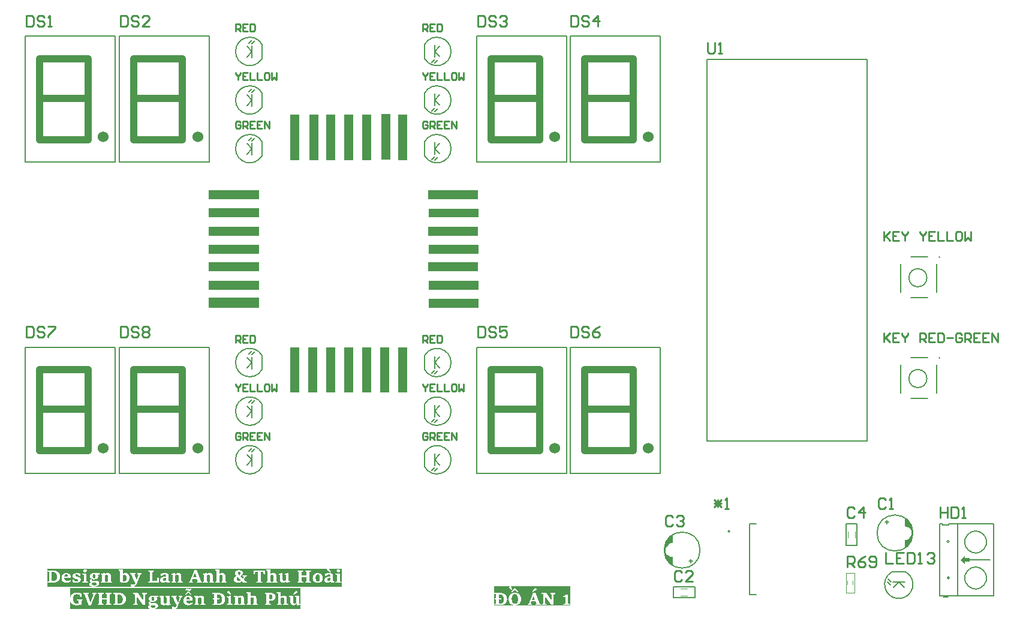
<source format=gto>
G04*
G04 #@! TF.GenerationSoftware,Altium Limited,Altium Designer,18.1.6 (161)*
G04*
G04 Layer_Color=65535*
%FSTAX24Y24*%
%MOIN*%
G70*
G01*
G75*
%ADD10C,0.0060*%
%ADD11C,0.0050*%
%ADD12C,0.0070*%
%ADD13C,0.0070*%
%ADD14C,0.0600*%
%ADD15C,0.0040*%
%ADD16C,0.0079*%
%ADD17C,0.0394*%
%ADD18C,0.0079*%
%ADD19C,0.0043*%
%ADD20C,0.0039*%
%ADD21C,0.0100*%
G36*
X0258Y02855D02*
X0263D01*
Y02605D01*
X0258D01*
Y02855D01*
D02*
G37*
G36*
X02555Y028565D02*
D01*
D02*
G37*
G36*
X0268Y02855D02*
X0273D01*
Y02605D01*
X027275Y026075D01*
X0268D01*
Y02855D01*
D02*
G37*
G36*
X0278D02*
X0283D01*
Y02605D01*
X0278D01*
Y02855D01*
D02*
G37*
G36*
X02125Y031325D02*
X02405D01*
Y030775D01*
X024D01*
X02125D01*
Y031325D01*
D02*
G37*
G36*
Y03225D02*
X02405D01*
Y03175D01*
X02125D01*
Y03225D01*
D02*
G37*
G36*
Y0333D02*
X02405D01*
Y0328D01*
X02125D01*
Y0333D01*
D02*
G37*
G36*
Y03425D02*
X02405D01*
Y03375D01*
X02125D01*
Y03425D01*
D02*
G37*
G36*
X0263Y038968D02*
X0258D01*
Y041502D01*
X0263D01*
Y038968D01*
D02*
G37*
G36*
X0283Y03895D02*
X0278D01*
Y0415D01*
X0283D01*
Y03895D01*
D02*
G37*
G36*
X02735D02*
X02685D01*
Y0415D01*
X02735D01*
Y03895D01*
D02*
G37*
G36*
X02405Y0368D02*
X02125D01*
Y0373D01*
X02405D01*
Y0368D01*
D02*
G37*
G36*
Y0358D02*
X02125D01*
Y0363D01*
X02405D01*
Y0358D01*
D02*
G37*
G36*
Y03475D02*
X02125D01*
Y03525D01*
X02405D01*
Y03475D01*
D02*
G37*
G36*
X03135Y038983D02*
X03085D01*
Y041517D01*
X03135D01*
Y038983D01*
D02*
G37*
G36*
X0303Y038973D02*
X0298D01*
Y041507D01*
X0303D01*
Y038973D01*
D02*
G37*
G36*
X0323Y038973D02*
X0318Y038976D01*
X0318Y041507D01*
X0323D01*
X0323Y038973D01*
D02*
G37*
G36*
X0293Y03895D02*
X0288D01*
Y0415D01*
X0293D01*
Y03895D01*
D02*
G37*
G36*
X036225Y0368D02*
X033475D01*
Y0373D01*
X036225D01*
Y0368D01*
D02*
G37*
G36*
X03625Y03625D02*
Y0358D01*
X0335Y0358D01*
Y03625D01*
X03625Y03625D01*
D02*
G37*
G36*
X036225Y03475D02*
X033475D01*
Y03525D01*
X036225D01*
Y03475D01*
D02*
G37*
G36*
X03625Y03375D02*
X0335D01*
Y03425D01*
X03625D01*
Y03375D01*
D02*
G37*
G36*
X036225Y0328D02*
X033475D01*
Y0333D01*
X036225D01*
Y0328D01*
D02*
G37*
G36*
X03625Y03175D02*
X0335D01*
Y03225D01*
X03625D01*
Y03175D01*
D02*
G37*
G36*
Y03075D02*
X0335D01*
Y03125D01*
X03625D01*
Y03075D01*
D02*
G37*
G36*
X0323Y026063D02*
X031813D01*
X0318Y02605D01*
Y028565D01*
X0323D01*
Y026063D01*
D02*
G37*
G36*
X0313Y02605D02*
X0308D01*
Y02855D01*
X0313D01*
Y02605D01*
D02*
G37*
G36*
X0303D02*
X0298D01*
Y02855D01*
X0303D01*
Y02605D01*
D02*
G37*
G36*
X0293D02*
X0288D01*
Y02855D01*
X0293D01*
Y02605D01*
D02*
G37*
G36*
X06005Y01904D02*
X06022Y01885D01*
X06034Y01865D01*
X06041Y01834D01*
X06039Y01806D01*
X06032Y01781D01*
X06023Y01766D01*
X06015Y01756D01*
X06003Y01747D01*
X05995Y0174D01*
Y01787D01*
X06002D01*
X06012Y0179D01*
X06018Y01794D01*
X06024Y01801D01*
X06029Y01808D01*
X06032Y01815D01*
X06033Y01825D01*
X06032Y01835D01*
X06029Y01844D01*
X06024Y01852D01*
X06017Y01857D01*
X06007Y01861D01*
X05995Y01863D01*
Y01909D01*
X06005Y01904D01*
D02*
G37*
G36*
X0633Y01685D02*
X06355D01*
Y01665D01*
X0633D01*
Y0165D01*
X06305Y01675D01*
X0633Y017D01*
Y01685D01*
D02*
G37*
G36*
X04705Y01768D02*
X04698D01*
X04688Y01765D01*
X04682Y01761D01*
X04676Y01754D01*
X04671Y01747D01*
X04668Y0174D01*
X04667Y0173D01*
X04668Y0172D01*
X04671Y01711D01*
X04676Y01703D01*
X04683Y01698D01*
X04693Y01694D01*
X04705Y01692D01*
Y01646D01*
X04695Y01651D01*
X04678Y0167D01*
X04666Y0169D01*
X04659Y01721D01*
X04661Y01749D01*
X04668Y01774D01*
X04677Y01789D01*
X04685Y01799D01*
X04697Y01808D01*
X04705Y01815D01*
Y01768D01*
D02*
G37*
G36*
X028653Y016226D02*
Y015543D01*
X028577Y015569D01*
X02857Y015574D01*
X028567Y015576D01*
X028566D01*
X028563Y015581D01*
X028562Y015586D01*
X02856Y015589D01*
Y01559D01*
Y016001D01*
X028316Y015993D01*
Y015948D01*
X028391Y015918D01*
X028399Y015914D01*
X028402Y015912D01*
X028404Y015911D01*
X028406Y015907D01*
X028409Y015903D01*
Y015898D01*
Y015897D01*
Y01559D01*
X028408Y015585D01*
X028406Y015581D01*
X028405Y015578D01*
X028404Y015576D01*
X028395Y015571D01*
X028391Y015569D01*
X02839D01*
X028315Y015543D01*
Y0155D01*
X028653D01*
Y01527D01*
X017048D01*
X017069Y015271D01*
X017087Y015272D01*
X017094Y015274D01*
X0171D01*
X017104Y015275D01*
X017105D01*
X017126Y015281D01*
X017144Y015289D01*
X017152Y015292D01*
X017158Y015295D01*
X017161Y015297D01*
X017162D01*
X017182Y015311D01*
X017198Y015328D01*
X017205Y015333D01*
X017209Y015339D01*
X017212Y015343D01*
X017214Y015345D01*
X017223Y015356D01*
X017232Y01537D01*
X017245Y015395D01*
X017251Y015406D01*
X017255Y015414D01*
X017257Y015419D01*
X017258Y015422D01*
X017459Y015915D01*
X017465Y015923D01*
X017466Y015925D01*
X017468Y015926D01*
X017476Y015933D01*
X017479Y015936D01*
X01748D01*
X017523Y015969D01*
Y016011D01*
X017308D01*
Y015969D01*
X017375Y015926D01*
X017266Y015658D01*
X017255D01*
X017233Y015723D01*
X017133Y015944D01*
X017201Y015969D01*
Y016011D01*
X016914D01*
Y015969D01*
X016957Y01595D01*
X016965Y015944D01*
X016968Y015943D01*
X016969Y015941D01*
X016973Y015937D01*
X016976Y015933D01*
X016979Y01593D01*
Y015929D01*
X01714Y015569D01*
X017197Y01549D01*
X01719Y015474D01*
X017184Y015463D01*
X01718Y015454D01*
X017179Y015453D01*
Y015451D01*
X017173Y01544D01*
X017169Y015432D01*
X017166Y015425D01*
X017165Y015424D01*
X017161Y015415D01*
X017157Y01541D01*
X017154Y015406D01*
X017152Y015404D01*
X017146Y015396D01*
X017143Y015393D01*
X017141Y015392D01*
X017139Y01539D01*
X017136D01*
X017132Y015389D01*
X017121D01*
X017115Y015388D01*
X017111D01*
X017107Y015389D01*
X017101D01*
X017094Y01539D01*
X017087D01*
X017083Y015392D01*
X01708D01*
X017071Y015393D01*
X017062Y015395D01*
X017057Y015396D01*
X017054D01*
X017044Y015397D01*
X017034Y015399D01*
X017029Y0154D01*
X017026D01*
X017016Y015403D01*
X017008Y015404D01*
X017003Y015406D01*
X017D01*
X016991Y015407D01*
X016986Y015408D01*
X016982Y01541D01*
X016943D01*
Y015285D01*
X016948Y015283D01*
X016955Y015281D01*
X016961Y015279D01*
X016964D01*
X016976Y015278D01*
X016987Y015277D01*
X016994Y015275D01*
X016997D01*
X017009Y015274D01*
X017019Y015272D01*
X017025Y015271D01*
X017028D01*
X017037Y01527D01*
X014883D01*
X014907Y015271D01*
X014929Y015272D01*
X01495Y015275D01*
X014968Y015278D01*
X014982Y015281D01*
X014993Y015282D01*
X015Y015285D01*
X015002D01*
X015022Y01529D01*
X01504Y015297D01*
X015055Y015303D01*
X015069Y01531D01*
X01508Y015315D01*
X015088Y01532D01*
X015094Y015322D01*
X015095Y015324D01*
X015109Y015333D01*
X015122Y015345D01*
X015133Y015354D01*
X015141Y015364D01*
X015148Y015372D01*
X015154Y015379D01*
X015157Y015383D01*
X015158Y015385D01*
X015165Y015399D01*
X01517Y015411D01*
X015175Y015425D01*
X015177Y015436D01*
X015179Y015447D01*
X01518Y015456D01*
Y015461D01*
Y015463D01*
X015179Y015481D01*
X015176Y015497D01*
X015173Y015503D01*
X015172Y015508D01*
X01517Y015511D01*
Y015512D01*
X015162Y015531D01*
X015152Y015544D01*
X015147Y01555D01*
X015144Y015554D01*
X015141Y015556D01*
X01514Y015557D01*
X015132Y015564D01*
X015122Y015571D01*
X015102Y015582D01*
X015094Y015585D01*
X015087Y015587D01*
X015083Y01559D01*
X015082D01*
X015068Y015594D01*
X015052Y015599D01*
X015037Y015601D01*
X015022Y015603D01*
X015009Y015604D01*
X014801D01*
X014791Y015608D01*
X014789Y01561D01*
X014787D01*
X01478Y015615D01*
X014778Y015618D01*
X014776D01*
X014771Y015625D01*
X014769Y015626D01*
Y015628D01*
X014766Y015637D01*
Y01564D01*
Y015642D01*
Y015647D01*
X014768Y015653D01*
X014769Y015655D01*
Y015657D01*
X014773Y015665D01*
X014776Y015668D01*
Y015669D01*
X014782Y015678D01*
X014785Y015679D01*
Y01568D01*
X014791Y015686D01*
X014794Y015687D01*
X014805Y015683D01*
X014816Y015682D01*
X014825Y015679D01*
X014829D01*
X014848Y015678D01*
X014868Y015676D01*
X014909D01*
X014927Y015678D01*
X014944Y01568D01*
X014959Y015683D01*
X014971Y015685D01*
X01498Y015687D01*
X014986Y015689D01*
X014987D01*
X015004Y015694D01*
X015018Y0157D01*
X01503Y015705D01*
X015041Y01571D01*
X01505Y015715D01*
X015057Y015719D01*
X015061Y015721D01*
X015062Y015722D01*
X015073Y01573D01*
X015082Y01574D01*
X01509Y015748D01*
X015097Y015757D01*
X015101Y015764D01*
X015105Y015769D01*
X015108Y015773D01*
Y015775D01*
X015113Y015786D01*
X015118Y015798D01*
X01512Y01581D01*
X015123Y015819D01*
Y015829D01*
X015125Y015836D01*
Y01584D01*
Y015841D01*
Y015853D01*
X015123Y015862D01*
X015122Y015868D01*
Y015871D01*
X01512Y015879D01*
X015118Y015886D01*
X015116Y015891D01*
X015115Y015893D01*
X015112Y015901D01*
X015108Y015907D01*
X015107Y015911D01*
X015105Y015912D01*
X015101Y015918D01*
X015097Y015923D01*
X015094Y015926D01*
X015093Y015927D01*
Y015934D01*
X015205D01*
Y016011D01*
X015027D01*
X015005Y016014D01*
X014994Y016015D01*
X014984Y016016D01*
X014976Y016018D01*
X014969Y016019D01*
X014964D01*
X014939Y016022D01*
X014926Y016023D01*
X014915Y016025D01*
X014872D01*
X014854Y016022D01*
X014837Y01602D01*
X014822Y016018D01*
X014811Y016015D01*
X014801Y016014D01*
X014796Y016011D01*
X014794D01*
X014779Y016005D01*
X014765Y016D01*
X014753Y015994D01*
X014741Y015987D01*
X014733Y015982D01*
X014726Y015977D01*
X014722Y015975D01*
X014721Y015973D01*
X014701Y015954D01*
X014687Y015936D01*
X014682Y015929D01*
X014678Y015922D01*
X014676Y015918D01*
X014675Y015916D01*
X014669Y015904D01*
X014667Y015891D01*
X014664Y015879D01*
X014661Y015868D01*
Y015858D01*
X01466Y015851D01*
Y015846D01*
Y015844D01*
X014661Y015826D01*
X014664Y01581D01*
X014665Y015804D01*
X014667Y0158D01*
X014668Y015797D01*
Y015796D01*
X014676Y01578D01*
X014683Y015769D01*
X014689Y015761D01*
X014692Y01576D01*
Y015758D01*
X014703Y015747D01*
X014712Y015739D01*
X014719Y015732D01*
X014722Y01573D01*
X014733Y015723D01*
X014743Y015718D01*
X014748Y015714D01*
X014751Y015712D01*
Y015705D01*
X01474Y015703D01*
X014729Y015698D01*
X014721Y015696D01*
X014719Y015694D01*
X014718D01*
X014705Y015689D01*
X014696Y015682D01*
X014689Y015676D01*
X014687Y015674D01*
X014686D01*
X014676Y015664D01*
X014669Y015654D01*
X014664Y015646D01*
X014662Y015644D01*
Y015643D01*
X014658Y01563D01*
X014655Y015618D01*
X014654Y015612D01*
Y015608D01*
Y015605D01*
Y015604D01*
X014655Y015592D01*
X014658Y015581D01*
X01466Y015574D01*
X014661Y015572D01*
Y015571D01*
X014668Y01556D01*
X014675Y015551D01*
X01468Y015546D01*
X014682Y015543D01*
X014692Y015535D01*
X0147Y015529D01*
X014707Y015525D01*
X01471Y015524D01*
X014722Y015518D01*
X014733Y015514D01*
X01474Y015512D01*
X014741Y015511D01*
X014743D01*
Y015504D01*
X014725Y0155D01*
X014708Y015496D01*
X014703Y015494D01*
X014698Y015493D01*
X014696Y015492D01*
X014694D01*
X014679Y015485D01*
X014668Y015476D01*
X01466Y015472D01*
X014658Y015469D01*
X014657D01*
X014647Y01546D01*
X014639Y01545D01*
X014635Y015443D01*
X014633Y015442D01*
Y01544D01*
X014629Y015426D01*
X014626Y015413D01*
X014625Y015407D01*
Y015399D01*
X014626Y015388D01*
X014628Y015378D01*
X01463Y015368D01*
X014635Y01536D01*
X014639Y015354D01*
X014642Y015349D01*
X014643Y015346D01*
X014644Y015345D01*
X014653Y015336D01*
X014661Y015328D01*
X014679Y015315D01*
X014686Y01531D01*
X014693Y015307D01*
X014697Y015306D01*
X014698Y015304D01*
X014726Y015293D01*
X01474Y015289D01*
X014753Y015286D01*
X014764Y015283D01*
X014772Y015281D01*
X014779Y015279D01*
X01478D01*
X014816Y015274D01*
X014833Y015272D01*
X01485Y015271D01*
X014864Y01527D01*
X012299D01*
Y0155D01*
X012633D01*
X012662Y015501D01*
X012689Y015503D01*
X012714Y015506D01*
X012734Y01551D01*
X012752Y015514D01*
X012766Y015517D01*
X012771Y015518D01*
X012775D01*
X012776Y015519D01*
X012777D01*
X012801Y015528D01*
X012823Y015537D01*
X012844Y015547D01*
X012861Y015557D01*
X012875Y015567D01*
X012886Y015574D01*
X012891Y015579D01*
X012894Y015581D01*
X012912Y015597D01*
X012927Y015614D01*
X012941Y015632D01*
X012952Y015649D01*
X012961Y015662D01*
X012966Y015675D01*
X01297Y015682D01*
X012972Y015685D01*
X012982Y01571D01*
X012988Y015735D01*
X012994Y01576D01*
X012997Y015782D01*
X013Y015803D01*
X013001Y015819D01*
Y015857D01*
X012998Y01588D01*
X012995Y0159D01*
X012993Y015918D01*
X01299Y015932D01*
X012987Y015943D01*
X012986Y015948D01*
X012984Y015951D01*
X012977Y015969D01*
X01297Y015986D01*
X012963Y016001D01*
X012957Y016014D01*
X01295Y016025D01*
X012944Y016032D01*
X012941Y016037D01*
X01294Y016039D01*
X012929Y016052D01*
X012918Y016064D01*
X012907Y016075D01*
X012897Y016084D01*
X012889Y016091D01*
X012882Y016097D01*
X012876Y0161D01*
X012875Y016101D01*
X012847Y016118D01*
X012834Y016125D01*
X012823Y01613D01*
X012814Y016136D01*
X012805Y016138D01*
X0128Y016141D01*
X012798D01*
X012769Y016151D01*
X012755Y016155D01*
X012744Y016158D01*
X012733Y016159D01*
X012725Y016161D01*
X012719Y016162D01*
X012718D01*
X012689Y016166D01*
X012676Y016168D01*
X012664D01*
X012654Y016169D01*
X012299D01*
Y01627D01*
X027884D01*
X027876Y016269D01*
X027871Y016268D01*
X027869Y016266D01*
X027862Y016263D01*
X027857Y016259D01*
X027853Y016256D01*
X027851Y016255D01*
X027846Y016251D01*
X027841Y016245D01*
X027839Y016241D01*
X027837Y01624D01*
X027834Y016234D01*
X027833Y016229D01*
Y016225D01*
Y016223D01*
X027834Y016211D01*
X027837Y0162D01*
X02784Y016194D01*
X027841Y016191D01*
X027851Y016182D01*
X027861Y016173D01*
X027869Y016166D01*
X027872Y016165D01*
X027873Y016163D01*
X027882Y016158D01*
X02789Y016152D01*
X027896Y016148D01*
X027897Y016147D01*
X027908Y01614D01*
X027918Y016134D01*
X027926Y016129D01*
X027927Y016127D01*
X027929D01*
X027944Y016119D01*
X027958Y016111D01*
X027965Y016107D01*
X027969Y016104D01*
X027972Y016102D01*
X027973Y016101D01*
X027994Y016089D01*
X028014Y016077D01*
X028022Y016072D01*
X028029Y016069D01*
X028033Y016066D01*
X028034Y016065D01*
X028068Y016089D01*
X028052Y016109D01*
X028045Y016118D01*
X028041Y016126D01*
X028036Y016132D01*
X028033Y016136D01*
X028032Y016138D01*
X02803Y01614D01*
X02802Y016155D01*
X028012Y016168D01*
X028007Y016175D01*
X028005Y016177D01*
X027998Y016188D01*
X027993Y016198D01*
X027989Y016204D01*
X027987Y016205D01*
X027982Y016213D01*
X027976Y016222D01*
X027972Y016227D01*
X027971Y016229D01*
X027964Y016237D01*
X027957Y016244D01*
X027952Y016248D01*
X027951Y01625D01*
X027944Y016255D01*
X027937Y016259D01*
X027933Y016261D01*
X027932Y016262D01*
X027925Y016265D01*
X027919Y016266D01*
X027915Y016268D01*
X027914D01*
X027907Y016269D01*
X0279Y01627D01*
X028653D01*
Y016226D01*
D02*
G37*
G36*
X014902Y015961D02*
X014914Y015959D01*
X014921Y015957D01*
X014923Y015955D01*
X014933Y01595D01*
X014941Y015943D01*
X014947Y015937D01*
X014948Y015934D01*
X014955Y015923D01*
X014961Y015911D01*
X014964Y015903D01*
X014965Y0159D01*
Y015898D01*
X014968Y015882D01*
X014971Y015865D01*
Y015858D01*
Y015854D01*
Y01585D01*
Y015848D01*
X014969Y015828D01*
Y015818D01*
X014968Y015811D01*
X014966Y015804D01*
Y0158D01*
X014965Y015797D01*
Y015796D01*
X014959Y01578D01*
X014955Y015769D01*
X01495Y015762D01*
X014948Y01576D01*
X01494Y01575D01*
X014932Y015744D01*
X014926Y01574D01*
X014925Y015739D01*
X014923D01*
X014911Y015736D01*
X0149Y015735D01*
X014891Y015733D01*
X014889D01*
X014878Y015735D01*
X014868Y015736D01*
X014862Y015737D01*
X014859Y015739D01*
X014851Y015744D01*
X014844Y015751D01*
X014839Y015757D01*
X014837Y01576D01*
X01483Y015771D01*
X014826Y015783D01*
X014823Y015791D01*
X014822Y015794D01*
Y015796D01*
X014819Y015814D01*
X014818Y01583D01*
X014816Y015837D01*
Y015843D01*
Y015847D01*
Y015848D01*
X014818Y015871D01*
Y01588D01*
X014819Y015889D01*
X014821Y015894D01*
Y015898D01*
X014822Y015901D01*
Y015903D01*
X014828Y015918D01*
X014833Y015929D01*
X014837Y015934D01*
X014839Y015937D01*
X014847Y015946D01*
X014855Y015952D01*
X014861Y015955D01*
X014864Y015957D01*
X014873Y015959D01*
X014882Y015962D01*
X01489D01*
X014902Y015961D01*
D02*
G37*
G36*
X012636Y016083D02*
X012653Y016082D01*
X012666Y016079D01*
X01268Y016075D01*
X01269Y01607D01*
X012698Y016068D01*
X012704Y016066D01*
X012705Y016065D01*
X012719Y016058D01*
X012733Y01605D01*
X012744Y01604D01*
X012754Y016032D01*
X012762Y016025D01*
X012768Y016018D01*
X012772Y016014D01*
X012773Y016012D01*
X012783Y016D01*
X012791Y015986D01*
X012798Y015972D01*
X012805Y015959D01*
X012809Y015947D01*
X012812Y015939D01*
X012815Y015933D01*
Y01593D01*
X012821Y015912D01*
X012823Y015893D01*
X012826Y015875D01*
X012829Y015857D01*
Y015843D01*
X01283Y01583D01*
Y015823D01*
Y015822D01*
Y015821D01*
Y0158D01*
X012829Y01578D01*
X012827Y015764D01*
X012825Y015748D01*
X012823Y015736D01*
X012821Y015728D01*
X012819Y015721D01*
Y015719D01*
X012815Y015704D01*
X012809Y01569D01*
X012804Y015678D01*
X012798Y015667D01*
X012793Y015658D01*
X012789Y015651D01*
X012786Y015647D01*
X012784Y015646D01*
X012776Y015635D01*
X012766Y015626D01*
X012757Y015618D01*
X012747Y015611D01*
X012739Y015607D01*
X012732Y015603D01*
X012728Y015601D01*
X012726Y0156D01*
X012712Y015594D01*
X012698Y015592D01*
X012684Y015589D01*
X012671Y015586D01*
X012659D01*
X01265Y015585D01*
X012548D01*
Y016084D01*
X012618D01*
X012636Y016083D01*
D02*
G37*
G36*
X012374Y016095D02*
X012382Y016091D01*
X012383Y01609D01*
X012385Y016089D01*
X012387Y016084D01*
X01239Y01608D01*
Y016076D01*
Y016075D01*
Y015594D01*
X012389Y015587D01*
X012387Y015583D01*
X012386Y015581D01*
X012385Y015579D01*
X012378Y015574D01*
X012375Y015572D01*
X012374D01*
X012299Y015543D01*
Y016126D01*
X012374Y016095D01*
D02*
G37*
G36*
X014986Y015492D02*
X014993Y01549D01*
X014995Y015489D01*
X015007Y015485D01*
X015015Y015481D01*
X01502Y015476D01*
X015022Y015475D01*
X015029Y015468D01*
X015033Y015461D01*
X015034Y015456D01*
X015036Y015454D01*
X015039Y015446D01*
X015041Y015438D01*
Y015432D01*
Y015431D01*
X01504Y015413D01*
X015036Y015399D01*
X015033Y015393D01*
X01503Y015389D01*
X015029Y015388D01*
Y015386D01*
X015019Y015374D01*
X015009Y015365D01*
X015001Y015358D01*
X015Y015357D01*
X014998D01*
X014983Y01535D01*
X014969Y015346D01*
X014964Y015343D01*
X014959D01*
X014957Y015342D01*
X014955D01*
X014939Y015339D01*
X014923Y015338D01*
X014908D01*
X014894Y015339D01*
X014882Y01534D01*
X014876D01*
X014872Y015342D01*
X014868D01*
X014851Y015346D01*
X014839Y015351D01*
X014833Y015353D01*
X014829Y015356D01*
X014826Y015357D01*
X014825D01*
X014811Y015365D01*
X014798Y015375D01*
X014791Y015382D01*
X01479Y015383D01*
X014789Y015385D01*
X01478Y015399D01*
X014776Y015413D01*
Y015418D01*
X014775Y015424D01*
Y015426D01*
Y015428D01*
X014776Y015444D01*
X014779Y015456D01*
X014782Y015464D01*
X014783Y015467D01*
X014789Y015478D01*
X014794Y015486D01*
X014798Y015492D01*
X0148Y015493D01*
X014973D01*
X014986Y015492D01*
D02*
G37*
G36*
X026375Y01502D02*
Y014307D01*
X026318Y014331D01*
X02631Y014336D01*
X026307Y014339D01*
X026306D01*
X026303Y014343D01*
X026302Y014347D01*
X0263Y014351D01*
Y014353D01*
Y01477D01*
X026073Y014748D01*
Y014704D01*
X026131Y014679D01*
X026139Y014673D01*
X026142Y014672D01*
X026144Y014671D01*
X026146Y014666D01*
X026149Y014662D01*
Y014658D01*
Y014657D01*
Y014379D01*
X026142Y014369D01*
X026135Y014362D01*
X026131Y014358D01*
X026128Y014357D01*
X02612Y014353D01*
X026112Y014349D01*
X026106Y014347D01*
X026103Y014346D01*
X026094Y014343D01*
X026085Y014342D01*
X02608Y01434D01*
X026077D01*
X026067Y014339D01*
X026052D01*
X026034Y01434D01*
X02602Y014343D01*
X026015Y014344D01*
X02601Y014346D01*
X026009Y014347D01*
X026008D01*
X025996Y014354D01*
X025988Y014362D01*
X025983Y014369D01*
X025981Y014372D01*
X025976Y014386D01*
X025971Y014399D01*
X02597Y014404D01*
X025969Y014408D01*
Y014411D01*
Y014412D01*
X025967Y014432D01*
X025966Y01445D01*
Y014458D01*
Y014464D01*
Y014468D01*
Y014469D01*
Y01477D01*
X025738Y014748D01*
Y014704D01*
X025797Y014679D01*
X025805Y014673D01*
X025806Y014672D01*
X025808Y014671D01*
X02581Y014666D01*
X025813Y014662D01*
Y014658D01*
Y014657D01*
Y01441D01*
Y014393D01*
X025815Y014379D01*
X025817Y014365D01*
X02582Y014354D01*
X025822Y014344D01*
X025824Y014337D01*
X025826Y014333D01*
Y014332D01*
X025837Y01431D01*
X025844Y014301D01*
X025849Y014293D01*
X025854Y014287D01*
X025858Y014283D01*
X02586Y014281D01*
X025862Y014279D01*
X02588Y014265D01*
X025897Y014257D01*
X025903Y014254D01*
X025909Y014251D01*
X025913Y01425D01*
X025915D01*
X025938Y014244D01*
X025949Y014243D01*
X025959Y014242D01*
X025967Y01424D01*
X025995D01*
X026009Y014242D01*
X026013D01*
X026017Y014243D01*
X026021D01*
X026037Y014246D01*
X026051Y01425D01*
X026055Y014251D01*
X026059Y014253D01*
X026062Y014254D01*
X026063D01*
X02608Y014261D01*
X026094Y014269D01*
X026099Y014274D01*
X026103Y014276D01*
X026106Y014279D01*
X026108D01*
X026124Y014293D01*
X026138Y014308D01*
X026144Y014314D01*
X026148Y014319D01*
X026151Y014322D01*
X026152Y014324D01*
X026159D01*
Y01424D01*
X026375Y014262D01*
Y01424D01*
Y01402D01*
X019334D01*
X019355Y014021D01*
X019373Y014022D01*
X01938Y014024D01*
X019385D01*
X01939Y014025D01*
X019391D01*
X019412Y014031D01*
X01943Y014039D01*
X019438Y014042D01*
X019444Y014045D01*
X019447Y014047D01*
X019448D01*
X019467Y014061D01*
X019484Y014078D01*
X019491Y014083D01*
X019495Y014089D01*
X019498Y014093D01*
X019499Y014095D01*
X019509Y014106D01*
X019517Y01412D01*
X019531Y014145D01*
X019537Y014156D01*
X019541Y014164D01*
X019542Y014169D01*
X019544Y014172D01*
X019745Y014665D01*
X01975Y014673D01*
X019752Y014675D01*
X019753Y014676D01*
X019762Y014683D01*
X019764Y014686D01*
X019766D01*
X019809Y014719D01*
Y014761D01*
X019594D01*
Y014719D01*
X01966Y014676D01*
X019552Y014408D01*
X019541D01*
X019519Y014473D01*
X019419Y014694D01*
X019487Y014719D01*
Y014761D01*
X019199D01*
Y014719D01*
X019242Y0147D01*
X019251Y014694D01*
X019254Y014693D01*
X019255Y014691D01*
X019259Y014687D01*
X019262Y014683D01*
X019265Y01468D01*
Y014679D01*
X019426Y014319D01*
X019483Y01424D01*
X019476Y014224D01*
X01947Y014213D01*
X019466Y014204D01*
X019465Y014203D01*
Y014201D01*
X019459Y01419D01*
X019455Y014182D01*
X019452Y014175D01*
X019451Y014174D01*
X019447Y014165D01*
X019442Y01416D01*
X01944Y014156D01*
X019438Y014154D01*
X019431Y014146D01*
X019428Y014143D01*
X019427Y014142D01*
X019424Y01414D01*
X019422D01*
X019417Y014139D01*
X019406D01*
X019401Y014138D01*
X019397D01*
X019392Y014139D01*
X019387D01*
X01938Y01414D01*
X019373D01*
X019369Y014142D01*
X019366D01*
X019356Y014143D01*
X019348Y014145D01*
X019342Y014146D01*
X01934D01*
X01933Y014147D01*
X01932Y014149D01*
X019315Y01415D01*
X019312D01*
X019302Y014153D01*
X019294Y014154D01*
X019288Y014156D01*
X019285D01*
X019277Y014157D01*
X019272Y014158D01*
X019267Y01416D01*
X019229D01*
Y014035D01*
X019234Y014033D01*
X019241Y014031D01*
X019247Y014029D01*
X019249D01*
X019262Y014028D01*
X019273Y014027D01*
X01928Y014025D01*
X019283D01*
X019295Y014024D01*
X019305Y014022D01*
X01931Y014021D01*
X019313D01*
X019323Y01402D01*
X018156D01*
X018179Y014021D01*
X018201Y014022D01*
X018222Y014025D01*
X01824Y014028D01*
X018254Y014031D01*
X018265Y014032D01*
X018272Y014035D01*
X018275D01*
X018294Y01404D01*
X018313Y014047D01*
X018328Y014053D01*
X018342Y01406D01*
X018353Y014065D01*
X018361Y01407D01*
X018367Y014072D01*
X018368Y014074D01*
X018382Y014083D01*
X018394Y014095D01*
X018405Y014104D01*
X018414Y014114D01*
X018421Y014122D01*
X018426Y014129D01*
X018429Y014133D01*
X01843Y014135D01*
X018437Y014149D01*
X018443Y014161D01*
X018447Y014175D01*
X01845Y014186D01*
X018451Y014197D01*
X018453Y014206D01*
Y014211D01*
Y014213D01*
X018451Y014231D01*
X018449Y014247D01*
X018446Y014253D01*
X018444Y014258D01*
X018443Y014261D01*
Y014262D01*
X018435Y014281D01*
X018425Y014294D01*
X018419Y0143D01*
X018417Y014304D01*
X018414Y014306D01*
X018412Y014307D01*
X018404Y014314D01*
X018394Y014321D01*
X018375Y014332D01*
X018367Y014335D01*
X01836Y014337D01*
X018356Y01434D01*
X018354D01*
X01834Y014344D01*
X018325Y014349D01*
X01831Y014351D01*
X018294Y014353D01*
X018282Y014354D01*
X018074D01*
X018064Y014358D01*
X018061Y01436D01*
X01806D01*
X018053Y014365D01*
X01805Y014368D01*
X018049D01*
X018043Y014375D01*
X018042Y014376D01*
Y014378D01*
X018039Y014387D01*
Y01439D01*
Y014392D01*
Y014397D01*
X01804Y014403D01*
X018042Y014405D01*
Y014407D01*
X018046Y014415D01*
X018049Y014418D01*
Y014419D01*
X018054Y014428D01*
X018057Y014429D01*
Y01443D01*
X018064Y014436D01*
X018067Y014437D01*
X018078Y014433D01*
X018089Y014432D01*
X018097Y014429D01*
X018102D01*
X018121Y014428D01*
X01814Y014426D01*
X018182D01*
X0182Y014428D01*
X018217Y01443D01*
X018232Y014433D01*
X018243Y014435D01*
X018253Y014437D01*
X018258Y014439D01*
X01826D01*
X018276Y014444D01*
X01829Y01445D01*
X018303Y014455D01*
X018314Y01446D01*
X018322Y014465D01*
X018329Y014469D01*
X018333Y014471D01*
X018335Y014472D01*
X018346Y01448D01*
X018354Y01449D01*
X018362Y014498D01*
X018369Y014507D01*
X018374Y014514D01*
X018378Y014519D01*
X018381Y014523D01*
Y014525D01*
X018386Y014536D01*
X01839Y014548D01*
X018393Y01456D01*
X018396Y014569D01*
Y014579D01*
X018397Y014586D01*
Y01459D01*
Y014591D01*
Y014603D01*
X018396Y014612D01*
X018394Y014618D01*
Y014621D01*
X018393Y014629D01*
X01839Y014636D01*
X018389Y014641D01*
X018387Y014643D01*
X018385Y014651D01*
X018381Y014657D01*
X018379Y014661D01*
X018378Y014662D01*
X018374Y014668D01*
X018369Y014673D01*
X018367Y014676D01*
X018365Y014677D01*
Y014684D01*
X018478D01*
Y014761D01*
X0183D01*
X018278Y014764D01*
X018267Y014765D01*
X018257Y014766D01*
X018249Y014768D01*
X018242Y014769D01*
X018236D01*
X018211Y014772D01*
X018199Y014773D01*
X018188Y014775D01*
X018145D01*
X018127Y014772D01*
X01811Y01477D01*
X018095Y014768D01*
X018083Y014765D01*
X018074Y014764D01*
X018068Y014761D01*
X018067D01*
X018052Y014755D01*
X018038Y01475D01*
X018025Y014744D01*
X018014Y014737D01*
X018006Y014732D01*
X017999Y014727D01*
X017995Y014725D01*
X017993Y014723D01*
X017974Y014704D01*
X01796Y014686D01*
X017954Y014679D01*
X01795Y014672D01*
X017949Y014668D01*
X017947Y014666D01*
X017942Y014654D01*
X017939Y014641D01*
X017936Y014629D01*
X017934Y014618D01*
Y014608D01*
X017932Y014601D01*
Y014596D01*
Y014594D01*
X017934Y014576D01*
X017936Y01456D01*
X017938Y014554D01*
X017939Y01455D01*
X017941Y014547D01*
Y014546D01*
X017949Y01453D01*
X017956Y014519D01*
X017961Y014511D01*
X017964Y01451D01*
Y014508D01*
X017975Y014497D01*
X017985Y014489D01*
X017992Y014482D01*
X017995Y01448D01*
X018006Y014473D01*
X018015Y014468D01*
X018021Y014464D01*
X018024Y014462D01*
Y014455D01*
X018013Y014453D01*
X018002Y014448D01*
X017993Y014446D01*
X017992Y014444D01*
X01799D01*
X017978Y014439D01*
X017968Y014432D01*
X017961Y014426D01*
X01796Y014424D01*
X017959D01*
X017949Y014414D01*
X017942Y014404D01*
X017936Y014396D01*
X017935Y014394D01*
Y014393D01*
X017931Y01438D01*
X017928Y014368D01*
X017927Y014362D01*
Y014358D01*
Y014355D01*
Y014354D01*
X017928Y014342D01*
X017931Y014331D01*
X017932Y014324D01*
X017934Y014322D01*
Y014321D01*
X017941Y01431D01*
X017947Y014301D01*
X017953Y014296D01*
X017954Y014293D01*
X017964Y014285D01*
X017972Y014279D01*
X017979Y014275D01*
X017982Y014274D01*
X017995Y014268D01*
X018006Y014264D01*
X018013Y014262D01*
X018014Y014261D01*
X018015D01*
Y014254D01*
X017997Y01425D01*
X017981Y014246D01*
X017975Y014244D01*
X017971Y014243D01*
X017968Y014242D01*
X017967D01*
X017952Y014235D01*
X017941Y014226D01*
X017932Y014222D01*
X017931Y014219D01*
X017929D01*
X01792Y01421D01*
X017911Y0142D01*
X017907Y014193D01*
X017906Y014192D01*
Y01419D01*
X017902Y014176D01*
X017899Y014163D01*
X017897Y014157D01*
Y014149D01*
X017899Y014138D01*
X0179Y014128D01*
X017903Y014118D01*
X017907Y01411D01*
X017911Y014104D01*
X017914Y014099D01*
X017916Y014096D01*
X017917Y014095D01*
X017925Y014086D01*
X017934Y014078D01*
X017952Y014065D01*
X017959Y01406D01*
X017966Y014057D01*
X01797Y014056D01*
X017971Y014054D01*
X017999Y014043D01*
X018013Y014039D01*
X018025Y014036D01*
X018036Y014033D01*
X018045Y014031D01*
X018052Y014029D01*
X018053D01*
X018089Y014024D01*
X018106Y014022D01*
X018122Y014021D01*
X018136Y01402D01*
X013559D01*
Y014235D01*
Y014582D01*
X01356Y014551D01*
X013563Y014522D01*
X013567Y014497D01*
X013572Y014475D01*
X013578Y014457D01*
X013582Y014443D01*
X013584Y014439D01*
X013585Y014435D01*
X013586Y014433D01*
Y014432D01*
X013597Y014408D01*
X01361Y014387D01*
X013622Y014368D01*
X013635Y014353D01*
X013646Y01434D01*
X013654Y014331D01*
X01366Y014324D01*
X013663Y014322D01*
X013682Y014307D01*
X0137Y014294D01*
X01372Y014283D01*
X013738Y014274D01*
X013753Y014267D01*
X013764Y014261D01*
X013772Y014258D01*
X013775Y014257D01*
X0138Y01425D01*
X013824Y014244D01*
X013847Y01424D01*
X013868Y014238D01*
X013886Y014236D01*
X0139Y014235D01*
X013913D01*
X01394Y014236D01*
X013954D01*
X013965Y014238D01*
X013975D01*
X013982Y014239D01*
X013989D01*
X014017Y014243D01*
X014029Y014244D01*
X014042Y014246D01*
X01405Y014247D01*
X014058Y014249D01*
X014062Y01425D01*
X014064D01*
X01409Y014254D01*
X014103Y014257D01*
X014114Y01426D01*
X014122Y014261D01*
X014129Y014262D01*
X014133Y014264D01*
X014135D01*
X014158Y014271D01*
X014169Y014274D01*
X014179Y014276D01*
X014186Y014279D01*
X014192Y014281D01*
X014196Y014282D01*
X014197D01*
X014196Y014297D01*
X014194Y014312D01*
X014193Y014319D01*
Y014325D01*
Y014329D01*
Y014331D01*
Y014343D01*
Y014355D01*
Y014368D01*
Y01438D01*
Y01439D01*
Y0144D01*
Y014405D01*
Y014407D01*
Y014479D01*
X014194Y014485D01*
X014196Y014489D01*
X014197Y014492D01*
X014198D01*
X014207Y014497D01*
X014208Y0145D01*
X01421D01*
X014268Y014532D01*
Y014573D01*
X013919D01*
Y014532D01*
X014019Y0145D01*
X014028Y014496D01*
X014029Y014494D01*
X014031Y014493D01*
X014033Y014489D01*
X014036Y014485D01*
Y01448D01*
Y014479D01*
Y014343D01*
X014031Y01434D01*
X014025Y014339D01*
X014019Y014337D01*
X014018Y014336D01*
X01401Y014333D01*
X014003Y014331D01*
X013997Y014329D01*
X013994Y014328D01*
X013985Y014325D01*
X013975Y014322D01*
X013968Y014321D01*
X013965D01*
X013953Y014319D01*
X013942Y014318D01*
X013929D01*
X013911Y014319D01*
X013896Y014321D01*
X013881Y014324D01*
X013868Y014328D01*
X013857Y014332D01*
X01385Y014335D01*
X013845Y014336D01*
X013843Y014337D01*
X013829Y014346D01*
X013817Y014355D01*
X013807Y014365D01*
X013797Y014375D01*
X013789Y014383D01*
X013783Y01439D01*
X013781Y014394D01*
X013779Y014396D01*
X013763Y014425D01*
X013756Y01444D01*
X01375Y014454D01*
X013746Y014467D01*
X013743Y014476D01*
X01374Y014482D01*
Y014485D01*
X013733Y014525D01*
X013731Y014544D01*
X013729Y014562D01*
Y014578D01*
X013728Y014589D01*
Y014597D01*
Y0146D01*
Y014623D01*
X013731Y014644D01*
X013732Y014662D01*
X013735Y014679D01*
X013738Y014691D01*
X013739Y014701D01*
X013742Y014708D01*
Y014709D01*
X013747Y014726D01*
X013754Y014741D01*
X013761Y014755D01*
X013768Y014766D01*
X013774Y014775D01*
X013778Y014782D01*
X013781Y014786D01*
X013782Y014787D01*
X013792Y014798D01*
X013803Y014808D01*
X013814Y014816D01*
X013824Y014823D01*
X013832Y014827D01*
X013839Y014832D01*
X013843Y014834D01*
X013845D01*
X013858Y01484D01*
X013872Y014843D01*
X013885Y014845D01*
X013897Y014848D01*
X013907D01*
X013915Y01485D01*
X013935D01*
X013947Y014848D01*
X013956Y014847D01*
X013958D01*
X013972Y014844D01*
X013986Y014843D01*
X013992Y014841D01*
X013994D01*
X013997Y01484D01*
X013999D01*
X014014Y014837D01*
X014026Y014833D01*
X014032Y014832D01*
X014036D01*
X014037Y01483D01*
X014039D01*
X014053Y014826D01*
X014064Y014822D01*
X014072Y014819D01*
X014074Y014818D01*
X014075D01*
X014083Y014812D01*
X014086Y014811D01*
X014087Y014809D01*
X014092Y014807D01*
X014094Y014802D01*
X014096Y0148D01*
Y014798D01*
X014118Y014709D01*
X014189D01*
Y0149D01*
X014172Y014904D01*
X014157Y014908D01*
X014151Y014909D01*
X014146D01*
X014143Y014911D01*
X014142D01*
X014122Y014915D01*
X014104Y014919D01*
X014096Y01492D01*
X01409D01*
X014086Y014922D01*
X014085D01*
X014061Y014926D01*
X014049Y014927D01*
X014037Y014929D01*
X014028D01*
X014021Y01493D01*
X014014D01*
X013983Y014933D01*
X013968D01*
X013954Y014934D01*
X013924D01*
X013894Y014933D01*
X013867Y01493D01*
X013842Y014926D01*
X013821Y014922D01*
X013803Y014918D01*
X013789Y014913D01*
X013783Y014912D01*
X013779Y014911D01*
X013778Y014909D01*
X013777D01*
X013753Y0149D01*
X013731Y014887D01*
X013711Y014876D01*
X013695Y014865D01*
X013681Y014854D01*
X01367Y014845D01*
X013664Y01484D01*
X013661Y014839D01*
X013645Y01482D01*
X013629Y014802D01*
X013616Y014783D01*
X013604Y014766D01*
X013596Y014751D01*
X013591Y014739D01*
X013586Y01473D01*
X013585Y014729D01*
Y014727D01*
X013577Y014702D01*
X01357Y014677D01*
X013566Y014654D01*
X013561Y01463D01*
X01356Y014611D01*
X013559Y014596D01*
Y014934D01*
Y015181D01*
X020257D01*
X020253Y015165D01*
X020247Y015152D01*
X020242Y015145D01*
X02024Y015142D01*
X020231Y015136D01*
X020221Y015131D01*
X020214Y01513D01*
X020211D01*
X020204Y015131D01*
X020197Y015133D01*
X020192Y015134D01*
X020189D01*
X020178Y01514D01*
X020168Y015145D01*
X02016Y015149D01*
X020157Y015151D01*
X020156D01*
X020139Y015159D01*
X020127Y015165D01*
X020121Y015166D01*
X020117Y015167D01*
X020114Y015169D01*
X020113D01*
X020099Y015173D01*
X020088Y015174D01*
X020081Y015176D01*
X020078D01*
X020061Y015174D01*
X020048Y01517D01*
X020042Y015169D01*
X020038Y015166D01*
X020035Y015165D01*
X020034D01*
X020018Y015155D01*
X020007Y015145D01*
X019999Y015137D01*
X019998Y015134D01*
X019996Y015133D01*
X019985Y015117D01*
X019977Y015102D01*
X019974Y015095D01*
X019971Y01509D01*
X01997Y015087D01*
Y015086D01*
X019964Y015065D01*
X019959Y015047D01*
X019957Y015038D01*
Y015033D01*
X019956Y015029D01*
Y015027D01*
X020011D01*
X020016Y015044D01*
X020023Y015056D01*
X020027Y015065D01*
X020029Y015068D01*
X020035Y015073D01*
X020041Y015076D01*
X02005Y015081D01*
X020057Y015083D01*
X02006D01*
X020066Y015081D01*
X020072Y01508D01*
X020078Y015079D01*
X020081Y015077D01*
X020093Y015072D01*
X020104Y015068D01*
X020113Y015062D01*
X020114Y015061D01*
X020116D01*
X020125Y015055D01*
X020132Y015051D01*
X020138Y015048D01*
X020139Y015047D01*
X020147Y015044D01*
X020153Y015041D01*
X020157Y01504D01*
X020159D01*
X020165Y015038D01*
X020171Y015037D01*
X020175Y015036D01*
X020193D01*
X02021Y015037D01*
X020224Y015041D01*
X020229Y015043D01*
X020234Y015044D01*
X020235Y015045D01*
X020236D01*
X02025Y015055D01*
X020263Y015065D01*
X02027Y015073D01*
X020272Y015074D01*
Y015076D01*
X020282Y015093D01*
X02029Y015108D01*
X020293Y015113D01*
X020296Y015119D01*
X020297Y015122D01*
Y015123D01*
X020304Y015144D01*
X020308Y015163D01*
X02031Y01517D01*
Y015176D01*
X020311Y01518D01*
Y015181D01*
X026375D01*
Y01502D01*
D02*
G37*
G36*
X018175Y014711D02*
X018186Y014709D01*
X018193Y014707D01*
X018196Y014705D01*
X018206Y0147D01*
X018214Y014693D01*
X01822Y014687D01*
X018221Y014684D01*
X018228Y014673D01*
X018233Y014661D01*
X018236Y014653D01*
X018238Y01465D01*
Y014648D01*
X01824Y014632D01*
X018243Y014615D01*
Y014608D01*
Y014604D01*
Y0146D01*
Y014598D01*
X018242Y014578D01*
Y014568D01*
X01824Y014561D01*
X018239Y014554D01*
Y01455D01*
X018238Y014547D01*
Y014546D01*
X018232Y01453D01*
X018228Y014519D01*
X018222Y014512D01*
X018221Y01451D01*
X018213Y0145D01*
X018204Y014494D01*
X018199Y01449D01*
X018197Y014489D01*
X018196D01*
X018183Y014486D01*
X018172Y014485D01*
X018164Y014483D01*
X018161D01*
X01815Y014485D01*
X01814Y014486D01*
X018135Y014487D01*
X018132Y014489D01*
X018124Y014494D01*
X018117Y014501D01*
X018111Y014507D01*
X01811Y01451D01*
X018103Y014521D01*
X018099Y014533D01*
X018096Y014541D01*
X018095Y014544D01*
Y014546D01*
X018092Y014564D01*
X01809Y01458D01*
X018089Y014587D01*
Y014593D01*
Y014597D01*
Y014598D01*
X01809Y014621D01*
Y01463D01*
X018092Y014639D01*
X018093Y014644D01*
Y014648D01*
X018095Y014651D01*
Y014653D01*
X0181Y014668D01*
X018106Y014679D01*
X01811Y014684D01*
X018111Y014687D01*
X01812Y014696D01*
X018128Y014702D01*
X018133Y014705D01*
X018136Y014707D01*
X018146Y014709D01*
X018154Y014712D01*
X018163D01*
X018175Y014711D01*
D02*
G37*
G36*
X018258Y014242D02*
X018265Y01424D01*
X018268Y014239D01*
X018279Y014235D01*
X018288Y014231D01*
X018293Y014226D01*
X018294Y014225D01*
X018301Y014218D01*
X018306Y014211D01*
X018307Y014206D01*
X018308Y014204D01*
X018311Y014196D01*
X018314Y014188D01*
Y014182D01*
Y014181D01*
X018313Y014163D01*
X018308Y014149D01*
X018306Y014143D01*
X018303Y014139D01*
X018301Y014138D01*
Y014136D01*
X018292Y014124D01*
X018282Y014115D01*
X018274Y014108D01*
X018272Y014107D01*
X018271D01*
X018256Y0141D01*
X018242Y014096D01*
X018236Y014093D01*
X018232D01*
X018229Y014092D01*
X018228D01*
X018211Y014089D01*
X018196Y014088D01*
X018181D01*
X018167Y014089D01*
X018154Y01409D01*
X018149D01*
X018145Y014092D01*
X01814D01*
X018124Y014096D01*
X018111Y014101D01*
X018106Y014103D01*
X018102Y014106D01*
X018099Y014107D01*
X018097D01*
X018083Y014115D01*
X018071Y014125D01*
X018064Y014132D01*
X018063Y014133D01*
X018061Y014135D01*
X018053Y014149D01*
X018049Y014163D01*
Y014168D01*
X018047Y014174D01*
Y014176D01*
Y014178D01*
X018049Y014194D01*
X018052Y014206D01*
X018054Y014214D01*
X018056Y014217D01*
X018061Y014228D01*
X018067Y014236D01*
X018071Y014242D01*
X018072Y014243D01*
X018246D01*
X018258Y014242D01*
D02*
G37*
G36*
X041367Y014822D02*
Y014293D01*
X041263Y014326D01*
X041254Y014329D01*
X041252Y014332D01*
X04125D01*
X041247Y014337D01*
X041246Y014343D01*
Y014347D01*
Y014349D01*
Y014675D01*
Y014689D01*
Y0147D01*
Y014708D01*
Y014709D01*
Y014711D01*
X041247Y014725D01*
Y014737D01*
Y014747D01*
Y014748D01*
Y01475D01*
Y014764D01*
Y014776D01*
Y014784D01*
Y014786D01*
Y014787D01*
X041249Y0148D01*
Y014811D01*
X04125Y014819D01*
Y01482D01*
Y014822D01*
X041147D01*
X040955Y014736D01*
Y014687D01*
X041089Y014704D01*
X041099D01*
X041092Y014639D01*
Y014349D01*
X041091Y014342D01*
X041089Y014336D01*
X041088Y014333D01*
X041086Y014332D01*
X041082Y014329D01*
X041078Y014328D01*
X041075Y014326D01*
X041074D01*
X040964Y014293D01*
Y01425D01*
X041367D01*
Y014235D01*
X038309D01*
X03833Y014238D01*
X038348Y014239D01*
X038365Y014242D01*
X038378Y014244D01*
X038388Y014246D01*
X038394Y014249D01*
X038396D01*
X038414Y014254D01*
X038431Y01426D01*
X038446Y014265D01*
X038459Y014271D01*
X03847Y014276D01*
X038477Y014281D01*
X038482Y014283D01*
X038484Y014285D01*
X038498Y014294D01*
X03851Y014304D01*
X038523Y014314D01*
X038532Y014322D01*
X038539Y014331D01*
X038545Y014336D01*
X038549Y01434D01*
X03855Y014342D01*
X03857Y014367D01*
X038578Y014379D01*
X038585Y01439D01*
X038591Y0144D01*
X038595Y014407D01*
X038596Y014412D01*
X038598Y014414D01*
X038609Y014443D01*
X038614Y014457D01*
X038617Y014469D01*
X03862Y01448D01*
X038623Y014489D01*
X038624Y014494D01*
Y014496D01*
X03863Y014529D01*
X038631Y014543D01*
Y014557D01*
X038632Y014568D01*
Y014585D01*
X038631Y014612D01*
X03863Y014637D01*
X038625Y014661D01*
X038623Y014682D01*
X038619Y0147D01*
X038614Y014712D01*
X038613Y014721D01*
X038612Y014723D01*
X038603Y014747D01*
X038594Y014768D01*
X038582Y014787D01*
X038571Y014804D01*
X038563Y014816D01*
X038555Y014826D01*
X038549Y014833D01*
X038548Y014834D01*
X038531Y014851D01*
X038513Y014866D01*
X038495Y014879D01*
X038478Y014888D01*
X038463Y014897D01*
X038452Y014904D01*
X038444Y014907D01*
X038442Y014908D01*
X038441D01*
X038416Y014916D01*
X038389Y014923D01*
X038365Y014927D01*
X03834Y014932D01*
X038319Y014933D01*
X03831D01*
X038303Y014934D01*
X038288D01*
X038259Y014933D01*
X038231Y01493D01*
X038206Y014926D01*
X038184Y014922D01*
X038166Y014916D01*
X038152Y014912D01*
X038144Y014909D01*
X038142Y014908D01*
X038141D01*
X038117Y014898D01*
X038097Y014886D01*
X038079Y014875D01*
X038063Y014862D01*
X038051Y014852D01*
X038041Y014844D01*
X038034Y014839D01*
X038033Y014836D01*
X038017Y014818D01*
X038004Y0148D01*
X037991Y014782D01*
X037983Y014764D01*
X037974Y014748D01*
X037969Y014737D01*
X037966Y014729D01*
X037965Y014727D01*
Y014726D01*
X037956Y014701D01*
X037951Y014677D01*
X037947Y014654D01*
X037944Y014632D01*
X037943Y014612D01*
X037941Y014598D01*
Y014585D01*
X037943Y014555D01*
X037945Y014528D01*
X037948Y014503D01*
X037952Y01448D01*
X037956Y014462D01*
X037961Y014448D01*
X037962Y01444D01*
X037963Y014439D01*
Y014437D01*
X037973Y014414D01*
X037984Y014393D01*
X037995Y014374D01*
X038005Y014357D01*
X038015Y014344D01*
X038023Y014335D01*
X038029Y014329D01*
X03803Y014326D01*
X038048Y014311D01*
X038066Y014297D01*
X038084Y014285D01*
X038101Y014276D01*
X038116Y014268D01*
X038127Y014262D01*
X038135Y01426D01*
X038138Y014258D01*
X038163Y01425D01*
X03819Y014244D01*
X038215Y01424D01*
X038237Y014238D01*
X038258Y014236D01*
X038273Y014235D01*
X037149D01*
Y01425D01*
X037483D01*
X037512Y014251D01*
X037539Y014253D01*
X037564Y014256D01*
X037584Y01426D01*
X037602Y014264D01*
X037616Y014267D01*
X037621Y014268D01*
X037625D01*
X037626Y014269D01*
X037627D01*
X037651Y014278D01*
X037673Y014287D01*
X037694Y014297D01*
X037711Y014307D01*
X037725Y014317D01*
X037736Y014324D01*
X037741Y014329D01*
X037744Y014331D01*
X037762Y014347D01*
X037777Y014364D01*
X037791Y014382D01*
X037802Y014399D01*
X037811Y014412D01*
X037816Y014425D01*
X03782Y014432D01*
X037822Y014435D01*
X037832Y01446D01*
X037838Y014485D01*
X037844Y01451D01*
X037847Y014532D01*
X03785Y014553D01*
X037851Y014569D01*
Y014607D01*
X037848Y01463D01*
X037845Y01465D01*
X037843Y014668D01*
X03784Y014682D01*
X037837Y014693D01*
X037836Y014698D01*
X037834Y014701D01*
X037827Y014719D01*
X03782Y014736D01*
X037813Y014751D01*
X037807Y014764D01*
X0378Y014775D01*
X037794Y014782D01*
X037791Y014787D01*
X03779Y014789D01*
X037779Y014802D01*
X037768Y014814D01*
X037757Y014825D01*
X037747Y014834D01*
X037739Y014841D01*
X037732Y014847D01*
X037726Y01485D01*
X037725Y014851D01*
X037697Y014868D01*
X037684Y014875D01*
X037673Y01488D01*
X037664Y014886D01*
X037655Y014888D01*
X03765Y014891D01*
X037648D01*
X037619Y014901D01*
X037605Y014905D01*
X037594Y014908D01*
X037583Y014909D01*
X037575Y014911D01*
X037569Y014912D01*
X037568D01*
X037539Y014916D01*
X037526Y014918D01*
X037514D01*
X037504Y014919D01*
X037149D01*
Y015284D01*
X038016D01*
X038011Y015283D01*
X038005Y015281D01*
X038004Y01528D01*
X037998Y015276D01*
X037993Y015272D01*
X03799Y015269D01*
X037988Y015267D01*
X037981Y015256D01*
X03798Y015252D01*
X037979Y015251D01*
X037976Y015244D01*
X037974Y015238D01*
Y015234D01*
Y015233D01*
X037976Y015222D01*
X037979Y015212D01*
X03798Y015205D01*
X037981Y015202D01*
X037988Y015192D01*
X037995Y015184D01*
X038002Y015177D01*
X038005Y015176D01*
Y015174D01*
X03811Y015081D01*
X038145Y015101D01*
X038094Y015235D01*
X03809Y015245D01*
X038086Y015252D01*
X038081Y015258D01*
X03808Y015259D01*
X038074Y015266D01*
X038069Y01527D01*
X038065Y015273D01*
X038063Y015274D01*
X038056Y015279D01*
X038051Y01528D01*
X038045Y015281D01*
X038044D01*
X038037Y015283D01*
X03803Y015284D01*
X041367D01*
Y014822D01*
D02*
G37*
G36*
X037486Y014833D02*
X037503Y014832D01*
X037516Y014829D01*
X03753Y014825D01*
X03754Y01482D01*
X037548Y014818D01*
X037554Y014816D01*
X037555Y014815D01*
X037569Y014808D01*
X037583Y0148D01*
X037594Y01479D01*
X037604Y014782D01*
X037612Y014775D01*
X037618Y014768D01*
X037622Y014764D01*
X037623Y014762D01*
X037633Y01475D01*
X037641Y014736D01*
X037648Y014722D01*
X037655Y014709D01*
X037659Y014697D01*
X037662Y014689D01*
X037665Y014683D01*
Y01468D01*
X037671Y014662D01*
X037673Y014643D01*
X037676Y014625D01*
X037679Y014607D01*
Y014593D01*
X03768Y01458D01*
Y014573D01*
Y014572D01*
Y014571D01*
Y01455D01*
X037679Y01453D01*
X037677Y014514D01*
X037675Y014498D01*
X037673Y014486D01*
X037671Y014478D01*
X037669Y014471D01*
Y014469D01*
X037665Y014454D01*
X037659Y01444D01*
X037654Y014428D01*
X037648Y014417D01*
X037643Y014408D01*
X037639Y014401D01*
X037636Y014397D01*
X037634Y014396D01*
X037626Y014385D01*
X037616Y014376D01*
X037607Y014368D01*
X037597Y014361D01*
X037589Y014357D01*
X037582Y014353D01*
X037578Y014351D01*
X037576Y01435D01*
X037562Y014344D01*
X037548Y014342D01*
X037534Y014339D01*
X037521Y014336D01*
X037509D01*
X0375Y014335D01*
X037398D01*
Y014558D01*
X03754D01*
Y014637D01*
X037398D01*
Y014834D01*
X037468D01*
X037486Y014833D01*
D02*
G37*
G36*
X038296Y014851D02*
X038312Y01485D01*
X038326Y014847D01*
X038337Y014843D01*
X038346Y014839D01*
X038353Y014836D01*
X038358Y014834D01*
X038359Y014833D01*
X038371Y014825D01*
X038383Y014816D01*
X038392Y014807D01*
X038401Y014798D01*
X038408Y01479D01*
X038412Y014783D01*
X038414Y014779D01*
X038416Y014777D01*
X038424Y014764D01*
X038431Y014748D01*
X038437Y014733D01*
X038441Y014719D01*
X038445Y014707D01*
X038448Y014697D01*
X038449Y014691D01*
Y014689D01*
X038456Y014648D01*
X038458Y014628D01*
X038459Y014609D01*
X03846Y014593D01*
Y01458D01*
Y014572D01*
Y014571D01*
Y014569D01*
Y014548D01*
X038459Y014529D01*
X038458Y014511D01*
X038455Y014496D01*
X038453Y014483D01*
X038451Y014473D01*
X038449Y014468D01*
Y014465D01*
X038445Y014448D01*
X038441Y014433D01*
X038435Y014419D01*
X03843Y014408D01*
X038426Y014399D01*
X038421Y014392D01*
X03842Y014387D01*
X038419Y014386D01*
X03841Y014375D01*
X038402Y014364D01*
X038392Y014355D01*
X038384Y014349D01*
X038377Y014342D01*
X038371Y014337D01*
X038367Y014336D01*
X038366Y014335D01*
X038353Y014329D01*
X038342Y014325D01*
X03833Y014321D01*
X038319Y014319D01*
X038309Y014318D01*
X038301Y014317D01*
X038294D01*
X038277Y014318D01*
X03826Y014319D01*
X038247Y014322D01*
X038235Y014326D01*
X038226Y014331D01*
X038217Y014333D01*
X038213Y014335D01*
X038212Y014336D01*
X038199Y014344D01*
X03819Y014353D01*
X03818Y014362D01*
X038172Y014371D01*
X038165Y014379D01*
X03816Y014386D01*
X038158Y01439D01*
X038156Y014392D01*
X038148Y014407D01*
X038142Y014422D01*
X038135Y014436D01*
X038131Y014451D01*
X038127Y014464D01*
X038126Y014473D01*
X038123Y014479D01*
Y014482D01*
X038117Y014523D01*
X038116Y014543D01*
X038115Y014561D01*
X038113Y014578D01*
Y01459D01*
Y014598D01*
Y0146D01*
Y014601D01*
Y014621D01*
X038115Y014639D01*
X038116Y014654D01*
X038117Y014669D01*
X038119Y014682D01*
X03812Y01469D01*
X038122Y014697D01*
Y014698D01*
X038126Y014715D01*
X03813Y01473D01*
X038135Y014744D01*
X03814Y014757D01*
X038144Y014766D01*
X038148Y014773D01*
X038149Y014777D01*
X038151Y014779D01*
X038159Y014791D01*
X038167Y014801D01*
X038176Y014811D01*
X038184Y014818D01*
X038191Y014823D01*
X038197Y014827D01*
X038201Y01483D01*
X038202Y014832D01*
X038215Y014839D01*
X038227Y014844D01*
X038241Y014847D01*
X038253Y01485D01*
X038263Y014851D01*
X038273Y014852D01*
X03828D01*
X038296Y014851D01*
D02*
G37*
G36*
X037224Y014845D02*
X037232Y014841D01*
X037233Y01484D01*
X037235Y014839D01*
X037237Y014834D01*
X03724Y01483D01*
Y014826D01*
Y014825D01*
Y014637D01*
X037154D01*
Y014558D01*
X03724D01*
Y014344D01*
X037239Y014337D01*
X037237Y014333D01*
X037236Y014331D01*
X037235Y014329D01*
X037228Y014324D01*
X037225Y014322D01*
X037224D01*
X037149Y014293D01*
Y014876D01*
X037224Y014845D01*
D02*
G37*
%LPC*%
G36*
X028488Y016226D02*
X028474D01*
X02846Y016225D01*
X028448Y016223D01*
X02844Y016222D01*
X028438Y01622D01*
X028437D01*
X028426Y016216D01*
X028416Y016212D01*
X028409Y016208D01*
X028406Y016206D01*
X028398Y016198D01*
X028391Y01619D01*
X028387Y016184D01*
X028386Y016183D01*
Y016182D01*
X028381Y01617D01*
X028379Y016161D01*
X028377Y016152D01*
Y016151D01*
Y01615D01*
X028379Y016137D01*
X028381Y016126D01*
X028384Y016119D01*
X028386Y016118D01*
Y016116D01*
X028394Y016107D01*
X028401Y016098D01*
X028406Y016093D01*
X028409Y016091D01*
X02842Y016084D01*
X02843Y016079D01*
X028437Y016075D01*
X028438Y016073D01*
X02844D01*
X028452Y01607D01*
X028463Y016069D01*
X028472Y016068D01*
X028474D01*
X028488Y016069D01*
X028501Y01607D01*
X028509Y016072D01*
X02851Y016073D01*
X028512D01*
X028526Y016079D01*
X028535Y016084D01*
X028542Y01609D01*
X028545Y016091D01*
X028555Y016101D01*
X028562Y016111D01*
X028566Y016118D01*
X028567Y016119D01*
Y01612D01*
X028573Y016133D01*
X028574Y016144D01*
X028576Y016152D01*
Y016154D01*
Y016155D01*
X028574Y016168D01*
X028573Y016177D01*
X02857Y016183D01*
X028569Y016186D01*
X028563Y016195D01*
X028556Y016202D01*
X028551Y016206D01*
X028548Y016208D01*
X028537Y016213D01*
X028527Y016218D01*
X028519Y016219D01*
X028517Y01622D01*
X028516D01*
X028502Y016223D01*
X028488Y016226D01*
D02*
G37*
G36*
X014406D02*
X014392D01*
X014378Y016225D01*
X014365Y016223D01*
X014357Y016222D01*
X014356Y01622D01*
X014354D01*
X014343Y016216D01*
X014333Y016212D01*
X014326Y016208D01*
X014324Y016206D01*
X014315Y016198D01*
X014308Y01619D01*
X014304Y016184D01*
X014303Y016183D01*
Y016182D01*
X014299Y01617D01*
X014296Y016161D01*
X014295Y016152D01*
Y016151D01*
Y01615D01*
X014296Y016137D01*
X014299Y016126D01*
X014302Y016119D01*
X014303Y016118D01*
Y016116D01*
X014311Y016107D01*
X014318Y016098D01*
X014324Y016093D01*
X014326Y016091D01*
X014338Y016084D01*
X014347Y016079D01*
X014354Y016075D01*
X014356Y016073D01*
X014357D01*
X01437Y01607D01*
X014381Y016069D01*
X014389Y016068D01*
X014392D01*
X014406Y016069D01*
X014418Y01607D01*
X014426Y016072D01*
X014428Y016073D01*
X014429D01*
X014443Y016079D01*
X014453Y016084D01*
X01446Y01609D01*
X014462Y016091D01*
X014472Y016101D01*
X014479Y016111D01*
X014483Y016118D01*
X014485Y016119D01*
Y01612D01*
X01449Y016133D01*
X014492Y016144D01*
X014493Y016152D01*
Y016154D01*
Y016155D01*
X014492Y016168D01*
X01449Y016177D01*
X014487Y016183D01*
X014486Y016186D01*
X014481Y016195D01*
X014474Y016202D01*
X014468Y016206D01*
X014465Y016208D01*
X014454Y016213D01*
X014444Y016218D01*
X014436Y016219D01*
X014435Y01622D01*
X014433D01*
X014419Y016223D01*
X014406Y016226D01*
D02*
G37*
G36*
X024408Y016169D02*
X023752D01*
Y015969D01*
X023823D01*
X023845Y016068D01*
X023848Y016073D01*
X02385Y016077D01*
X023852Y016079D01*
Y01608D01*
X023856Y016083D01*
X023862Y016086D01*
X024001D01*
Y015594D01*
X023999Y015589D01*
X023998Y015583D01*
X023997Y015582D01*
X023995Y015581D01*
X023988Y015575D01*
X023986Y015574D01*
X023984Y015572D01*
X023905Y015543D01*
Y0155D01*
X024255D01*
Y015543D01*
X024176Y015572D01*
X024169Y015576D01*
X024166Y015579D01*
X024165D01*
X024162Y015583D01*
X02416Y015589D01*
Y015593D01*
Y015594D01*
Y016086D01*
X024295D01*
X024299Y016084D01*
X024303Y016083D01*
X024305Y016082D01*
X024306Y01608D01*
X02431Y016076D01*
X024312Y016072D01*
X024313Y016069D01*
Y016068D01*
X024337Y015969D01*
X024408D01*
Y016169D01*
D02*
G37*
G36*
X021344Y016025D02*
X021316D01*
X021303Y016023D01*
X021298D01*
X021294Y016022D01*
X02129D01*
X021275Y016019D01*
X021261Y016015D01*
X021255Y016014D01*
X021251Y016012D01*
X021248Y016011D01*
X021247D01*
X021232Y016004D01*
X021218Y015996D01*
X021212Y015991D01*
X021208Y015989D01*
X021205Y015987D01*
X021204Y015986D01*
X021187Y015972D01*
X021173Y015957D01*
X021168Y01595D01*
X021164Y015946D01*
X021161Y015941D01*
X02116Y01594D01*
X021153D01*
Y01602D01*
X020935Y015998D01*
Y015954D01*
X020993Y015929D01*
X021001Y015923D01*
X021004Y015922D01*
X021006Y015921D01*
X021008Y015916D01*
X021011Y015912D01*
Y015908D01*
Y015907D01*
Y015589D01*
X02101Y015583D01*
X021008Y015578D01*
X021007Y015576D01*
X021006Y015575D01*
X021001Y015572D01*
X020997Y015569D01*
X020994Y015568D01*
X020993Y015567D01*
X020935Y015543D01*
Y0155D01*
X021223D01*
Y015543D01*
X02118Y015567D01*
X021175Y015571D01*
X021171Y015574D01*
X021168Y015575D01*
X021167D01*
X021164Y015579D01*
X021162Y015583D01*
Y015587D01*
Y015589D01*
Y015884D01*
X021169Y015894D01*
X021175Y015901D01*
X02118Y015905D01*
X021182Y015907D01*
X021192Y015912D01*
X021198Y015916D01*
X021204Y015918D01*
X021207Y015919D01*
X021217Y015922D01*
X021225Y015923D01*
X02123Y015925D01*
X021233D01*
X021243Y015926D01*
X02126D01*
X021278Y015925D01*
X021293Y015922D01*
X021297Y015919D01*
X021301Y015918D01*
X021303Y015916D01*
X021304D01*
X021316Y015909D01*
X021325Y015901D01*
X02133Y015894D01*
X021332Y015893D01*
Y015891D01*
X021337Y015878D01*
X021341Y015865D01*
X021343Y015858D01*
X021344Y015854D01*
Y015851D01*
Y01585D01*
X021346Y015832D01*
X021347Y015814D01*
Y015805D01*
Y0158D01*
Y015796D01*
Y015794D01*
Y01559D01*
X021346Y015583D01*
X021344Y015579D01*
X021343Y015576D01*
X021341Y015575D01*
X021333Y015569D01*
X02133Y015568D01*
X021329Y015567D01*
X021283Y015543D01*
Y0155D01*
X021569D01*
Y015543D01*
X021518Y015567D01*
X021512Y015569D01*
X021508Y015572D01*
X021505Y015575D01*
X021504D01*
X021501Y015579D01*
X0215Y015585D01*
Y015589D01*
Y01559D01*
Y015854D01*
Y015871D01*
X021497Y015884D01*
X021495Y015897D01*
X021493Y015909D01*
X02149Y015918D01*
X021489Y015925D01*
X021486Y015929D01*
Y01593D01*
X021475Y015952D01*
X021469Y015962D01*
X021464Y015971D01*
X021458Y015976D01*
X021454Y01598D01*
X021451Y015983D01*
X02145Y015984D01*
X021432Y015998D01*
X021415Y016008D01*
X021408Y016011D01*
X021402Y016014D01*
X021398Y016015D01*
X021397D01*
X021373Y01602D01*
X021362Y016022D01*
X021353Y016023D01*
X021344Y016025D01*
D02*
G37*
G36*
X019594D02*
X019566D01*
X019552Y016023D01*
X019548D01*
X019544Y016022D01*
X01954D01*
X019525Y016019D01*
X019511Y016015D01*
X019505Y016014D01*
X019501Y016012D01*
X019498Y016011D01*
X019497D01*
X019482Y016004D01*
X019468Y015996D01*
X019462Y015991D01*
X019458Y015989D01*
X019455Y015987D01*
X019454Y015986D01*
X019437Y015972D01*
X019423Y015957D01*
X019418Y01595D01*
X019413Y015946D01*
X019411Y015941D01*
X019409Y01594D01*
X019402D01*
Y01602D01*
X019184Y015998D01*
Y015954D01*
X019243Y015929D01*
X019251Y015923D01*
X019254Y015922D01*
X019255Y015921D01*
X019258Y015916D01*
X019261Y015912D01*
Y015908D01*
Y015907D01*
Y015589D01*
X019259Y015583D01*
X019258Y015578D01*
X019257Y015576D01*
X019255Y015575D01*
X019251Y015572D01*
X019247Y015569D01*
X019244Y015568D01*
X019243Y015567D01*
X019184Y015543D01*
Y0155D01*
X019473D01*
Y015543D01*
X01943Y015567D01*
X019425Y015571D01*
X01942Y015574D01*
X019418Y015575D01*
X019416D01*
X019413Y015579D01*
X019412Y015583D01*
Y015587D01*
Y015589D01*
Y015884D01*
X019419Y015894D01*
X019425Y015901D01*
X01943Y015905D01*
X019432Y015907D01*
X019441Y015912D01*
X019448Y015916D01*
X019454Y015918D01*
X019457Y015919D01*
X019466Y015922D01*
X019475Y015923D01*
X01948Y015925D01*
X019483D01*
X019493Y015926D01*
X019509D01*
X019527Y015925D01*
X019543Y015922D01*
X019547Y015919D01*
X019551Y015918D01*
X019552Y015916D01*
X019554D01*
X019566Y015909D01*
X019575Y015901D01*
X01958Y015894D01*
X019581Y015893D01*
Y015891D01*
X019587Y015878D01*
X019591Y015865D01*
X019593Y015858D01*
X019594Y015854D01*
Y015851D01*
Y01585D01*
X019595Y015832D01*
X019597Y015814D01*
Y015805D01*
Y0158D01*
Y015796D01*
Y015794D01*
Y01559D01*
X019595Y015583D01*
X019594Y015579D01*
X019593Y015576D01*
X019591Y015575D01*
X019583Y015569D01*
X01958Y015568D01*
X019579Y015567D01*
X019533Y015543D01*
Y0155D01*
X019819D01*
Y015543D01*
X019767Y015567D01*
X019762Y015569D01*
X019758Y015572D01*
X019755Y015575D01*
X019754D01*
X019751Y015579D01*
X019749Y015585D01*
Y015589D01*
Y01559D01*
Y015854D01*
Y015871D01*
X019747Y015884D01*
X019745Y015897D01*
X019742Y015909D01*
X01974Y015918D01*
X019738Y015925D01*
X019736Y015929D01*
Y01593D01*
X019724Y015952D01*
X019719Y015962D01*
X019713Y015971D01*
X019708Y015976D01*
X019704Y01598D01*
X019701Y015983D01*
X019699Y015984D01*
X019681Y015998D01*
X019665Y016008D01*
X019658Y016011D01*
X019652Y016014D01*
X019648Y016015D01*
X019647D01*
X019623Y01602D01*
X019612Y016022D01*
X019602Y016023D01*
X019594Y016025D01*
D02*
G37*
G36*
X015676D02*
X015648D01*
X015634Y016023D01*
X01563D01*
X015626Y016022D01*
X015621D01*
X015606Y016019D01*
X015592Y016015D01*
X015587Y016014D01*
X015583Y016012D01*
X01558Y016011D01*
X015578D01*
X015563Y016004D01*
X015549Y015996D01*
X015544Y015991D01*
X01554Y015989D01*
X015537Y015987D01*
X015535Y015986D01*
X015519Y015972D01*
X015505Y015957D01*
X015499Y01595D01*
X015495Y015946D01*
X015492Y015941D01*
X015491Y01594D01*
X015484D01*
Y01602D01*
X015266Y015998D01*
Y015954D01*
X015324Y015929D01*
X015333Y015923D01*
X015336Y015922D01*
X015337Y015921D01*
X01534Y015916D01*
X015343Y015912D01*
Y015908D01*
Y015907D01*
Y015589D01*
X015341Y015583D01*
X01534Y015578D01*
X015338Y015576D01*
X015337Y015575D01*
X015333Y015572D01*
X015329Y015569D01*
X015326Y015568D01*
X015324Y015567D01*
X015266Y015543D01*
Y0155D01*
X015555D01*
Y015543D01*
X015512Y015567D01*
X015506Y015571D01*
X015502Y015574D01*
X015499Y015575D01*
X015498D01*
X015495Y015579D01*
X015494Y015583D01*
Y015587D01*
Y015589D01*
Y015884D01*
X015501Y015894D01*
X015506Y015901D01*
X015512Y015905D01*
X015513Y015907D01*
X015523Y015912D01*
X01553Y015916D01*
X015535Y015918D01*
X015538Y015919D01*
X015548Y015922D01*
X015556Y015923D01*
X015562Y015925D01*
X015565D01*
X015574Y015926D01*
X015591D01*
X015609Y015925D01*
X015624Y015922D01*
X015628Y015919D01*
X015633Y015918D01*
X015634Y015916D01*
X015635D01*
X015648Y015909D01*
X015656Y015901D01*
X015662Y015894D01*
X015663Y015893D01*
Y015891D01*
X015669Y015878D01*
X015673Y015865D01*
X015674Y015858D01*
X015676Y015854D01*
Y015851D01*
Y01585D01*
X015677Y015832D01*
X015678Y015814D01*
Y015805D01*
Y0158D01*
Y015796D01*
Y015794D01*
Y01559D01*
X015677Y015583D01*
X015676Y015579D01*
X015674Y015576D01*
X015673Y015575D01*
X015665Y015569D01*
X015662Y015568D01*
X01566Y015567D01*
X015615Y015543D01*
Y0155D01*
X0159D01*
Y015543D01*
X015849Y015567D01*
X015844Y015569D01*
X015839Y015572D01*
X015837Y015575D01*
X015835D01*
X015832Y015579D01*
X015831Y015585D01*
Y015589D01*
Y01559D01*
Y015854D01*
Y015871D01*
X015828Y015884D01*
X015827Y015897D01*
X015824Y015909D01*
X015821Y015918D01*
X01582Y015925D01*
X015817Y015929D01*
Y01593D01*
X015806Y015952D01*
X015801Y015962D01*
X015795Y015971D01*
X015789Y015976D01*
X015785Y01598D01*
X015782Y015983D01*
X015781Y015984D01*
X015763Y015998D01*
X015746Y016008D01*
X015739Y016011D01*
X015734Y016014D01*
X01573Y016015D01*
X015728D01*
X015705Y01602D01*
X015694Y016022D01*
X015684Y016023D01*
X015676Y016025D01*
D02*
G37*
G36*
X026959Y016169D02*
X026617D01*
Y016126D01*
X026691Y016095D01*
X026699Y016091D01*
X026702Y01609D01*
X026703Y016089D01*
X026706Y016084D01*
X026709Y01608D01*
Y016076D01*
Y016075D01*
Y015889D01*
X026433D01*
Y016075D01*
X026434Y01608D01*
X026435Y016084D01*
X026437Y016087D01*
X026446Y016093D01*
X026449Y016095D01*
X026451D01*
X026524Y016126D01*
Y016169D01*
X026183D01*
Y016126D01*
X026258Y016095D01*
X026266Y016091D01*
X026267Y01609D01*
X026269Y016089D01*
X026272Y016084D01*
X026274Y01608D01*
Y016076D01*
Y016075D01*
Y015594D01*
X026273Y015587D01*
X026272Y015583D01*
X02627Y015581D01*
X026269Y015579D01*
X026262Y015574D01*
X026259Y015572D01*
X026258D01*
X026183Y015543D01*
Y0155D01*
X026524D01*
Y015543D01*
X026451Y015574D01*
X026445Y015576D01*
X026441Y015578D01*
X026438Y015581D01*
X026437D01*
X026434Y015585D01*
X026433Y01559D01*
Y015594D01*
Y015596D01*
Y015808D01*
X026709D01*
Y015596D01*
X026707Y015589D01*
X026706Y015585D01*
X026705Y015582D01*
X026703Y015581D01*
X026699Y015578D01*
X026695Y015575D01*
X026692Y015574D01*
X026691D01*
X026617Y015543D01*
Y0155D01*
X026959D01*
Y015543D01*
X026885Y015572D01*
X026877Y015578D01*
X026874Y015581D01*
X026873D01*
X02687Y015585D01*
X026868Y015589D01*
X026867Y015593D01*
Y015594D01*
Y016075D01*
X026868Y016082D01*
X02687Y016086D01*
X026871Y016087D01*
X026873Y016089D01*
X026881Y016094D01*
X026884Y016095D01*
X026885D01*
X026959Y016126D01*
Y016169D01*
D02*
G37*
G36*
X013963Y016025D02*
X013945D01*
X01391Y016023D01*
X013893Y01602D01*
X01388Y016019D01*
X013868Y016016D01*
X01386Y016014D01*
X013853Y016012D01*
X013852D01*
X013835Y016007D01*
X013821Y016001D01*
X013807Y015996D01*
X013796Y01599D01*
X013787Y015986D01*
X01378Y015982D01*
X013775Y015979D01*
X013774Y015977D01*
X013752Y015959D01*
X013742Y015951D01*
X013735Y015943D01*
X013728Y015934D01*
X013724Y015929D01*
X013721Y015925D01*
X01372Y015923D01*
X013713Y015912D01*
X013709Y0159D01*
X013705Y015889D01*
X013703Y015878D01*
X013702Y015868D01*
X0137Y015861D01*
Y015855D01*
Y015854D01*
X013702Y015837D01*
X013705Y015822D01*
X013706Y015816D01*
X013707Y015812D01*
X013709Y01581D01*
Y015808D01*
X013716Y015793D01*
X013724Y01578D01*
X01373Y015772D01*
X013732Y015771D01*
Y015769D01*
X013746Y015757D01*
X013759Y015746D01*
X013764Y015742D01*
X013769Y015739D01*
X013771Y015737D01*
X013773Y015736D01*
X013792Y015726D01*
X013812Y015719D01*
X013818Y015717D01*
X013825Y015714D01*
X01383Y015712D01*
X013831D01*
X013848Y015708D01*
X013864Y015704D01*
X01387Y015703D01*
X013875Y015701D01*
X013878Y0157D01*
X01388D01*
X013899Y015696D01*
X013914Y015693D01*
X013921Y015692D01*
X013925Y01569D01*
X013928Y015689D01*
X01393D01*
X013942Y015685D01*
X013952Y01568D01*
X013959Y015678D01*
X013961Y015676D01*
X013971Y015672D01*
X013979Y015668D01*
X013985Y015664D01*
X013986Y015662D01*
X013993Y015657D01*
X013998Y015651D01*
X013999Y015647D01*
X014Y015646D01*
X014003Y015637D01*
X014004Y01563D01*
Y015625D01*
Y015622D01*
X014003Y015611D01*
X014002Y015603D01*
X013999Y015597D01*
X013998Y015594D01*
X013992Y015586D01*
X013986Y015581D01*
X013982Y015576D01*
X013979Y015575D01*
X013971Y015569D01*
X013963Y015565D01*
X013956Y015564D01*
X013954Y015562D01*
X013953D01*
X013942Y01556D01*
X013931Y015558D01*
X013907D01*
X013895Y01556D01*
X013886Y015561D01*
X013884D01*
X013871Y015564D01*
X013862Y015567D01*
X013855Y015568D01*
X013853Y015569D01*
X013852D01*
X013841Y015574D01*
X013832Y015578D01*
X013827Y015581D01*
X013824Y015582D01*
X013816Y015587D01*
X01381Y015592D01*
X013805Y015594D01*
X013803Y015596D01*
X013799Y015599D01*
X013798Y0156D01*
X013793Y015604D01*
X013792Y015605D01*
X013789Y01561D01*
X013788Y015611D01*
X013787Y015617D01*
X013785Y015619D01*
X013771Y015661D01*
X013694D01*
Y015521D01*
X013707Y015517D01*
X013721Y015512D01*
X013727Y015511D01*
X013731Y01551D01*
X013734Y015508D01*
X013735D01*
X013753Y015504D01*
X01377Y015501D01*
X013777Y0155D01*
X013782D01*
X013785Y015499D01*
X013787D01*
X013807Y015496D01*
X013825Y015493D01*
X013832D01*
X013838Y015492D01*
X013843D01*
X013866Y015489D01*
X013877D01*
X013885Y015488D01*
X013905D01*
X013939Y015489D01*
X013956Y01549D01*
X01397Y015493D01*
X013981Y015494D01*
X013989Y015496D01*
X013996Y015497D01*
X013998D01*
X014014Y015501D01*
X014029Y015506D01*
X014043Y015511D01*
X014054Y015517D01*
X014064Y015521D01*
X014071Y015525D01*
X014075Y015526D01*
X014077Y015528D01*
X014089Y015536D01*
X0141Y015546D01*
X01411Y015554D01*
X014117Y015564D01*
X014124Y015571D01*
X014128Y015576D01*
X014131Y015581D01*
X014132Y015582D01*
X014139Y015594D01*
X014145Y015608D01*
X014149Y015622D01*
X014152Y015635D01*
X014153Y015644D01*
X014154Y015654D01*
Y015661D01*
X014153Y015679D01*
X01415Y015694D01*
X014149Y0157D01*
X014147Y015704D01*
X014146Y015707D01*
Y015708D01*
X014139Y015723D01*
X014131Y015736D01*
X014125Y015744D01*
X014124Y015746D01*
X014122Y015747D01*
X01411Y01576D01*
X014097Y015769D01*
X014092Y015773D01*
X014088Y015776D01*
X014085Y015779D01*
X014084D01*
X014066Y015789D01*
X014047Y015796D01*
X014039Y015798D01*
X014034Y0158D01*
X014029Y015801D01*
X014028D01*
X014011Y015807D01*
X013996Y01581D01*
X013991Y015812D01*
X013985D01*
X013982Y015814D01*
X013981D01*
X013963Y015819D01*
X013948Y015823D01*
X013941Y015825D01*
X013936Y015826D01*
X013934Y015828D01*
X013932D01*
X013918Y015832D01*
X013907Y015836D01*
X013899Y015839D01*
X013898Y01584D01*
X013896D01*
X013885Y015846D01*
X013877Y01585D01*
X013871Y015854D01*
X01387Y015855D01*
X013863Y015862D01*
X013859Y015869D01*
X013856Y015873D01*
X013855Y015875D01*
X013852Y015883D01*
X01385Y015891D01*
X013849Y015897D01*
Y0159D01*
X01385Y015908D01*
X013852Y015915D01*
X013853Y015919D01*
Y015921D01*
X013857Y015927D01*
X013862Y015933D01*
X013864Y015936D01*
X013866Y015937D01*
X013873Y015943D01*
X013881Y015947D01*
X013886Y015948D01*
X013888Y01595D01*
X013899Y015952D01*
X013909Y015954D01*
X01393D01*
X013939Y015952D01*
X013945Y015951D01*
X013948D01*
X013959Y015948D01*
X013967Y015947D01*
X013973Y015946D01*
X013975Y015944D01*
X013984Y015941D01*
X013992Y015937D01*
X013998Y015936D01*
X013999Y015934D01*
X014006Y015932D01*
X014013Y015927D01*
X014016Y015926D01*
X014017Y015925D01*
X014025Y015919D01*
X014027Y015918D01*
X014028Y015916D01*
X014035Y015909D01*
X014036Y015907D01*
Y015905D01*
X01405Y015861D01*
X014127D01*
Y016001D01*
X014113Y016004D01*
X014102Y016007D01*
X014092Y016009D01*
X014089D01*
X014074Y016014D01*
X014061Y016016D01*
X014056D01*
X014052Y016018D01*
X014047D01*
X014031Y016019D01*
X014016Y01602D01*
X014009Y016022D01*
X013999D01*
X013979Y016023D01*
X013963Y016025D01*
D02*
G37*
G36*
X027983D02*
X027941D01*
X027929Y016023D01*
X027919D01*
X027911Y016022D01*
X027904D01*
X0279Y01602D01*
X027898D01*
X027876Y016018D01*
X027866Y016015D01*
X027858Y016014D01*
X027851Y016012D01*
X027846D01*
X027841Y016011D01*
X02784D01*
X027821Y016007D01*
X027804Y016002D01*
X027798Y016D01*
X027793Y015998D01*
X02779Y015997D01*
X027789D01*
X027771Y015991D01*
X027754Y015987D01*
X027748Y015986D01*
X027743Y015984D01*
X02774Y015983D01*
X027739D01*
Y015861D01*
X027773D01*
X027785Y015868D01*
X027796Y015875D01*
X027805Y01588D01*
X027807Y015883D01*
X027808D01*
X027825Y015894D01*
X02784Y015904D01*
X027846Y015908D01*
X027851Y015911D01*
X027854Y015914D01*
X027855D01*
X027873Y015925D01*
X027889Y015933D01*
X027896Y015936D01*
X0279Y015939D01*
X027903Y01594D01*
X027904D01*
X027922Y015947D01*
X027936Y015951D01*
X027941Y015952D01*
X027948D01*
X027964Y015951D01*
X027975Y01595D01*
X027982Y015947D01*
X027984Y015946D01*
X027994Y01594D01*
X028002Y015933D01*
X028007Y015927D01*
X028008Y015925D01*
X028015Y015915D01*
X028019Y015904D01*
X02802Y015896D01*
X028022Y015894D01*
Y015893D01*
X028025Y015879D01*
X028026Y015865D01*
Y015858D01*
Y015854D01*
Y015851D01*
Y01585D01*
Y015812D01*
X02802D01*
X028015Y015814D01*
X028008D01*
X028Y015815D01*
X027991D01*
X027986Y015816D01*
X027983D01*
X027973Y015818D01*
X027966D01*
X027961Y015819D01*
X027958D01*
X02795Y015821D01*
X027941D01*
X027923Y015819D01*
X027905Y015818D01*
X027898Y015816D01*
X027893D01*
X02789Y015815D01*
X027889D01*
X027869Y015811D01*
X027851Y015807D01*
X027844Y015804D01*
X027839Y015803D01*
X027836Y015801D01*
X027834D01*
X027815Y015793D01*
X027798Y015785D01*
X027793Y015782D01*
X027787Y015779D01*
X027785Y015778D01*
X027783Y015776D01*
X027766Y015765D01*
X027753Y015754D01*
X027747Y015748D01*
X027743Y015746D01*
X027741Y015743D01*
X02774Y015742D01*
X027728Y015726D01*
X027719Y015711D01*
X027715Y015705D01*
X027712Y0157D01*
X027711Y015697D01*
Y015696D01*
X027704Y015675D01*
X027701Y015657D01*
X0277Y015649D01*
Y015637D01*
X027701Y015618D01*
X027705Y0156D01*
X027707Y015593D01*
X027708Y015587D01*
X02771Y015585D01*
Y015583D01*
X027719Y015565D01*
X027729Y01555D01*
X027733Y015544D01*
X027737Y01554D01*
X027739Y015537D01*
X02774Y015536D01*
X027755Y015522D01*
X027771Y015511D01*
X027778Y015508D01*
X027783Y015506D01*
X027786Y015503D01*
X027787D01*
X02781Y015496D01*
X02783Y015492D01*
X027839D01*
X027846Y01549D01*
X027851D01*
X027866Y015492D01*
X02788Y015493D01*
X027886D01*
X02789Y015494D01*
X027894D01*
X027912Y015497D01*
X027926Y015501D01*
X027933Y015503D01*
X027937Y015504D01*
X02794Y015506D01*
X027941D01*
X027958Y015512D01*
X027973Y015521D01*
X027979Y015525D01*
X027983Y015528D01*
X027986Y015531D01*
X027987D01*
X028004Y015546D01*
X028016Y01556D01*
X028022Y015567D01*
X028026Y015572D01*
X028027Y015575D01*
X028029Y015576D01*
X028036D01*
X028037Y015561D01*
X02804Y015549D01*
X028041Y01554D01*
X028043Y015539D01*
Y015537D01*
X02805Y015526D01*
X028057Y015518D01*
X028062Y015511D01*
X028065Y01551D01*
X028077Y015504D01*
X028089Y015499D01*
X028098Y015497D01*
X0281Y015496D01*
X028101D01*
X028119Y015493D01*
X028136Y015492D01*
X028143Y01549D01*
X028154D01*
X028165Y015492D01*
X028175Y015493D01*
X028183Y015494D01*
X028186D01*
X028198Y015497D01*
X028209Y015501D01*
X028218Y015503D01*
X028219Y015504D01*
X02822D01*
X028233Y015508D01*
X028243Y015512D01*
X02825Y015515D01*
X028252Y015517D01*
X028262Y015522D01*
X02827Y015526D01*
X028276Y015529D01*
X028277Y015531D01*
Y015579D01*
X028261D01*
X028252Y015578D01*
X028245Y015575D01*
X02824Y015574D01*
X028237D01*
X028229Y015572D01*
X028215D01*
X028205Y015574D01*
X028202Y015575D01*
X028201D01*
X028194Y015581D01*
X028191Y015582D01*
X02819Y015583D01*
X028184Y015592D01*
X028182Y015594D01*
Y015596D01*
X02818Y015603D01*
X028179Y015608D01*
Y015612D01*
Y015614D01*
Y015859D01*
X028177Y015878D01*
X028176Y015894D01*
X028173Y015908D01*
X02817Y015921D01*
X028166Y01593D01*
X028163Y015937D01*
X028162Y015941D01*
X028161Y015943D01*
X028154Y015954D01*
X028145Y015964D01*
X028138Y015973D01*
X02813Y01598D01*
X028123Y015986D01*
X028119Y01599D01*
X028115Y015991D01*
X028113Y015993D01*
X028091Y016004D01*
X028069Y016012D01*
X028059Y016015D01*
X028052Y016016D01*
X028047Y016018D01*
X028045D01*
X028018Y016022D01*
X028004Y016023D01*
X027993D01*
X027983Y016025D01*
D02*
G37*
G36*
X01885D02*
X018808D01*
X018796Y016023D01*
X018786D01*
X018778Y016022D01*
X018771D01*
X018767Y01602D01*
X018765D01*
X018743Y016018D01*
X018733Y016015D01*
X018725Y016014D01*
X018718Y016012D01*
X018713D01*
X018708Y016011D01*
X018707D01*
X018688Y016007D01*
X018671Y016002D01*
X018665Y016D01*
X01866Y015998D01*
X018657Y015997D01*
X018656D01*
X018638Y015991D01*
X018621Y015987D01*
X018615Y015986D01*
X01861Y015984D01*
X018607Y015983D01*
X018606D01*
Y015861D01*
X01864D01*
X018651Y015868D01*
X018663Y015875D01*
X018672Y01588D01*
X018674Y015883D01*
X018675D01*
X018692Y015894D01*
X018707Y015904D01*
X018713Y015908D01*
X018718Y015911D01*
X018721Y015914D01*
X018722D01*
X01874Y015925D01*
X018756Y015933D01*
X018763Y015936D01*
X018767Y015939D01*
X018769Y01594D01*
X018771D01*
X018789Y015947D01*
X018803Y015951D01*
X018808Y015952D01*
X018815D01*
X018831Y015951D01*
X018842Y01595D01*
X018849Y015947D01*
X018851Y015946D01*
X018861Y01594D01*
X018869Y015933D01*
X018874Y015927D01*
X018875Y015925D01*
X018882Y015915D01*
X018886Y015904D01*
X018887Y015896D01*
X018889Y015894D01*
Y015893D01*
X018892Y015879D01*
X018893Y015865D01*
Y015858D01*
Y015854D01*
Y015851D01*
Y01585D01*
Y015812D01*
X018887D01*
X018882Y015814D01*
X018875D01*
X018867Y015815D01*
X018858D01*
X018853Y015816D01*
X01885D01*
X01884Y015818D01*
X018833D01*
X018828Y015819D01*
X018825D01*
X018817Y015821D01*
X018808D01*
X01879Y015819D01*
X018772Y015818D01*
X018765Y015816D01*
X01876D01*
X018757Y015815D01*
X018756D01*
X018736Y015811D01*
X018718Y015807D01*
X018711Y015804D01*
X018706Y015803D01*
X018703Y015801D01*
X018701D01*
X018682Y015793D01*
X018665Y015785D01*
X01866Y015782D01*
X018654Y015779D01*
X018651Y015778D01*
X01865Y015776D01*
X018633Y015765D01*
X01862Y015754D01*
X018614Y015748D01*
X01861Y015746D01*
X018608Y015743D01*
X018607Y015742D01*
X018595Y015726D01*
X018586Y015711D01*
X018582Y015705D01*
X018579Y0157D01*
X018578Y015697D01*
Y015696D01*
X018571Y015675D01*
X018568Y015657D01*
X018567Y015649D01*
Y015637D01*
X018568Y015618D01*
X018572Y0156D01*
X018574Y015593D01*
X018575Y015587D01*
X018577Y015585D01*
Y015583D01*
X018586Y015565D01*
X018596Y01555D01*
X0186Y015544D01*
X018604Y01554D01*
X018606Y015537D01*
X018607Y015536D01*
X018622Y015522D01*
X018638Y015511D01*
X018645Y015508D01*
X01865Y015506D01*
X018653Y015503D01*
X018654D01*
X018676Y015496D01*
X018697Y015492D01*
X018706D01*
X018713Y01549D01*
X018718D01*
X018733Y015492D01*
X018747Y015493D01*
X018753D01*
X018757Y015494D01*
X018761D01*
X018779Y015497D01*
X018793Y015501D01*
X0188Y015503D01*
X018804Y015504D01*
X018807Y015506D01*
X018808D01*
X018825Y015512D01*
X01884Y015521D01*
X018846Y015525D01*
X01885Y015528D01*
X018853Y015531D01*
X018854D01*
X018871Y015546D01*
X018883Y01556D01*
X018889Y015567D01*
X018893Y015572D01*
X018894Y015575D01*
X018896Y015576D01*
X018903D01*
X018904Y015561D01*
X018907Y015549D01*
X018908Y01554D01*
X01891Y015539D01*
Y015537D01*
X018917Y015526D01*
X018924Y015518D01*
X018929Y015511D01*
X018932Y01551D01*
X018944Y015504D01*
X018955Y015499D01*
X018965Y015497D01*
X018967Y015496D01*
X018968D01*
X018986Y015493D01*
X019003Y015492D01*
X01901Y01549D01*
X019021D01*
X019032Y015492D01*
X019042Y015493D01*
X01905Y015494D01*
X019053D01*
X019065Y015497D01*
X019076Y015501D01*
X019085Y015503D01*
X019086Y015504D01*
X019087D01*
X0191Y015508D01*
X01911Y015512D01*
X019116Y015515D01*
X019119Y015517D01*
X019129Y015522D01*
X019137Y015526D01*
X019143Y015529D01*
X019144Y015531D01*
Y015579D01*
X019128D01*
X019119Y015578D01*
X019112Y015575D01*
X019107Y015574D01*
X019104D01*
X019096Y015572D01*
X019082D01*
X019072Y015574D01*
X019069Y015575D01*
X019068D01*
X019061Y015581D01*
X019058Y015582D01*
X019057Y015583D01*
X019051Y015592D01*
X019048Y015594D01*
Y015596D01*
X019047Y015603D01*
X019046Y015608D01*
Y015612D01*
Y015614D01*
Y015859D01*
X019044Y015878D01*
X019043Y015894D01*
X01904Y015908D01*
X019037Y015921D01*
X019033Y01593D01*
X01903Y015937D01*
X019029Y015941D01*
X019028Y015943D01*
X019021Y015954D01*
X019012Y015964D01*
X019005Y015973D01*
X018997Y01598D01*
X01899Y015986D01*
X018986Y01599D01*
X018982Y015991D01*
X01898Y015993D01*
X018958Y016004D01*
X018936Y016012D01*
X018926Y016015D01*
X018919Y016016D01*
X018914Y016018D01*
X018912D01*
X018885Y016022D01*
X018871Y016023D01*
X01886D01*
X01885Y016025D01*
D02*
G37*
G36*
X025714Y01602D02*
X025486Y015998D01*
Y015954D01*
X025544Y015929D01*
X025553Y015923D01*
X025555Y015922D01*
X025557Y015921D01*
X02556Y015916D01*
X025562Y015912D01*
Y015908D01*
Y015907D01*
Y015629D01*
X025555Y015619D01*
X025548Y015612D01*
X025544Y015608D01*
X025542Y015607D01*
X025533Y015603D01*
X025525Y015599D01*
X025519Y015597D01*
X025517Y015596D01*
X025507Y015593D01*
X025498Y015592D01*
X025493Y01559D01*
X02549D01*
X02548Y015589D01*
X025465D01*
X025447Y01559D01*
X025433Y015593D01*
X025428Y015594D01*
X025424Y015596D01*
X025422Y015597D01*
X025421D01*
X02541Y015604D01*
X025401Y015612D01*
X025396Y015619D01*
X025394Y015622D01*
X025389Y015636D01*
X025385Y015649D01*
X025383Y015654D01*
X025382Y015658D01*
Y015661D01*
Y015662D01*
X025381Y015682D01*
X025379Y0157D01*
Y015708D01*
Y015714D01*
Y015718D01*
Y015719D01*
Y01602D01*
X025151Y015998D01*
Y015954D01*
X02521Y015929D01*
X025218Y015923D01*
X02522Y015922D01*
X025221Y015921D01*
X025224Y015916D01*
X025226Y015912D01*
Y015908D01*
Y015907D01*
Y01566D01*
Y015643D01*
X025228Y015629D01*
X025231Y015615D01*
X025233Y015604D01*
X025235Y015594D01*
X025238Y015587D01*
X025239Y015583D01*
Y015582D01*
X02525Y01556D01*
X025257Y015551D01*
X025263Y015543D01*
X025267Y015537D01*
X025271Y015533D01*
X025274Y015531D01*
X025275Y015529D01*
X025293Y015515D01*
X02531Y015507D01*
X025317Y015504D01*
X025322Y015501D01*
X025326Y0155D01*
X025328D01*
X025351Y015494D01*
X025362Y015493D01*
X025372Y015492D01*
X025381Y01549D01*
X025408D01*
X025422Y015492D01*
X025426D01*
X02543Y015493D01*
X025435D01*
X02545Y015496D01*
X025464Y0155D01*
X025468Y015501D01*
X025472Y015503D01*
X025475Y015504D01*
X025476D01*
X025493Y015511D01*
X025507Y015519D01*
X025512Y015524D01*
X025517Y015526D01*
X025519Y015529D01*
X025521D01*
X025537Y015543D01*
X025551Y015558D01*
X025557Y015564D01*
X025561Y015569D01*
X025564Y015572D01*
X025565Y015574D01*
X025572D01*
Y01549D01*
X025789Y015512D01*
Y015557D01*
X025732Y015581D01*
X025723Y015586D01*
X025721Y015589D01*
X025719D01*
X025716Y015593D01*
X025715Y015597D01*
X025714Y015601D01*
Y015603D01*
Y01602D01*
D02*
G37*
G36*
X024692Y016219D02*
X024459D01*
Y016175D01*
X024523Y01614D01*
X024531Y016134D01*
X024534Y016133D01*
X024535Y016132D01*
X024538Y016127D01*
X024541Y016123D01*
Y01612D01*
Y016119D01*
Y015589D01*
Y015583D01*
X024539Y015578D01*
X024538Y015576D01*
X024537Y015575D01*
X024532Y015572D01*
X024528Y015569D01*
X024524Y015568D01*
X024523Y015567D01*
X024464Y015543D01*
Y0155D01*
X024752D01*
Y015543D01*
X02471Y015567D01*
X024705Y015571D01*
X0247Y015574D01*
X024698Y015575D01*
X024696D01*
X024693Y015579D01*
X024692Y015583D01*
Y015587D01*
Y015589D01*
Y015884D01*
X024699Y015894D01*
X024705Y015901D01*
X02471Y015905D01*
X024711Y015907D01*
X024721Y015912D01*
X024728Y015916D01*
X024734Y015918D01*
X024736Y015919D01*
X024746Y015922D01*
X024755Y015923D01*
X02476Y015925D01*
X024763D01*
X024773Y015926D01*
X024786D01*
X024806Y015925D01*
X02482Y015922D01*
X024825Y015921D01*
X024829Y015919D01*
X024831Y015918D01*
X024832D01*
X024845Y015911D01*
X024853Y015903D01*
X024859Y015896D01*
X02486Y015894D01*
Y015893D01*
X024866Y01588D01*
X02487Y015866D01*
X024871Y015861D01*
X024873Y015857D01*
Y015854D01*
Y015853D01*
X024875Y015833D01*
X024877Y015814D01*
Y015807D01*
Y0158D01*
Y015796D01*
Y015794D01*
Y01559D01*
X024875Y015583D01*
X024874Y015579D01*
X024873Y015576D01*
X024871Y015575D01*
X024864Y015569D01*
X024861Y015568D01*
X02486Y015567D01*
X024813Y015543D01*
Y0155D01*
X0251D01*
Y015543D01*
X025047Y015567D01*
X025042Y015569D01*
X025038Y015572D01*
X025035Y015575D01*
X025034D01*
X025031Y015579D01*
X025029Y015585D01*
Y015589D01*
Y01559D01*
Y015854D01*
Y015871D01*
X025027Y015886D01*
X025025Y015898D01*
X025022Y015909D01*
X02502Y015919D01*
X025018Y015926D01*
X025015Y01593D01*
Y015932D01*
X02501Y015944D01*
X025004Y015954D01*
X024999Y015964D01*
X024993Y015971D01*
X024988Y015976D01*
X024984Y01598D01*
X024981Y015983D01*
X024979Y015984D01*
X024961Y015998D01*
X024943Y016008D01*
X024935Y016011D01*
X024929Y016014D01*
X024925Y016015D01*
X024924D01*
X0249Y01602D01*
X024889Y016022D01*
X024879Y016023D01*
X024871Y016025D01*
X024843D01*
X024831Y016023D01*
X024825Y016022D01*
X024821D01*
X024818Y01602D01*
X024817D01*
X0248Y016018D01*
X024786Y016014D01*
X024781Y016011D01*
X024777Y016009D01*
X024774Y016008D01*
X024773D01*
X024756Y016D01*
X024742Y01599D01*
X024736Y015987D01*
X024732Y015983D01*
X02473Y015982D01*
X024728Y01598D01*
X024713Y015965D01*
X0247Y01595D01*
X024695Y015943D01*
X024691Y015939D01*
X024689Y015934D01*
X024688Y015933D01*
X024692Y015976D01*
Y016219D01*
D02*
G37*
G36*
X022971Y016184D02*
X022954D01*
X022921Y016183D01*
X022906Y01618D01*
X022892Y016179D01*
X022881Y016176D01*
X022872Y016173D01*
X022867Y016172D01*
X022865D01*
X022852Y016166D01*
X022838Y016161D01*
X022825Y016155D01*
X022815Y01615D01*
X022807Y016145D01*
X0228Y016141D01*
X022796Y016138D01*
X022795Y016137D01*
X022775Y01612D01*
X022761Y016104D01*
X022756Y016097D01*
X022752Y016093D01*
X02275Y016089D01*
X022749Y016087D01*
X022743Y016076D01*
X022739Y016066D01*
X022735Y016045D01*
X022734Y016037D01*
X022732Y01603D01*
Y016026D01*
Y016025D01*
Y016014D01*
X022734Y016002D01*
Y015996D01*
Y015994D01*
Y015993D01*
X022735Y01598D01*
X022738Y015969D01*
X022741Y015959D01*
X022742Y015958D01*
Y015957D01*
X022749Y015941D01*
X022757Y015929D01*
X02276Y015923D01*
X022763Y015919D01*
X022766Y015916D01*
Y015915D01*
X022779Y015898D01*
X022795Y015883D01*
X022802Y015876D01*
X022807Y015871D01*
X02281Y015868D01*
X022811Y015866D01*
X022709Y015803D01*
X022702Y015794D01*
X022696Y015785D01*
X022692Y015778D01*
X022691Y015776D01*
Y015775D01*
X022686Y015764D01*
X022682Y015753D01*
X022679Y015744D01*
X022678Y015743D01*
Y015742D01*
X022674Y015728D01*
X022673Y015717D01*
X02267Y015708D01*
Y015707D01*
Y015705D01*
X022668Y015693D01*
X022667Y015682D01*
Y015671D01*
X022668Y015655D01*
X02267Y015642D01*
X022673Y015628D01*
X022675Y015617D01*
X022678Y015608D01*
X022679Y0156D01*
X022682Y015596D01*
Y015594D01*
X022696Y015571D01*
X022703Y015561D01*
X022711Y015553D01*
X022717Y015546D01*
X022722Y01554D01*
X022725Y015537D01*
X022727Y015536D01*
X02275Y015521D01*
X022771Y01551D01*
X022781Y015506D01*
X022788Y015503D01*
X022793Y0155D01*
X022795D01*
X022825Y015492D01*
X02284Y015489D01*
X022853Y015488D01*
X022865D01*
X022874Y015486D01*
X022897D01*
X022911Y015488D01*
X022924Y015489D01*
X022933Y01549D01*
X022942D01*
X022949Y015492D01*
X022953Y015493D01*
X022954D01*
X022977Y015499D01*
X022986Y015501D01*
X022995Y015504D01*
X023001Y015506D01*
X023007Y015508D01*
X02301Y01551D01*
X023011D01*
X023029Y015519D01*
X023043Y015529D01*
X023049Y015533D01*
X023053Y015536D01*
X023056Y015537D01*
X023057Y015539D01*
X023072Y015553D01*
X023086Y015565D01*
X02309Y015571D01*
X023094Y015575D01*
X023097Y015578D01*
X023099Y015579D01*
X023125Y015553D01*
X023138Y01554D01*
X023147Y015532D01*
X023153Y015525D01*
X023156Y015524D01*
X023165Y015517D01*
X023174Y015512D01*
X023179Y01551D01*
X023182Y015508D01*
X023192Y015506D01*
X0232Y015503D01*
X023207Y015501D01*
X02321D01*
X023222Y0155D01*
X023411D01*
Y015543D01*
X023332Y015567D01*
X023325Y015569D01*
X023322Y015571D01*
X023321D01*
X023314Y015576D01*
X023311Y015578D01*
X02331D01*
X023303Y015583D01*
X0233Y015586D01*
X023299D01*
X023293Y015592D01*
X023292Y015594D01*
X02329D01*
X02321Y015669D01*
X023219Y015682D01*
X023226Y015692D01*
X023232Y015698D01*
X023235Y015701D01*
X023243Y015714D01*
X023251Y015723D01*
X023257Y01573D01*
X023258Y015733D01*
X023267Y015746D01*
X023274Y015755D01*
X023279Y015762D01*
X02328Y015765D01*
X023289Y015778D01*
X023294Y015787D01*
X023299Y015794D01*
X0233Y015797D01*
X023305Y015805D01*
X023311Y015811D01*
X023315Y015815D01*
X023317Y015816D01*
X023324Y015822D01*
X023329Y015826D01*
X023333Y015828D01*
X023335Y015829D01*
X023392Y015853D01*
Y015894D01*
X023147D01*
Y015853D01*
X023218Y015823D01*
X023217Y015816D01*
X023215Y01581D01*
X023214Y015805D01*
X023212Y015804D01*
X02321Y015797D01*
X023207Y015789D01*
X023206Y015785D01*
X023204Y015782D01*
X0232Y015772D01*
X023194Y015762D01*
X02319Y015755D01*
X023189Y015754D01*
Y015753D01*
X023181Y01574D01*
X023174Y015728D01*
X023171Y015722D01*
X023168Y015718D01*
X023165Y015715D01*
Y015714D01*
X023017Y015858D01*
X023129Y015925D01*
X02314Y015943D01*
X023149Y015959D01*
X023151Y015966D01*
X023154Y015972D01*
X023156Y015976D01*
Y015977D01*
X023162Y016001D01*
X023164Y016012D01*
X023165Y016022D01*
X023167Y016032D01*
Y016039D01*
Y016043D01*
Y016044D01*
Y016055D01*
X023164Y016066D01*
X023161Y016076D01*
X023158Y016084D01*
X023156Y016091D01*
X023153Y016097D01*
X023151Y0161D01*
X02315Y016101D01*
X023136Y016119D01*
X023122Y016133D01*
X023115Y016138D01*
X02311Y016143D01*
X023107Y016144D01*
X023106Y016145D01*
X023083Y016158D01*
X023063Y016168D01*
X023053Y01617D01*
X023046Y016173D01*
X02304Y016175D01*
X023039D01*
X02301Y01618D01*
X022995Y016182D01*
X022982Y016183D01*
X022971Y016184D01*
D02*
G37*
G36*
X021856Y016219D02*
X021623D01*
Y016175D01*
X021687Y01614D01*
X021695Y016134D01*
X021698Y016133D01*
X0217Y016132D01*
X021702Y016127D01*
X021705Y016123D01*
Y01612D01*
Y016119D01*
Y015589D01*
Y015583D01*
X021704Y015578D01*
X021702Y015576D01*
X021701Y015575D01*
X021697Y015572D01*
X021693Y015569D01*
X021688Y015568D01*
X021687Y015567D01*
X021629Y015543D01*
Y0155D01*
X021916D01*
Y015543D01*
X021874Y015567D01*
X021869Y015571D01*
X021865Y015574D01*
X021862Y015575D01*
X021861D01*
X021858Y015579D01*
X021856Y015583D01*
Y015587D01*
Y015589D01*
Y015884D01*
X021863Y015894D01*
X021869Y015901D01*
X021874Y015905D01*
X021876Y015907D01*
X021886Y015912D01*
X021892Y015916D01*
X021898Y015918D01*
X021901Y015919D01*
X021911Y015922D01*
X021919Y015923D01*
X021924Y015925D01*
X021927D01*
X021937Y015926D01*
X021951D01*
X02197Y015925D01*
X021984Y015922D01*
X02199Y015921D01*
X021994Y015919D01*
X021995Y015918D01*
X021997D01*
X022009Y015911D01*
X022017Y015903D01*
X022023Y015896D01*
X022024Y015894D01*
Y015893D01*
X02203Y01588D01*
X022034Y015866D01*
X022035Y015861D01*
X022037Y015857D01*
Y015854D01*
Y015853D01*
X02204Y015833D01*
X022041Y015814D01*
Y015807D01*
Y0158D01*
Y015796D01*
Y015794D01*
Y01559D01*
X02204Y015583D01*
X022038Y015579D01*
X022037Y015576D01*
X022035Y015575D01*
X022028Y015569D01*
X022026Y015568D01*
X022024Y015567D01*
X021977Y015543D01*
Y0155D01*
X022264D01*
Y015543D01*
X022212Y015567D01*
X022206Y015569D01*
X022202Y015572D01*
X022199Y015575D01*
X022198D01*
X022195Y015579D01*
X022194Y015585D01*
Y015589D01*
Y01559D01*
Y015854D01*
Y015871D01*
X022191Y015886D01*
X02219Y015898D01*
X022187Y015909D01*
X022184Y015919D01*
X022183Y015926D01*
X02218Y01593D01*
Y015932D01*
X022174Y015944D01*
X022169Y015954D01*
X022163Y015964D01*
X022158Y015971D01*
X022152Y015976D01*
X022148Y01598D01*
X022145Y015983D01*
X022144Y015984D01*
X022126Y015998D01*
X022108Y016008D01*
X022099Y016011D01*
X022094Y016014D01*
X02209Y016015D01*
X022088D01*
X022065Y01602D01*
X022053Y016022D01*
X022044Y016023D01*
X022035Y016025D01*
X022008D01*
X021995Y016023D01*
X02199Y016022D01*
X021985D01*
X021983Y01602D01*
X021981D01*
X021965Y016018D01*
X021951Y016014D01*
X021945Y016011D01*
X021941Y016009D01*
X021938Y016008D01*
X021937D01*
X02192Y016D01*
X021906Y01599D01*
X021901Y015987D01*
X021897Y015983D01*
X021894Y015982D01*
X021892Y01598D01*
X021877Y015965D01*
X021865Y01595D01*
X021859Y015943D01*
X021855Y015939D01*
X021854Y015934D01*
X021852Y015933D01*
X021856Y015976D01*
Y016219D01*
D02*
G37*
G36*
X020602Y016179D02*
X020477D01*
X020421Y016066D01*
X020232Y015592D01*
X020225Y015581D01*
X020219Y015572D01*
X020213Y015568D01*
X020212Y015567D01*
X02021D01*
X020162Y015543D01*
Y0155D01*
X020402D01*
Y015543D01*
X020323Y015575D01*
X020374Y015707D01*
X020614D01*
X02067Y015572D01*
X020593Y015543D01*
Y0155D01*
X020899D01*
Y015543D01*
X020847Y015564D01*
X020843Y015567D01*
X020839Y015569D01*
X020836Y015572D01*
X020835Y015574D01*
X020829Y015583D01*
X020828Y015587D01*
Y015589D01*
X020602Y016179D01*
D02*
G37*
G36*
X018241Y016169D02*
X017899D01*
Y016126D01*
X017974Y016095D01*
X017982Y016091D01*
X017984Y01609D01*
X017985Y016089D01*
X017988Y016084D01*
X017991Y01608D01*
Y016076D01*
Y016075D01*
Y015594D01*
X017989Y015587D01*
X017988Y015583D01*
X017987Y015581D01*
X017985Y015579D01*
X017978Y015574D01*
X017976Y015572D01*
X017974D01*
X017899Y015543D01*
Y0155D01*
X018486D01*
Y015744D01*
X018414D01*
X018389Y015604D01*
X018386Y015597D01*
X018385Y015596D01*
Y015594D01*
X018382Y01559D01*
X018381Y015589D01*
X018377Y015587D01*
X018375Y015586D01*
X018149D01*
Y016075D01*
X01815Y016082D01*
X018152Y016086D01*
X018153Y016087D01*
X018155Y016089D01*
X018163Y016094D01*
X018166Y016095D01*
X018167D01*
X018241Y016126D01*
Y016169D01*
D02*
G37*
G36*
X014478Y016001D02*
X014233Y015993D01*
Y015948D01*
X014308Y015918D01*
X014317Y015914D01*
X01432Y015912D01*
X014321Y015911D01*
X014324Y015907D01*
X014326Y015903D01*
Y015898D01*
Y015897D01*
Y01559D01*
X014325Y015585D01*
X014324Y015581D01*
X014322Y015578D01*
X014321Y015576D01*
X014313Y015571D01*
X014308Y015569D01*
X014307D01*
X014232Y015543D01*
Y0155D01*
X014571D01*
Y015543D01*
X014494Y015569D01*
X014487Y015574D01*
X014485Y015576D01*
X014483D01*
X014481Y015581D01*
X014479Y015586D01*
X014478Y015589D01*
Y01559D01*
Y016001D01*
D02*
G37*
G36*
X013367Y016025D02*
X013358D01*
X013335Y016023D01*
X013315Y016022D01*
X013295Y016018D01*
X01328Y016015D01*
X013266Y016011D01*
X013255Y016007D01*
X013249Y016005D01*
X013247Y016004D01*
X013229Y015996D01*
X013213Y015986D01*
X013198Y015976D01*
X013186Y015966D01*
X013176Y015958D01*
X013169Y015951D01*
X013163Y015947D01*
X013162Y015946D01*
X013149Y015932D01*
X013138Y015916D01*
X01313Y015903D01*
X013122Y015889D01*
X013116Y015878D01*
X013112Y015868D01*
X013109Y015862D01*
X013108Y015859D01*
X013101Y01584D01*
X013097Y015822D01*
X013093Y015804D01*
X013091Y015787D01*
X01309Y015772D01*
X013088Y015761D01*
Y015751D01*
X01309Y015728D01*
X013091Y015707D01*
X013094Y015687D01*
X013098Y015671D01*
X013102Y015657D01*
X013105Y015646D01*
X013106Y01564D01*
X013108Y015637D01*
X013116Y015619D01*
X013126Y015604D01*
X013136Y01559D01*
X013144Y015578D01*
X013152Y015568D01*
X013159Y015561D01*
X013163Y015557D01*
X013165Y015556D01*
X013179Y015544D01*
X013194Y015533D01*
X013208Y015525D01*
X01322Y015518D01*
X013233Y015512D01*
X013241Y015508D01*
X013247Y015507D01*
X013249Y015506D01*
X013269Y0155D01*
X013287Y015496D01*
X013306Y015493D01*
X013323Y015492D01*
X013337Y01549D01*
X013348Y015489D01*
X013358D01*
X013384Y01549D01*
X013395Y015492D01*
X013406Y015493D01*
X013415D01*
X013421Y015494D01*
X013426Y015496D01*
X013427D01*
X013452Y015501D01*
X013463Y015504D01*
X013473Y015507D01*
X013481Y01551D01*
X013487Y015512D01*
X013491Y015514D01*
X013492D01*
X013514Y015522D01*
X013524Y015526D01*
X013533Y015531D01*
X013539Y015533D01*
X013545Y015536D01*
X013548Y015539D01*
X013549D01*
X013569Y015549D01*
X013584Y015558D01*
X013589Y015561D01*
X013594Y015564D01*
X013596Y015567D01*
X013598D01*
Y015629D01*
X013571D01*
X013562Y015624D01*
X013552Y015619D01*
X013545Y015617D01*
X013544Y015615D01*
X013542D01*
X01353Y015611D01*
X013519Y015608D01*
X01351Y015605D01*
X013509Y015604D01*
X013508D01*
X013492Y0156D01*
X013478Y015597D01*
X013473Y015596D01*
X013469D01*
X013466Y015594D01*
X013465D01*
X013448Y015593D01*
X013433Y015592D01*
X013416D01*
X013387Y015593D01*
X01336Y015597D01*
X013338Y015604D01*
X01332Y015611D01*
X013305Y015618D01*
X013295Y015625D01*
X01329Y015629D01*
X013287Y01563D01*
X013272Y015647D01*
X013262Y015665D01*
X013254Y015685D01*
X013248Y015704D01*
X013245Y015721D01*
X013244Y015735D01*
X013242Y01574D01*
Y015744D01*
Y015746D01*
Y015747D01*
X013594D01*
X013595Y015751D01*
Y015755D01*
Y01576D01*
Y015761D01*
X013596Y015768D01*
Y015775D01*
Y01578D01*
Y015782D01*
X013598Y01579D01*
Y015798D01*
Y015804D01*
Y015805D01*
X013599Y015812D01*
Y015836D01*
X013596Y01585D01*
X013594Y015864D01*
X013591Y015875D01*
X013588Y015884D01*
X013585Y015893D01*
X013584Y015897D01*
X013583Y015898D01*
X013576Y015912D01*
X013569Y015925D01*
X01356Y015936D01*
X013552Y015946D01*
X013545Y015952D01*
X013539Y015958D01*
X013535Y015962D01*
X013534Y015964D01*
X013509Y015982D01*
X013496Y01599D01*
X013485Y015997D01*
X013474Y016001D01*
X013466Y016005D01*
X01346Y016007D01*
X013459Y016008D01*
X013442Y016014D01*
X013424Y016018D01*
X013408Y01602D01*
X013392Y016023D01*
X013378D01*
X013367Y016025D01*
D02*
G37*
G36*
X027342D02*
X027331D01*
X027307Y016023D01*
X027285Y016022D01*
X027264Y016018D01*
X027247Y016015D01*
X027233Y016011D01*
X027222Y016007D01*
X027215Y016005D01*
X027213Y016004D01*
X027195Y015996D01*
X027177Y015987D01*
X027163Y015977D01*
X027149Y015969D01*
X027139Y015961D01*
X027131Y015954D01*
X027125Y01595D01*
X027124Y015948D01*
X027111Y015934D01*
X0271Y015921D01*
X027091Y015907D01*
X027082Y015893D01*
X027077Y015882D01*
X027072Y015872D01*
X02707Y015866D01*
X027068Y015864D01*
X027061Y015844D01*
X027057Y015826D01*
X027053Y015807D01*
X027052Y01579D01*
X02705Y015776D01*
X027049Y015764D01*
Y015754D01*
X02705Y01573D01*
X027052Y01571D01*
X027054Y01569D01*
X027059Y015674D01*
X027063Y01566D01*
X027066Y015649D01*
X027067Y015643D01*
X027068Y01564D01*
X027077Y015622D01*
X027086Y015605D01*
X027096Y015592D01*
X027104Y015579D01*
X027113Y015569D01*
X02712Y015562D01*
X027124Y015557D01*
X027125Y015556D01*
X027139Y015544D01*
X027154Y015533D01*
X027168Y015525D01*
X027182Y015518D01*
X027193Y015511D01*
X027203Y015507D01*
X027209Y015506D01*
X027211Y015504D01*
X027231Y015499D01*
X02725Y015494D01*
X02727Y015492D01*
X027288Y01549D01*
X027303Y015489D01*
X027314Y015488D01*
X027325D01*
X027349Y015489D01*
X027371Y01549D01*
X02739Y015493D01*
X027408Y015497D01*
X027422Y015501D01*
X027433Y015504D01*
X027439Y015506D01*
X027442Y015507D01*
X027461Y015515D01*
X027478Y015524D01*
X027493Y015533D01*
X027506Y015542D01*
X027517Y01555D01*
X027524Y015557D01*
X027529Y015561D01*
X027531Y015562D01*
X027543Y015576D01*
X027554Y015592D01*
X027564Y015605D01*
X027572Y015618D01*
X027578Y01563D01*
X027582Y015639D01*
X027585Y015644D01*
X027586Y015647D01*
X027593Y015667D01*
X027597Y015686D01*
X027601Y015704D01*
X027603Y015721D01*
X027604Y015736D01*
X027605Y015747D01*
Y015778D01*
X027603Y015797D01*
X0276Y015814D01*
X027597Y01583D01*
X027594Y015843D01*
X027592Y015853D01*
X02759Y015858D01*
X027589Y015861D01*
X027582Y015879D01*
X027574Y015894D01*
X027565Y015909D01*
X027557Y015922D01*
X02755Y015932D01*
X027543Y015939D01*
X027539Y015944D01*
X027537Y015946D01*
X027524Y015958D01*
X02751Y015969D01*
X027496Y015979D01*
X027482Y015987D01*
X027469Y015994D01*
X02746Y015998D01*
X027454Y016001D01*
X027451Y016002D01*
X027432Y016009D01*
X027411Y016015D01*
X02739Y016019D01*
X027372Y016022D01*
X027356Y016023D01*
X027342Y016025D01*
D02*
G37*
G36*
X01649Y016219D02*
X016257D01*
Y016175D01*
X016321Y01614D01*
X016329Y016134D01*
X016332Y016133D01*
X016334Y016132D01*
X016336Y016127D01*
X016339Y016123D01*
Y01612D01*
Y016119D01*
Y015537D01*
X016357Y015529D01*
X016374Y015524D01*
X016381Y015521D01*
X016386Y015518D01*
X016389Y015517D01*
X01639D01*
X01641Y01551D01*
X016428Y015506D01*
X016435Y015504D01*
X01644Y015503D01*
X016445Y015501D01*
X016446D01*
X016468Y015497D01*
X016479Y015496D01*
X016489Y015494D01*
X016497Y015493D01*
X016503D01*
X016507Y015492D01*
X016508D01*
X016532Y015489D01*
X016543D01*
X016554Y015488D01*
X016575D01*
X0166Y015489D01*
X016624Y015492D01*
X016644Y015494D01*
X016662Y015499D01*
X016676Y015503D01*
X016687Y015507D01*
X016694Y015508D01*
X016697Y01551D01*
X016717Y015519D01*
X016735Y015529D01*
X01675Y01554D01*
X016762Y01555D01*
X016774Y015558D01*
X01678Y015565D01*
X016786Y015571D01*
X016787Y015572D01*
X0168Y015587D01*
X016811Y015604D01*
X016821Y015619D01*
X016828Y015633D01*
X016835Y015646D01*
X016839Y015655D01*
X01684Y015661D01*
X016842Y015664D01*
X016848Y015683D01*
X016853Y015704D01*
X016857Y015722D01*
X016858Y01574D01*
X01686Y015754D01*
X016861Y015767D01*
Y015796D01*
X016858Y015814D01*
X016857Y01583D01*
X016854Y015846D01*
X016851Y015858D01*
X01685Y015866D01*
X016847Y015873D01*
Y015875D01*
X016842Y015891D01*
X016835Y015907D01*
X016828Y015921D01*
X016822Y015932D01*
X016817Y015941D01*
X016811Y015948D01*
X016808Y015952D01*
X016807Y015954D01*
X016797Y015966D01*
X016786Y015976D01*
X016776Y015984D01*
X016765Y015993D01*
X016757Y015998D01*
X01675Y016002D01*
X016744Y016004D01*
X016743Y016005D01*
X016729Y016012D01*
X016714Y016016D01*
X0167Y01602D01*
X016686Y016022D01*
X016675Y016023D01*
X016667Y016025D01*
X016647D01*
X016635Y016023D01*
X016626Y016022D01*
X016622D01*
X016607Y016019D01*
X016592Y016015D01*
X016586Y016012D01*
X016582Y016011D01*
X016579Y016009D01*
X016578D01*
X01656Y016001D01*
X016545Y015991D01*
X016539Y015987D01*
X016533Y015983D01*
X016531Y015982D01*
X016529Y01598D01*
X016521Y015972D01*
X016513Y015964D01*
X016499Y015946D01*
X016493Y015939D01*
X016489Y015932D01*
X016488Y015927D01*
X016486Y015926D01*
X01649Y015976D01*
Y016219D01*
D02*
G37*
%LPD*%
G36*
X028026Y015628D02*
X028019Y015618D01*
X028012Y015611D01*
X028008Y015605D01*
X028005Y015604D01*
X027997Y015599D01*
X02799Y015594D01*
X027984Y015592D01*
X027982Y01559D01*
X027972Y015586D01*
X027964Y015585D01*
X027958Y015582D01*
X027955D01*
X027947Y015581D01*
X027939Y015579D01*
X027922D01*
X027914Y015581D01*
X027908Y015582D01*
X027905D01*
X027897Y015586D01*
X027889Y01559D01*
X027883Y015593D01*
X027882Y015594D01*
X027875Y015603D01*
X027869Y01561D01*
X027865Y015615D01*
X027864Y015618D01*
X027859Y01563D01*
X027858Y015643D01*
X027857Y015647D01*
Y015651D01*
Y015654D01*
Y015655D01*
X027858Y015675D01*
X027864Y015689D01*
X027865Y015694D01*
X027868Y015698D01*
X027869Y0157D01*
Y015701D01*
X02788Y015714D01*
X027891Y015723D01*
X0279Y015729D01*
X027903Y01573D01*
X027904D01*
X027922Y015737D01*
X027939Y015743D01*
X027946Y015744D01*
X027951D01*
X027955Y015746D01*
X027957D01*
X027982Y015748D01*
X027993Y01575D01*
X028004Y015751D01*
X028026D01*
Y015628D01*
D02*
G37*
G36*
X018893D02*
X018886Y015618D01*
X018879Y015611D01*
X018875Y015605D01*
X018872Y015604D01*
X018864Y015599D01*
X018857Y015594D01*
X018851Y015592D01*
X018849Y01559D01*
X018839Y015586D01*
X018831Y015585D01*
X018825Y015582D01*
X018822D01*
X018814Y015581D01*
X018806Y015579D01*
X018789D01*
X018781Y015581D01*
X018775Y015582D01*
X018772D01*
X018764Y015586D01*
X018756Y01559D01*
X01875Y015593D01*
X018749Y015594D01*
X018742Y015603D01*
X018736Y01561D01*
X018732Y015615D01*
X018731Y015618D01*
X018726Y01563D01*
X018725Y015643D01*
X018724Y015647D01*
Y015651D01*
Y015654D01*
Y015655D01*
X018725Y015675D01*
X018731Y015689D01*
X018732Y015694D01*
X018735Y015698D01*
X018736Y0157D01*
Y015701D01*
X018747Y015714D01*
X018758Y015723D01*
X018767Y015729D01*
X018769Y01573D01*
X018771D01*
X018789Y015737D01*
X018806Y015743D01*
X018813Y015744D01*
X018818D01*
X018822Y015746D01*
X018824D01*
X018849Y015748D01*
X01886Y01575D01*
X018871Y015751D01*
X018893D01*
Y015628D01*
D02*
G37*
G36*
X022971Y016108D02*
X022981Y016105D01*
X022988Y016102D01*
X02299Y016101D01*
X023Y016095D01*
X023007Y01609D01*
X023011Y016084D01*
X023013Y016083D01*
X02302Y016075D01*
X023024Y016066D01*
X023025Y016061D01*
X023026Y016058D01*
X023029Y016048D01*
X023031Y016039D01*
Y016033D01*
Y01603D01*
Y016015D01*
X023029Y016002D01*
X023028Y015993D01*
Y015991D01*
Y01599D01*
X023025Y015977D01*
X023022Y015968D01*
X02302Y015961D01*
X023018Y015959D01*
Y015958D01*
X023013Y015947D01*
X023007Y015937D01*
X023001Y015932D01*
X023Y015929D01*
X022992Y015919D01*
X022983Y015909D01*
X022977Y015904D01*
X022975Y015901D01*
X022974D01*
X022958Y015915D01*
X022947Y015926D01*
X022939Y015934D01*
X022938Y015936D01*
X022936Y015937D01*
X022925Y01595D01*
X022917Y015959D01*
X022911Y015966D01*
X02291Y015969D01*
X022903Y01598D01*
X022897Y01599D01*
X022895Y015997D01*
X022893Y016D01*
X02289Y016011D01*
X022889Y016022D01*
X022888Y016029D01*
Y01603D01*
Y016032D01*
X022889Y016043D01*
X02289Y016052D01*
X022892Y016058D01*
Y016061D01*
X022896Y01607D01*
X0229Y016079D01*
X022903Y016084D01*
X022904Y016086D01*
X022911Y016093D01*
X02292Y016098D01*
X022925Y016101D01*
X022927Y016102D01*
X022938Y016107D01*
X022947Y016108D01*
X022956Y016109D01*
X022958D01*
X022971Y016108D01*
D02*
G37*
G36*
X023053Y015624D02*
X023043Y015617D01*
X023036Y015611D01*
X023031Y015608D01*
X023028Y015607D01*
X02302Y015603D01*
X023011Y015599D01*
X023006Y015597D01*
X023003Y015596D01*
X022993Y015593D01*
X022983Y015592D01*
X022977Y01559D01*
X022974D01*
X022961Y015589D01*
X022936D01*
X02292Y01559D01*
X022906Y015593D01*
X0229D01*
X022896Y015594D01*
X022895Y015596D01*
X022893D01*
X022879Y015603D01*
X022868Y01561D01*
X022861Y015615D01*
X02286Y015618D01*
X022859D01*
X022849Y01563D01*
X02284Y015642D01*
X022835Y015651D01*
X022834Y015653D01*
Y015654D01*
X022829Y015671D01*
X022827Y015687D01*
X022825Y015693D01*
Y015698D01*
Y015701D01*
Y015703D01*
Y015715D01*
X022827Y015726D01*
Y015735D01*
Y015736D01*
Y015737D01*
X022828Y01575D01*
X022829Y01576D01*
X022832Y015765D01*
Y015768D01*
X022835Y015779D01*
X022839Y015787D01*
X02284Y015793D01*
X022842Y015796D01*
X022846Y015804D01*
X022852Y015812D01*
X022856Y015818D01*
X022857Y015819D01*
X023053Y015624D01*
D02*
G37*
G36*
X02052Y015952D02*
X020584Y015789D01*
X020407D01*
X020492Y016015D01*
X020503D01*
X02052Y015952D01*
D02*
G37*
G36*
X013366D02*
X01338Y01595D01*
X013385Y015947D01*
X01339Y015946D01*
X013391Y015944D01*
X013392D01*
X013405Y015937D01*
X013413Y015927D01*
X01342Y015921D01*
X013421Y015919D01*
Y015918D01*
X013428Y015904D01*
X013434Y015891D01*
X013435Y015884D01*
X013437Y01588D01*
X013438Y015878D01*
Y015876D01*
X013441Y015858D01*
X013444Y01584D01*
Y015833D01*
Y015828D01*
Y015823D01*
Y015822D01*
X013242D01*
X013245Y015844D01*
X013247Y015853D01*
X013248Y015861D01*
X013249Y015868D01*
X013251Y015873D01*
X013252Y015876D01*
Y015878D01*
X013261Y015894D01*
X013267Y015908D01*
X013273Y015916D01*
X013276Y015918D01*
Y015919D01*
X013287Y01593D01*
X013297Y015939D01*
X013305Y015943D01*
X013306Y015944D01*
X013308D01*
X013322Y01595D01*
X013334Y015952D01*
X01334Y015954D01*
X013348D01*
X013366Y015952D01*
D02*
G37*
G36*
X027336Y015951D02*
X027346Y01595D01*
X027356Y015947D01*
X027364Y015944D01*
X027371Y01594D01*
X027375Y015937D01*
X027378Y015936D01*
X027379Y015934D01*
X027394Y015921D01*
X027407Y015907D01*
X027411Y0159D01*
X027414Y015894D01*
X027417Y015891D01*
Y01589D01*
X027425Y015868D01*
X027432Y015847D01*
X027433Y015839D01*
X027435Y015832D01*
X027436Y015826D01*
Y015825D01*
X02744Y015797D01*
X027442Y015783D01*
Y015772D01*
X027443Y015762D01*
Y015754D01*
Y015748D01*
Y015747D01*
X027442Y015722D01*
Y015711D01*
X02744Y015701D01*
X027439Y015692D01*
Y015685D01*
X027438Y01568D01*
Y015679D01*
X027433Y015655D01*
X027431Y015646D01*
X027426Y015637D01*
X027424Y015629D01*
X027422Y015624D01*
X027419Y015621D01*
Y015619D01*
X027408Y015601D01*
X027397Y015587D01*
X027393Y015583D01*
X027389Y015579D01*
X027386Y015578D01*
X027385Y015576D01*
X027376Y015571D01*
X027368Y015567D01*
X02735Y015562D01*
X027342Y015561D01*
X027336Y01556D01*
X027331D01*
X027318Y015561D01*
X027308Y015562D01*
X027299Y015565D01*
X02729Y015569D01*
X027283Y015572D01*
X027278Y015575D01*
X027275Y015576D01*
X027274Y015578D01*
X027258Y015593D01*
X027246Y015608D01*
X027242Y015615D01*
X027239Y015621D01*
X027236Y015624D01*
Y015625D01*
X027228Y015649D01*
X027225Y01566D01*
X027222Y015669D01*
X027221Y015679D01*
X02722Y015686D01*
X027218Y01569D01*
Y015692D01*
X027215Y015719D01*
X027214Y015732D01*
Y015743D01*
X027213Y015753D01*
Y01576D01*
Y015765D01*
Y015767D01*
X027214Y015791D01*
Y015801D01*
X027215Y015812D01*
Y015819D01*
X027217Y015826D01*
Y01583D01*
Y015832D01*
X027222Y015855D01*
X027225Y015865D01*
X027228Y015875D01*
X027231Y015882D01*
X027233Y015887D01*
X027235Y01589D01*
Y015891D01*
X027246Y015909D01*
X027257Y015925D01*
X027263Y015929D01*
X027267Y015933D01*
X027268Y015934D01*
X02727Y015936D01*
X027278Y015941D01*
X027288Y015946D01*
X027306Y015951D01*
X027313D01*
X027318Y015952D01*
X027324D01*
X027336Y015951D01*
D02*
G37*
G36*
X016603Y01593D02*
X016613Y015929D01*
X016621Y015926D01*
X016626Y015923D01*
X016632Y015921D01*
X016635Y015919D01*
X016636Y015918D01*
X016651Y015905D01*
X016664Y015893D01*
X016668Y015887D01*
X016671Y015882D01*
X016674Y015879D01*
Y015878D01*
X016683Y015858D01*
X01669Y015839D01*
X016693Y01583D01*
X016694Y015823D01*
X016696Y015819D01*
Y015818D01*
X0167Y015793D01*
X016701Y01578D01*
Y015769D01*
X016703Y015758D01*
Y015751D01*
Y015746D01*
Y015744D01*
X016701Y015718D01*
X0167Y015705D01*
X016699Y015694D01*
X016697Y015686D01*
X016696Y015679D01*
X016694Y015675D01*
Y015674D01*
X016687Y01565D01*
X016685Y01564D01*
X016681Y015632D01*
X016678Y015624D01*
X016675Y015618D01*
X016674Y015615D01*
X016672Y015614D01*
X016661Y015597D01*
X016649Y015585D01*
X016643Y015581D01*
X016639Y015578D01*
X016636Y015575D01*
X016635D01*
X016615Y015567D01*
X016597Y015562D01*
X01659D01*
X016583Y015561D01*
X016572D01*
X016567Y015562D01*
X01656D01*
X016551Y015564D01*
X016545Y015565D01*
X016539Y015568D01*
X016536D01*
X016526Y015572D01*
X01652Y015575D01*
X016514Y015578D01*
X016511Y015579D01*
X016503Y015585D01*
X016496Y01559D01*
X016492Y015594D01*
X01649Y015596D01*
Y015883D01*
X016497Y015893D01*
X016503Y0159D01*
X016508Y015905D01*
X01651Y015907D01*
X01652Y015914D01*
X016526Y015918D01*
X016532Y015921D01*
X016535Y015922D01*
X016543Y015926D01*
X016551Y015929D01*
X016557Y01593D01*
X016558D01*
X016567Y015932D01*
X016574Y015933D01*
X016592D01*
X016603Y01593D01*
D02*
G37*
%LPC*%
G36*
X026141Y01502D02*
X026126D01*
X026119Y015019D01*
X026113Y015018D01*
X026112D01*
X026105Y015016D01*
X026098Y015015D01*
X026092Y015013D01*
X026091Y015012D01*
X026084Y015008D01*
X026077Y015004D01*
X026073Y015001D01*
X026071Y015D01*
X026064Y014993D01*
X026058Y014986D01*
X026053Y014981D01*
X026052Y014979D01*
X026046Y01497D01*
X026041Y014963D01*
X026037Y014958D01*
X026035Y014955D01*
X026028Y014947D01*
X026023Y014937D01*
X026017Y01493D01*
X026016Y014929D01*
Y014927D01*
X026008Y014915D01*
X025999Y014902D01*
X025995Y014898D01*
X025992Y014894D01*
X025991Y014891D01*
X02599Y01489D01*
X025978Y014873D01*
X025967Y014857D01*
X025962Y01485D01*
X025959Y014844D01*
X025956Y01484D01*
X025955Y014839D01*
X025988Y014815D01*
X026013Y014829D01*
X026023Y014836D01*
X026033Y014841D01*
X02604Y014845D01*
X026045Y014848D01*
X026048Y014851D01*
X026049D01*
X026066Y014862D01*
X02608Y01487D01*
X026085Y014873D01*
X026089Y014876D01*
X026091Y014877D01*
X026092D01*
X026105Y014886D01*
X026114Y014891D01*
X02612Y014895D01*
X026123Y014897D01*
X026133Y014902D01*
X026141Y014908D01*
X026146Y014912D01*
X026149Y014913D01*
X026156Y014919D01*
X026163Y014923D01*
X026166Y014926D01*
X026167Y014927D01*
X026173Y014933D01*
X026177Y014937D01*
X026178Y01494D01*
X02618Y014941D01*
X026184Y014947D01*
X026185Y014951D01*
X026187Y014954D01*
Y014955D01*
X026188Y014962D01*
X026189Y014968D01*
Y014972D01*
Y014973D01*
Y014979D01*
X026188Y014984D01*
X026187Y014988D01*
X026185Y01499D01*
X026181Y014997D01*
X026177Y015001D01*
X026174Y015004D01*
X026173Y015005D01*
X026162Y015013D01*
X026157Y015015D01*
X026156Y015016D01*
X026149Y015019D01*
X026141Y01502D01*
D02*
G37*
G36*
X022359D02*
X022343D01*
X022335Y015019D01*
X022329Y015018D01*
X022328Y015016D01*
X022321Y015013D01*
X022315Y015009D01*
X022311Y015006D01*
X02231Y015005D01*
X022304Y015001D01*
X0223Y014995D01*
X022297Y014991D01*
X022296Y01499D01*
X022293Y014984D01*
X022292Y014979D01*
Y014975D01*
Y014973D01*
X022293Y014961D01*
X022296Y01495D01*
X022299Y014944D01*
X0223Y014941D01*
X02231Y014932D01*
X02232Y014923D01*
X022328Y014916D01*
X022331Y014915D01*
X022332Y014913D01*
X02234Y014908D01*
X022349Y014902D01*
X022354Y014898D01*
X022356Y014897D01*
X022367Y01489D01*
X022377Y014884D01*
X022385Y014879D01*
X022386Y014877D01*
X022388D01*
X022403Y014869D01*
X022417Y014861D01*
X022424Y014857D01*
X022428Y014854D01*
X022431Y014852D01*
X022432Y014851D01*
X022453Y014839D01*
X022472Y014827D01*
X022481Y014822D01*
X022488Y014819D01*
X022492Y014816D01*
X022493Y014815D01*
X022526Y014839D01*
X022511Y014859D01*
X022504Y014868D01*
X0225Y014876D01*
X022495Y014882D01*
X022492Y014886D01*
X02249Y014888D01*
X022489Y01489D01*
X022479Y014905D01*
X022471Y014918D01*
X022465Y014925D01*
X022464Y014927D01*
X022457Y014938D01*
X022452Y014948D01*
X022447Y014954D01*
X022446Y014955D01*
X02244Y014963D01*
X022435Y014972D01*
X022431Y014977D01*
X022429Y014979D01*
X022422Y014987D01*
X022415Y014994D01*
X022411Y014998D01*
X02241Y015D01*
X022403Y015005D01*
X022396Y015009D01*
X022392Y015011D01*
X02239Y015012D01*
X022384Y015015D01*
X022378Y015016D01*
X022374Y015018D01*
X022372D01*
X022365Y015019D01*
X022359Y01502D01*
D02*
G37*
G36*
X020142Y015013D02*
X020134D01*
X020117Y015012D01*
X020104Y015009D01*
X020099Y015006D01*
X020095Y015005D01*
X020093Y015004D01*
X020092D01*
X020079Y014995D01*
X02007Y014984D01*
X020063Y014976D01*
X020061Y014975D01*
X02006Y014973D01*
X019963Y014839D01*
X019996Y014815D01*
X020134Y014911D01*
X02027Y014815D01*
X020304Y014839D01*
X020207Y014973D01*
X020196Y014986D01*
X020185Y014995D01*
X020177Y015001D01*
X020175Y015002D01*
X020174D01*
X02016Y015009D01*
X020147Y015012D01*
X020142Y015013D01*
D02*
G37*
G36*
X023071Y014775D02*
X023043D01*
X023029Y014773D01*
X023025D01*
X023021Y014772D01*
X023016D01*
X023001Y014769D01*
X022987Y014765D01*
X022982Y014764D01*
X022978Y014762D01*
X022975Y014761D01*
X022973D01*
X022958Y014754D01*
X022944Y014746D01*
X022939Y014741D01*
X022935Y014739D01*
X022932Y014737D01*
X02293Y014736D01*
X022914Y014722D01*
X0229Y014707D01*
X022894Y0147D01*
X02289Y014696D01*
X022887Y014691D01*
X022886Y01469D01*
X022879D01*
Y01477D01*
X022661Y014748D01*
Y014704D01*
X022719Y014679D01*
X022728Y014673D01*
X022731Y014672D01*
X022732Y014671D01*
X022735Y014666D01*
X022737Y014662D01*
Y014658D01*
Y014657D01*
Y014339D01*
X022736Y014333D01*
X022735Y014328D01*
X022733Y014326D01*
X022732Y014325D01*
X022728Y014322D01*
X022724Y014319D01*
X022721Y014318D01*
X022719Y014317D01*
X022661Y014293D01*
Y01425D01*
X02295D01*
Y014293D01*
X022907Y014317D01*
X022901Y014321D01*
X022897Y014324D01*
X022894Y014325D01*
X022893D01*
X02289Y014329D01*
X022889Y014333D01*
Y014337D01*
Y014339D01*
Y014634D01*
X022896Y014644D01*
X022901Y014651D01*
X022907Y014655D01*
X022908Y014657D01*
X022918Y014662D01*
X022925Y014666D01*
X02293Y014668D01*
X022933Y014669D01*
X022943Y014672D01*
X022951Y014673D01*
X022957Y014675D01*
X02296D01*
X022969Y014676D01*
X022986D01*
X023004Y014675D01*
X023019Y014672D01*
X023023Y014669D01*
X023028Y014668D01*
X023029Y014666D01*
X02303D01*
X023043Y014659D01*
X023051Y014651D01*
X023057Y014644D01*
X023058Y014643D01*
Y014641D01*
X023064Y014628D01*
X023068Y014615D01*
X023069Y014608D01*
X023071Y014604D01*
Y014601D01*
Y0146D01*
X023072Y014582D01*
X023073Y014564D01*
Y014555D01*
Y01455D01*
Y014546D01*
Y014544D01*
Y01434D01*
X023072Y014333D01*
X023071Y014329D01*
X023069Y014326D01*
X023068Y014325D01*
X023059Y014319D01*
X023057Y014318D01*
X023055Y014317D01*
X02301Y014293D01*
Y01425D01*
X023295D01*
Y014293D01*
X023244Y014317D01*
X023239Y014319D01*
X023234Y014322D01*
X023232Y014325D01*
X02323D01*
X023227Y014329D01*
X023226Y014335D01*
Y014339D01*
Y01434D01*
Y014604D01*
Y014621D01*
X023223Y014634D01*
X023222Y014647D01*
X023219Y014659D01*
X023216Y014668D01*
X023215Y014675D01*
X023212Y014679D01*
Y01468D01*
X023201Y014702D01*
X023195Y014712D01*
X02319Y014721D01*
X023184Y014726D01*
X02318Y01473D01*
X023177Y014733D01*
X023176Y014734D01*
X023158Y014748D01*
X023141Y014758D01*
X023134Y014761D01*
X023129Y014764D01*
X023125Y014765D01*
X023123D01*
X0231Y01477D01*
X023089Y014772D01*
X023079Y014773D01*
X023071Y014775D01*
D02*
G37*
G36*
X020859D02*
X020832D01*
X020818Y014773D01*
X020814D01*
X02081Y014772D01*
X020805D01*
X02079Y014769D01*
X020776Y014765D01*
X020771Y014764D01*
X020766Y014762D01*
X020764Y014761D01*
X020762D01*
X020747Y014754D01*
X020733Y014746D01*
X020728Y014741D01*
X020723Y014739D01*
X020721Y014737D01*
X020719Y014736D01*
X020703Y014722D01*
X020689Y014707D01*
X020683Y0147D01*
X020679Y014696D01*
X020676Y014691D01*
X020675Y01469D01*
X020668D01*
Y01477D01*
X02045Y014748D01*
Y014704D01*
X020508Y014679D01*
X020517Y014673D01*
X020519Y014672D01*
X020521Y014671D01*
X020524Y014666D01*
X020526Y014662D01*
Y014658D01*
Y014657D01*
Y014339D01*
X020525Y014333D01*
X020524Y014328D01*
X020522Y014326D01*
X020521Y014325D01*
X020517Y014322D01*
X020512Y014319D01*
X02051Y014318D01*
X020508Y014317D01*
X02045Y014293D01*
Y01425D01*
X020739D01*
Y014293D01*
X020696Y014317D01*
X02069Y014321D01*
X020686Y014324D01*
X020683Y014325D01*
X020682D01*
X020679Y014329D01*
X020678Y014333D01*
Y014337D01*
Y014339D01*
Y014634D01*
X020685Y014644D01*
X02069Y014651D01*
X020696Y014655D01*
X020697Y014657D01*
X020707Y014662D01*
X020714Y014666D01*
X020719Y014668D01*
X020722Y014669D01*
X020732Y014672D01*
X02074Y014673D01*
X020746Y014675D01*
X020748D01*
X020758Y014676D01*
X020775D01*
X020793Y014675D01*
X020808Y014672D01*
X020812Y014669D01*
X020816Y014668D01*
X020818Y014666D01*
X020819D01*
X020832Y014659D01*
X02084Y014651D01*
X020846Y014644D01*
X020847Y014643D01*
Y014641D01*
X020853Y014628D01*
X020857Y014615D01*
X020858Y014608D01*
X020859Y014604D01*
Y014601D01*
Y0146D01*
X020861Y014582D01*
X020862Y014564D01*
Y014555D01*
Y01455D01*
Y014546D01*
Y014544D01*
Y01434D01*
X020861Y014333D01*
X020859Y014329D01*
X020858Y014326D01*
X020857Y014325D01*
X020848Y014319D01*
X020846Y014318D01*
X020844Y014317D01*
X020798Y014293D01*
Y01425D01*
X021084D01*
Y014293D01*
X021033Y014317D01*
X021027Y014319D01*
X021023Y014322D01*
X02102Y014325D01*
X021019D01*
X021016Y014329D01*
X021015Y014335D01*
Y014339D01*
Y01434D01*
Y014604D01*
Y014621D01*
X021012Y014634D01*
X021011Y014647D01*
X021008Y014659D01*
X021005Y014668D01*
X021004Y014675D01*
X021001Y014679D01*
Y01468D01*
X02099Y014702D01*
X020984Y014712D01*
X020979Y014721D01*
X020973Y014726D01*
X020969Y01473D01*
X020966Y014733D01*
X020965Y014734D01*
X020947Y014748D01*
X02093Y014758D01*
X020923Y014761D01*
X020918Y014764D01*
X020914Y014765D01*
X020912D01*
X020889Y01477D01*
X020878Y014772D01*
X020868Y014773D01*
X020859Y014775D01*
D02*
G37*
G36*
X015863Y014919D02*
X015521D01*
Y014876D01*
X015595Y014845D01*
X015603Y014841D01*
X015606Y01484D01*
X015607Y014839D01*
X01561Y014834D01*
X015613Y01483D01*
Y014826D01*
Y014825D01*
Y014639D01*
X015337D01*
Y014825D01*
X015338Y01483D01*
X015339Y014834D01*
X015341Y014837D01*
X015351Y014843D01*
X015353Y014845D01*
X015355D01*
X015428Y014876D01*
Y014919D01*
X015087D01*
Y014876D01*
X015162Y014845D01*
X01517Y014841D01*
X015171Y01484D01*
X015173Y014839D01*
X015176Y014834D01*
X015178Y01483D01*
Y014826D01*
Y014825D01*
Y014344D01*
X015177Y014337D01*
X015176Y014333D01*
X015174Y014331D01*
X015173Y014329D01*
X015166Y014324D01*
X015163Y014322D01*
X015162D01*
X015087Y014293D01*
Y01425D01*
X015428D01*
Y014293D01*
X015355Y014324D01*
X015349Y014326D01*
X015345Y014328D01*
X015342Y014331D01*
X015341D01*
X015338Y014335D01*
X015337Y01434D01*
Y014344D01*
Y014346D01*
Y014558D01*
X015613D01*
Y014346D01*
X015611Y014339D01*
X01561Y014335D01*
X015609Y014332D01*
X015607Y014331D01*
X015603Y014328D01*
X015599Y014325D01*
X015596Y014324D01*
X015595D01*
X015521Y014293D01*
Y01425D01*
X015863D01*
Y014293D01*
X015789Y014322D01*
X015781Y014328D01*
X015778Y014331D01*
X015777D01*
X015774Y014335D01*
X015772Y014339D01*
X015771Y014343D01*
Y014344D01*
Y014825D01*
X015772Y014832D01*
X015774Y014836D01*
X015775Y014837D01*
X015777Y014839D01*
X015785Y014844D01*
X015788Y014845D01*
X015789D01*
X015863Y014876D01*
Y014919D01*
D02*
G37*
G36*
X024745D02*
X024384D01*
Y014876D01*
X024459Y014845D01*
X024467Y014841D01*
X024468Y01484D01*
X02447Y014839D01*
X024472Y014834D01*
X024475Y01483D01*
Y014826D01*
Y014825D01*
Y014344D01*
Y014339D01*
X024474Y014333D01*
X024472Y014332D01*
X024471Y014331D01*
X024467Y014328D01*
X024463Y014325D01*
X02446Y014324D01*
X024459Y014322D01*
X024384Y014293D01*
Y01425D01*
X024729D01*
Y014293D01*
X024652Y014322D01*
X024643Y014326D01*
X02464Y014329D01*
X024639D01*
X024636Y014333D01*
X024635Y014339D01*
X024633Y014343D01*
Y014344D01*
Y014521D01*
X024642Y014515D01*
X024652Y014511D01*
X024657Y014508D01*
X02466Y014507D01*
X024671Y014503D01*
X024681Y0145D01*
X024688Y014497D01*
X02469Y014496D01*
X024701Y014493D01*
X024711Y01449D01*
X024718Y014489D01*
X024721D01*
X024732Y014487D01*
X024749D01*
X024768Y014489D01*
X024785Y01449D01*
X024801Y014493D01*
X024815Y014496D01*
X024826Y014498D01*
X024836Y0145D01*
X024842Y014503D01*
X024843D01*
X02486Y01451D01*
X024874Y014517D01*
X024886Y014525D01*
X024897Y014533D01*
X024906Y014539D01*
X024912Y014544D01*
X024917Y014548D01*
X024918Y01455D01*
X024929Y014562D01*
X024939Y014575D01*
X024947Y014586D01*
X024954Y014598D01*
X02496Y014608D01*
X024964Y014616D01*
X024965Y014622D01*
X024967Y014623D01*
X024972Y01464D01*
X024978Y014658D01*
X02498Y014675D01*
X024982Y01469D01*
X024983Y014704D01*
X024985Y014714D01*
Y014723D01*
X024983Y014741D01*
X024982Y014759D01*
X024978Y014775D01*
X024975Y014787D01*
X024971Y014798D01*
X024967Y014805D01*
X024965Y014811D01*
X024964Y014812D01*
X024955Y014826D01*
X024947Y014837D01*
X024937Y014848D01*
X024929Y014857D01*
X024921Y014864D01*
X024914Y014869D01*
X02491Y014872D01*
X024908Y014873D01*
X024881Y014888D01*
X024867Y014894D01*
X024854Y0149D01*
X024843Y014904D01*
X024835Y014907D01*
X024829Y014908D01*
X024826D01*
X02479Y014915D01*
X024774Y014916D01*
X024758Y014918D01*
X024745Y014919D01*
D02*
G37*
G36*
X017825D02*
X01755D01*
Y014876D01*
X017624Y014841D01*
X017632Y014837D01*
X017634Y014836D01*
X017635Y014834D01*
X017638Y014832D01*
X017641Y014827D01*
Y014823D01*
Y014822D01*
Y014461D01*
X017631D01*
X017598Y014519D01*
X01732Y014919D01*
X01707D01*
Y014876D01*
X017147Y014845D01*
X017155Y014841D01*
X017156Y01484D01*
X017158Y014839D01*
X01716Y014834D01*
X017163Y01483D01*
Y014826D01*
Y014825D01*
Y014347D01*
X017162Y014342D01*
X01716Y014336D01*
X017159Y014335D01*
X017158Y014333D01*
X017151Y014328D01*
X017148Y014326D01*
X017147D01*
X017072Y014293D01*
Y01425D01*
X017346D01*
Y014293D01*
X017274Y014326D01*
X017267Y014331D01*
X017265Y014333D01*
X017263D01*
X01726Y014337D01*
X017259Y014342D01*
X017258Y014346D01*
Y014347D01*
Y014747D01*
X017267D01*
X017299Y014689D01*
X01761Y014246D01*
X01772D01*
X017734Y014351D01*
Y014822D01*
X017735Y014827D01*
X017736Y014832D01*
X017738Y014834D01*
X017739D01*
X017748Y01484D01*
X017749Y014841D01*
X01775D01*
X017825Y014876D01*
Y014919D01*
D02*
G37*
G36*
X015037D02*
X014795D01*
Y014876D01*
X014872Y014843D01*
X014704Y014403D01*
X014693D01*
X014679Y014462D01*
X014526Y014845D01*
X014602Y014876D01*
Y014919D01*
X014296D01*
Y014876D01*
X014346Y014854D01*
X014351Y014851D01*
X014355Y014847D01*
X014357Y014844D01*
X014358Y014843D01*
X014365Y014834D01*
X014366Y014832D01*
Y01483D01*
X014602Y01424D01*
X014723D01*
X014776Y01435D01*
X014965Y014829D01*
X01497Y014837D01*
X014972Y01484D01*
X014973Y014841D01*
X014979Y014845D01*
X014983Y014848D01*
X014985Y014851D01*
X014987D01*
X015037Y014876D01*
Y014919D01*
D02*
G37*
G36*
X019086Y01477D02*
X018858Y014748D01*
Y014704D01*
X018916Y014679D01*
X018925Y014673D01*
X018927Y014672D01*
X018929Y014671D01*
X018932Y014666D01*
X018934Y014662D01*
Y014658D01*
Y014657D01*
Y014379D01*
X018927Y014369D01*
X01892Y014362D01*
X018916Y014358D01*
X018914Y014357D01*
X018905Y014353D01*
X018897Y014349D01*
X018891Y014347D01*
X018889Y014346D01*
X018879Y014343D01*
X01887Y014342D01*
X018865Y01434D01*
X018862D01*
X018852Y014339D01*
X018837D01*
X018819Y01434D01*
X018805Y014343D01*
X0188Y014344D01*
X018796Y014346D01*
X018794Y014347D01*
X018793D01*
X018782Y014354D01*
X018773Y014362D01*
X018768Y014369D01*
X018766Y014372D01*
X018761Y014386D01*
X018757Y014399D01*
X018755Y014404D01*
X018754Y014408D01*
Y014411D01*
Y014412D01*
X018752Y014432D01*
X018751Y01445D01*
Y014458D01*
Y014464D01*
Y014468D01*
Y014469D01*
Y01477D01*
X018523Y014748D01*
Y014704D01*
X018582Y014679D01*
X01859Y014673D01*
X018591Y014672D01*
X018593Y014671D01*
X018596Y014666D01*
X018598Y014662D01*
Y014658D01*
Y014657D01*
Y01441D01*
Y014393D01*
X0186Y014379D01*
X018603Y014365D01*
X018605Y014354D01*
X018607Y014344D01*
X01861Y014337D01*
X018611Y014333D01*
Y014332D01*
X018622Y01431D01*
X018629Y014301D01*
X018635Y014293D01*
X018639Y014287D01*
X018643Y014283D01*
X018646Y014281D01*
X018647Y014279D01*
X018665Y014265D01*
X018682Y014257D01*
X018689Y014254D01*
X018694Y014251D01*
X018698Y01425D01*
X0187D01*
X018723Y014244D01*
X018734Y014243D01*
X018744Y014242D01*
X018752Y01424D01*
X01878D01*
X018794Y014242D01*
X018798D01*
X018802Y014243D01*
X018807D01*
X018822Y014246D01*
X018836Y01425D01*
X01884Y014251D01*
X018844Y014253D01*
X018847Y014254D01*
X018848D01*
X018865Y014261D01*
X018879Y014269D01*
X018884Y014274D01*
X018889Y014276D01*
X018891Y014279D01*
X018893D01*
X018909Y014293D01*
X018923Y014308D01*
X018929Y014314D01*
X018933Y014319D01*
X018936Y014322D01*
X018937Y014324D01*
X018944D01*
Y01424D01*
X019161Y014262D01*
Y014307D01*
X019104Y014331D01*
X019095Y014336D01*
X019093Y014339D01*
X019091D01*
X019088Y014343D01*
X019087Y014347D01*
X019086Y014351D01*
Y014353D01*
Y01477D01*
D02*
G37*
G36*
X025279Y014969D02*
X025046D01*
Y014925D01*
X02511Y01489D01*
X025118Y014884D01*
X025121Y014883D01*
X025122Y014882D01*
X025125Y014877D01*
X025128Y014873D01*
Y01487D01*
Y014869D01*
Y014339D01*
Y014333D01*
X025126Y014328D01*
X025125Y014326D01*
X025123Y014325D01*
X025119Y014322D01*
X025115Y014319D01*
X025111Y014318D01*
X02511Y014317D01*
X025051Y014293D01*
Y01425D01*
X025339D01*
Y014293D01*
X025297Y014317D01*
X025291Y014321D01*
X025287Y014324D01*
X025284Y014325D01*
X025283D01*
X02528Y014329D01*
X025279Y014333D01*
Y014337D01*
Y014339D01*
Y014634D01*
X025286Y014644D01*
X025291Y014651D01*
X025297Y014655D01*
X025298Y014657D01*
X025308Y014662D01*
X025315Y014666D01*
X025321Y014668D01*
X025323Y014669D01*
X025333Y014672D01*
X025341Y014673D01*
X025347Y014675D01*
X02535D01*
X025359Y014676D01*
X025373D01*
X025393Y014675D01*
X025407Y014672D01*
X025412Y014671D01*
X025416Y014669D01*
X025418Y014668D01*
X025419D01*
X025432Y014661D01*
X02544Y014653D01*
X025445Y014646D01*
X025447Y014644D01*
Y014643D01*
X025452Y01463D01*
X025457Y014616D01*
X025458Y014611D01*
X025459Y014607D01*
Y014604D01*
Y014603D01*
X025462Y014583D01*
X025463Y014564D01*
Y014557D01*
Y01455D01*
Y014546D01*
Y014544D01*
Y01434D01*
X025462Y014333D01*
X025461Y014329D01*
X025459Y014326D01*
X025458Y014325D01*
X025451Y014319D01*
X025448Y014318D01*
X025447Y014317D01*
X0254Y014293D01*
Y01425D01*
X025687D01*
Y014293D01*
X025634Y014317D01*
X025629Y014319D01*
X025624Y014322D01*
X025622Y014325D01*
X02562D01*
X025618Y014329D01*
X025616Y014335D01*
Y014339D01*
Y01434D01*
Y014604D01*
Y014621D01*
X025613Y014636D01*
X025612Y014648D01*
X025609Y014659D01*
X025606Y014669D01*
X025605Y014676D01*
X025602Y01468D01*
Y014682D01*
X025597Y014694D01*
X025591Y014704D01*
X025586Y014714D01*
X02558Y014721D01*
X025575Y014726D01*
X02557Y01473D01*
X025568Y014733D01*
X025566Y014734D01*
X025548Y014748D01*
X02553Y014758D01*
X025522Y014761D01*
X025516Y014764D01*
X025512Y014765D01*
X025511D01*
X025487Y01477D01*
X025476Y014772D01*
X025466Y014773D01*
X025458Y014775D01*
X02543D01*
X025418Y014773D01*
X025412Y014772D01*
X025408D01*
X025405Y01477D01*
X025404D01*
X025387Y014768D01*
X025373Y014764D01*
X025368Y014761D01*
X025364Y014759D01*
X025361Y014758D01*
X025359D01*
X025343Y01475D01*
X025329Y01474D01*
X025323Y014737D01*
X025319Y014733D01*
X025316Y014732D01*
X025315Y01473D01*
X0253Y014715D01*
X025287Y0147D01*
X025282Y014693D01*
X025277Y014689D01*
X025276Y014684D01*
X025275Y014683D01*
X025279Y014726D01*
Y014969D01*
D02*
G37*
G36*
X023583D02*
X02335D01*
Y014925D01*
X023413Y01489D01*
X023422Y014884D01*
X023425Y014883D01*
X023426Y014882D01*
X023429Y014877D01*
X023431Y014873D01*
Y01487D01*
Y014869D01*
Y014339D01*
Y014333D01*
X02343Y014328D01*
X023429Y014326D01*
X023427Y014325D01*
X023423Y014322D01*
X023419Y014319D01*
X023415Y014318D01*
X023413Y014317D01*
X023355Y014293D01*
Y01425D01*
X023642D01*
Y014293D01*
X023601Y014317D01*
X023595Y014321D01*
X023591Y014324D01*
X023588Y014325D01*
X023587D01*
X023584Y014329D01*
X023583Y014333D01*
Y014337D01*
Y014339D01*
Y014634D01*
X02359Y014644D01*
X023595Y014651D01*
X023601Y014655D01*
X023602Y014657D01*
X023612Y014662D01*
X023619Y014666D01*
X023624Y014668D01*
X023627Y014669D01*
X023637Y014672D01*
X023645Y014673D01*
X023651Y014675D01*
X023654D01*
X023663Y014676D01*
X023677D01*
X023697Y014675D01*
X02371Y014672D01*
X023716Y014671D01*
X02372Y014669D01*
X023722Y014668D01*
X023723D01*
X023735Y014661D01*
X023744Y014653D01*
X023749Y014646D01*
X023751Y014644D01*
Y014643D01*
X023756Y01463D01*
X02376Y014616D01*
X023762Y014611D01*
X023763Y014607D01*
Y014604D01*
Y014603D01*
X023766Y014583D01*
X023767Y014564D01*
Y014557D01*
Y01455D01*
Y014546D01*
Y014544D01*
Y01434D01*
X023766Y014333D01*
X023765Y014329D01*
X023763Y014326D01*
X023762Y014325D01*
X023755Y014319D01*
X023752Y014318D01*
X023751Y014317D01*
X023703Y014293D01*
Y01425D01*
X023991D01*
Y014293D01*
X023938Y014317D01*
X023933Y014319D01*
X023928Y014322D01*
X023926Y014325D01*
X023924D01*
X023921Y014329D01*
X02392Y014335D01*
Y014339D01*
Y01434D01*
Y014604D01*
Y014621D01*
X023917Y014636D01*
X023916Y014648D01*
X023913Y014659D01*
X02391Y014669D01*
X023909Y014676D01*
X023906Y01468D01*
Y014682D01*
X023901Y014694D01*
X023895Y014704D01*
X023889Y014714D01*
X023884Y014721D01*
X023878Y014726D01*
X023874Y01473D01*
X023871Y014733D01*
X02387Y014734D01*
X023852Y014748D01*
X023834Y014758D01*
X023826Y014761D01*
X02382Y014764D01*
X023816Y014765D01*
X023815D01*
X023791Y01477D01*
X02378Y014772D01*
X02377Y014773D01*
X023762Y014775D01*
X023734D01*
X023722Y014773D01*
X023716Y014772D01*
X023712D01*
X023709Y01477D01*
X023708D01*
X023691Y014768D01*
X023677Y014764D01*
X023672Y014761D01*
X023667Y014759D01*
X023665Y014758D01*
X023663D01*
X023647Y01475D01*
X023633Y01474D01*
X023627Y014737D01*
X023623Y014733D01*
X02362Y014732D01*
X023619Y01473D01*
X023604Y014715D01*
X023591Y0147D01*
X023586Y014693D01*
X023581Y014689D01*
X02358Y014684D01*
X023579Y014683D01*
X023583Y014726D01*
Y014969D01*
D02*
G37*
G36*
X022507Y014751D02*
X022263Y014743D01*
Y014698D01*
X022338Y014668D01*
X022346Y014664D01*
X022349Y014662D01*
X02235Y014661D01*
X022353Y014657D01*
X022356Y014653D01*
Y014648D01*
Y014647D01*
Y01434D01*
X022354Y014335D01*
X022353Y014331D01*
X022352Y014328D01*
X02235Y014326D01*
X022342Y014321D01*
X022338Y014319D01*
X022336D01*
X022261Y014293D01*
Y01425D01*
X0226D01*
Y014293D01*
X022524Y014319D01*
X022517Y014324D01*
X022514Y014326D01*
X022513D01*
X02251Y014331D01*
X022508Y014336D01*
X022507Y014339D01*
Y01434D01*
Y014751D01*
D02*
G37*
G36*
X021834Y014919D02*
X021479D01*
Y014876D01*
X021553Y014845D01*
X021562Y014841D01*
X021563Y01484D01*
X021565Y014839D01*
X021567Y014834D01*
X02157Y01483D01*
Y014826D01*
Y014825D01*
Y014637D01*
X021484D01*
Y014558D01*
X02157D01*
Y014344D01*
X021569Y014337D01*
X021567Y014333D01*
X021566Y014331D01*
X021565Y014329D01*
X021558Y014324D01*
X021555Y014322D01*
X021553D01*
X021479Y014293D01*
Y01425D01*
X021813D01*
X021842Y014251D01*
X021869Y014253D01*
X021894Y014256D01*
X021914Y01426D01*
X021932Y014264D01*
X021946Y014267D01*
X02195Y014268D01*
X021955D01*
X021956Y014269D01*
X021957D01*
X021981Y014278D01*
X022003Y014287D01*
X022024Y014297D01*
X022041Y014307D01*
X022055Y014317D01*
X022066Y014324D01*
X022071Y014329D01*
X022074Y014331D01*
X022092Y014347D01*
X022107Y014364D01*
X022121Y014382D01*
X022132Y014399D01*
X022141Y014412D01*
X022146Y014425D01*
X02215Y014432D01*
X022152Y014435D01*
X022161Y01446D01*
X022168Y014485D01*
X022174Y01451D01*
X022177Y014532D01*
X022179Y014553D01*
X022181Y014569D01*
Y014607D01*
X022178Y01463D01*
X022175Y01465D01*
X022173Y014668D01*
X02217Y014682D01*
X022167Y014693D01*
X022166Y014698D01*
X022164Y014701D01*
X022157Y014719D01*
X02215Y014736D01*
X022143Y014751D01*
X022136Y014764D01*
X02213Y014775D01*
X022124Y014782D01*
X022121Y014787D01*
X02212Y014789D01*
X022109Y014802D01*
X022098Y014814D01*
X022086Y014825D01*
X022077Y014834D01*
X022068Y014841D01*
X022061Y014847D01*
X022056Y01485D01*
X022055Y014851D01*
X022027Y014868D01*
X022014Y014875D01*
X022003Y01488D01*
X021993Y014886D01*
X021985Y014888D01*
X02198Y014891D01*
X021978D01*
X021949Y014901D01*
X021935Y014905D01*
X021924Y014908D01*
X021913Y014909D01*
X021905Y014911D01*
X021899Y014912D01*
X021898D01*
X021869Y014916D01*
X021856Y014918D01*
X021844D01*
X021834Y014919D01*
D02*
G37*
G36*
X016315D02*
X01596D01*
Y014876D01*
X016035Y014845D01*
X016043Y014841D01*
X016045Y01484D01*
X016046Y014839D01*
X016049Y014834D01*
X016051Y01483D01*
Y014826D01*
Y014825D01*
Y014344D01*
X01605Y014337D01*
X016049Y014333D01*
X016047Y014331D01*
X016046Y014329D01*
X016039Y014324D01*
X016036Y014322D01*
X016035D01*
X01596Y014293D01*
Y01425D01*
X016294D01*
X016323Y014251D01*
X01635Y014253D01*
X016375Y014256D01*
X016396Y01426D01*
X016414Y014264D01*
X016428Y014267D01*
X016432Y014268D01*
X016436D01*
X016437Y014269D01*
X016439D01*
X016462Y014278D01*
X016485Y014287D01*
X016505Y014297D01*
X016522Y014307D01*
X016536Y014317D01*
X016547Y014324D01*
X016553Y014329D01*
X016555Y014331D01*
X016573Y014347D01*
X016589Y014364D01*
X016602Y014382D01*
X016614Y014399D01*
X016622Y014412D01*
X016627Y014425D01*
X016632Y014432D01*
X016633Y014435D01*
X016643Y01446D01*
X01665Y014485D01*
X016655Y01451D01*
X016658Y014532D01*
X016661Y014553D01*
X016662Y014569D01*
Y014607D01*
X016659Y01463D01*
X016657Y01465D01*
X016654Y014668D01*
X016651Y014682D01*
X016648Y014693D01*
X016647Y014698D01*
X016646Y014701D01*
X016639Y014719D01*
X016632Y014736D01*
X016625Y014751D01*
X016618Y014764D01*
X016611Y014775D01*
X016605Y014782D01*
X016602Y014787D01*
X016601Y014789D01*
X01659Y014802D01*
X016579Y014814D01*
X016568Y014825D01*
X016558Y014834D01*
X01655Y014841D01*
X016543Y014847D01*
X016537Y01485D01*
X016536Y014851D01*
X016508Y014868D01*
X016496Y014875D01*
X016485Y01488D01*
X016475Y014886D01*
X016466Y014888D01*
X016461Y014891D01*
X01646D01*
X01643Y014901D01*
X016416Y014905D01*
X016405Y014908D01*
X016394Y014909D01*
X016386Y014911D01*
X01638Y014912D01*
X016379D01*
X01635Y014916D01*
X016337Y014918D01*
X016325D01*
X016315Y014919D01*
D02*
G37*
G36*
X020142Y014775D02*
X020132D01*
X02011Y014773D01*
X020089Y014772D01*
X02007Y014768D01*
X020054Y014765D01*
X020041Y014761D01*
X020029Y014757D01*
X020024Y014755D01*
X020021Y014754D01*
X020003Y014746D01*
X019988Y014736D01*
X019973Y014726D01*
X01996Y014716D01*
X01995Y014708D01*
X019943Y014701D01*
X019938Y014697D01*
X019936Y014696D01*
X019924Y014682D01*
X019913Y014666D01*
X019905Y014653D01*
X019896Y014639D01*
X019891Y014628D01*
X019886Y014618D01*
X019884Y014612D01*
X019882Y014609D01*
X019875Y01459D01*
X019871Y014572D01*
X019867Y014554D01*
X019866Y014537D01*
X019864Y014522D01*
X019863Y014511D01*
Y014501D01*
X019864Y014478D01*
X019866Y014457D01*
X019868Y014437D01*
X019873Y014421D01*
X019877Y014407D01*
X01988Y014396D01*
X019881Y01439D01*
X019882Y014387D01*
X019891Y014369D01*
X0199Y014354D01*
X01991Y01434D01*
X019918Y014328D01*
X019927Y014318D01*
X019934Y014311D01*
X019938Y014307D01*
X019939Y014306D01*
X019953Y014294D01*
X019968Y014283D01*
X019982Y014275D01*
X019995Y014268D01*
X020007Y014262D01*
X020016Y014258D01*
X020021Y014257D01*
X020024Y014256D01*
X020043Y01425D01*
X020061Y014246D01*
X020081Y014243D01*
X020097Y014242D01*
X020111Y01424D01*
X020122Y014239D01*
X020132D01*
X020159Y01424D01*
X02017Y014242D01*
X020181Y014243D01*
X020189D01*
X020196Y014244D01*
X0202Y014246D01*
X020202D01*
X020227Y014251D01*
X020238Y014254D01*
X020247Y014257D01*
X020256Y01426D01*
X020261Y014262D01*
X020265Y014264D01*
X020267D01*
X020289Y014272D01*
X020299Y014276D01*
X020307Y014281D01*
X020314Y014283D01*
X02032Y014286D01*
X020322Y014289D01*
X020324D01*
X020343Y014299D01*
X020358Y014308D01*
X020364Y014311D01*
X020368Y014314D01*
X020371Y014317D01*
X020372D01*
Y014379D01*
X020346D01*
X020336Y014374D01*
X020326Y014369D01*
X02032Y014367D01*
X020318Y014365D01*
X020317D01*
X020304Y014361D01*
X020293Y014358D01*
X020285Y014355D01*
X020283Y014354D01*
X020282D01*
X020267Y01435D01*
X020253Y014347D01*
X020247Y014346D01*
X020243D01*
X02024Y014344D01*
X020239D01*
X020222Y014343D01*
X020207Y014342D01*
X02019D01*
X020161Y014343D01*
X020135Y014347D01*
X020113Y014354D01*
X020095Y014361D01*
X020079Y014368D01*
X02007Y014375D01*
X020064Y014379D01*
X020061Y01438D01*
X020046Y014397D01*
X020036Y014415D01*
X020028Y014435D01*
X020023Y014454D01*
X02002Y014471D01*
X020018Y014485D01*
X020017Y01449D01*
Y014494D01*
Y014496D01*
Y014497D01*
X020368D01*
X02037Y014501D01*
Y014505D01*
Y01451D01*
Y014511D01*
X020371Y014518D01*
Y014525D01*
Y01453D01*
Y014532D01*
X020372Y01454D01*
Y014548D01*
Y014554D01*
Y014555D01*
X020374Y014562D01*
Y014586D01*
X020371Y0146D01*
X020368Y014614D01*
X020365Y014625D01*
X020363Y014634D01*
X02036Y014643D01*
X020358Y014647D01*
X020357Y014648D01*
X02035Y014662D01*
X020343Y014675D01*
X020335Y014686D01*
X020326Y014696D01*
X02032Y014702D01*
X020314Y014708D01*
X02031Y014712D01*
X020308Y014714D01*
X020283Y014732D01*
X020271Y01474D01*
X02026Y014747D01*
X020249Y014751D01*
X02024Y014755D01*
X020235Y014757D01*
X020234Y014758D01*
X020217Y014764D01*
X020199Y014768D01*
X020182Y01477D01*
X020167Y014773D01*
X020153D01*
X020142Y014775D01*
D02*
G37*
%LPD*%
G36*
X024711Y014833D02*
X024722Y014832D01*
X024732Y014829D01*
X024739Y014827D01*
X024745Y014825D01*
X024747Y014823D01*
X024749D01*
X024767Y014814D01*
X024779Y014804D01*
X024786Y014795D01*
X024789Y014794D01*
Y014793D01*
X024799Y014779D01*
X024806Y014765D01*
X024807Y014758D01*
X024808Y014754D01*
X02481Y014751D01*
Y01475D01*
X024814Y014732D01*
X024815Y014716D01*
X024817Y014709D01*
Y014704D01*
Y014701D01*
Y0147D01*
Y014691D01*
Y014684D01*
X024815Y014679D01*
Y014676D01*
X024814Y014666D01*
X024813Y014658D01*
X024811Y014653D01*
X02481Y01465D01*
X024806Y01464D01*
X024801Y01463D01*
X024799Y014625D01*
X024797Y014622D01*
X024792Y014612D01*
X024785Y014604D01*
X024781Y014598D01*
X024778Y014597D01*
X024768Y01459D01*
X02476Y014585D01*
X024751Y014582D01*
X02475Y01458D01*
X024749D01*
X024736Y014578D01*
X024724Y014576D01*
X024718Y014575D01*
X024682D01*
X024675Y014576D01*
X024668D01*
X024661Y014578D01*
X024654D01*
X02465Y014579D01*
X024649D01*
X024643Y01458D01*
X024638D01*
X024635Y014582D01*
X024633D01*
Y014834D01*
X0247D01*
X024711Y014833D01*
D02*
G37*
G36*
X021816D02*
X021832Y014832D01*
X021846Y014829D01*
X02186Y014825D01*
X02187Y01482D01*
X021878Y014818D01*
X021884Y014816D01*
X021885Y014815D01*
X021899Y014808D01*
X021913Y0148D01*
X021924Y01479D01*
X021934Y014782D01*
X021942Y014775D01*
X021948Y014768D01*
X021952Y014764D01*
X021953Y014762D01*
X021963Y01475D01*
X021971Y014736D01*
X021978Y014722D01*
X021985Y014709D01*
X021989Y014697D01*
X021992Y014689D01*
X021995Y014683D01*
Y01468D01*
X022Y014662D01*
X022003Y014643D01*
X022006Y014625D01*
X022009Y014607D01*
Y014593D01*
X02201Y01458D01*
Y014573D01*
Y014572D01*
Y014571D01*
Y01455D01*
X022009Y01453D01*
X022007Y014514D01*
X022005Y014498D01*
X022003Y014486D01*
X022Y014478D01*
X021999Y014471D01*
Y014469D01*
X021995Y014454D01*
X021989Y01444D01*
X021984Y014428D01*
X021978Y014417D01*
X021973Y014408D01*
X021969Y014401D01*
X021966Y014397D01*
X021964Y014396D01*
X021956Y014385D01*
X021946Y014376D01*
X021937Y014368D01*
X021927Y014361D01*
X021919Y014357D01*
X021912Y014353D01*
X021907Y014351D01*
X021906Y01435D01*
X021892Y014344D01*
X021878Y014342D01*
X021864Y014339D01*
X021851Y014336D01*
X021839D01*
X02183Y014335D01*
X021728D01*
Y014558D01*
X02187D01*
Y014637D01*
X021728D01*
Y014834D01*
X021798D01*
X021816Y014833D01*
D02*
G37*
G36*
X016297D02*
X016314Y014832D01*
X016328Y014829D01*
X016342Y014825D01*
X016351Y01482D01*
X01636Y014818D01*
X016365Y014816D01*
X016367Y014815D01*
X01638Y014808D01*
X016394Y0148D01*
X016405Y01479D01*
X016415Y014782D01*
X016423Y014775D01*
X016429Y014768D01*
X016433Y014764D01*
X016435Y014762D01*
X016444Y01475D01*
X016453Y014736D01*
X01646Y014722D01*
X016466Y014709D01*
X016471Y014697D01*
X016473Y014689D01*
X016476Y014683D01*
Y01468D01*
X016482Y014662D01*
X016485Y014643D01*
X016487Y014625D01*
X01649Y014607D01*
Y014593D01*
X016491Y01458D01*
Y014573D01*
Y014572D01*
Y014571D01*
Y01455D01*
X01649Y01453D01*
X016489Y014514D01*
X016486Y014498D01*
X016485Y014486D01*
X016482Y014478D01*
X01648Y014471D01*
Y014469D01*
X016476Y014454D01*
X016471Y01444D01*
X016465Y014428D01*
X01646Y014417D01*
X016454Y014408D01*
X01645Y014401D01*
X016447Y014397D01*
X016446Y014396D01*
X016437Y014385D01*
X016428Y014376D01*
X016418Y014368D01*
X016408Y014361D01*
X0164Y014357D01*
X016393Y014353D01*
X016389Y014351D01*
X016387Y01435D01*
X016373Y014344D01*
X01636Y014342D01*
X016346Y014339D01*
X016332Y014336D01*
X016321D01*
X016311Y014335D01*
X01621D01*
Y014834D01*
X016279D01*
X016297Y014833D01*
D02*
G37*
G36*
X020141Y014702D02*
X020154Y0147D01*
X02016Y014697D01*
X020164Y014696D01*
X020165Y014694D01*
X020167D01*
X020179Y014687D01*
X020188Y014677D01*
X020195Y014671D01*
X020196Y014669D01*
Y014668D01*
X020203Y014654D01*
X020209Y014641D01*
X02021Y014634D01*
X020211Y01463D01*
X020213Y014628D01*
Y014626D01*
X020215Y014608D01*
X020218Y01459D01*
Y014583D01*
Y014578D01*
Y014573D01*
Y014572D01*
X020017D01*
X02002Y014594D01*
X020021Y014603D01*
X020023Y014611D01*
X020024Y014618D01*
X020025Y014623D01*
X020027Y014626D01*
Y014628D01*
X020035Y014644D01*
X020042Y014658D01*
X020048Y014666D01*
X02005Y014668D01*
Y014669D01*
X020061Y01468D01*
X020071Y014689D01*
X020079Y014693D01*
X020081Y014694D01*
X020082D01*
X020096Y0147D01*
X020109Y014702D01*
X020114Y014704D01*
X020122D01*
X020141Y014702D01*
D02*
G37*
%LPC*%
G36*
X039439Y015181D02*
X039424D01*
X039417Y01518D01*
X039411Y015179D01*
X03941D01*
X039403Y015177D01*
X039396Y015176D01*
X03939Y015174D01*
X039389Y015173D01*
X039382Y015169D01*
X039375Y015165D01*
X039371Y015162D01*
X039369Y015161D01*
X039362Y015154D01*
X039356Y015147D01*
X039351Y015142D01*
X03935Y01514D01*
X039344Y015131D01*
X039339Y015124D01*
X039335Y015119D01*
X039333Y015116D01*
X039326Y015108D01*
X039321Y015098D01*
X039315Y015091D01*
X039314Y01509D01*
Y015088D01*
X039306Y015076D01*
X039297Y015063D01*
X039293Y015059D01*
X03929Y015055D01*
X039289Y015052D01*
X039288Y015051D01*
X039276Y015034D01*
X039265Y015018D01*
X03926Y015011D01*
X039257Y015005D01*
X039254Y015001D01*
X039253Y015D01*
X039286Y014977D01*
X039311Y014993D01*
X039321Y014998D01*
X039331Y015004D01*
X039337Y015008D01*
X039343Y015011D01*
X039346Y015013D01*
X039347D01*
X039364Y015024D01*
X039378Y015033D01*
X039383Y015036D01*
X039387Y015038D01*
X039389Y01504D01*
X03939D01*
X039403Y015047D01*
X039412Y015054D01*
X039418Y015056D01*
X039421Y015058D01*
X03943Y015063D01*
X039439Y015069D01*
X039444Y015073D01*
X039447Y015074D01*
X039454Y01508D01*
X039461Y015084D01*
X039464Y015087D01*
X039465Y015088D01*
X039471Y015094D01*
X039475Y015098D01*
X039476Y015101D01*
X039478Y015102D01*
X039482Y015108D01*
X039483Y015112D01*
X039485Y015115D01*
Y015116D01*
X039486Y015123D01*
X039487Y015129D01*
Y015133D01*
Y015134D01*
Y01514D01*
X039486Y015145D01*
X039485Y015149D01*
X039483Y015151D01*
X039479Y015158D01*
X039475Y015162D01*
X039472Y015165D01*
X039471Y015166D01*
X03946Y015174D01*
X039455Y015176D01*
X039454Y015177D01*
X039447Y01518D01*
X039439Y015181D01*
D02*
G37*
G36*
X038295D02*
X038287D01*
X03827Y01518D01*
X038258Y015176D01*
X038252Y015174D01*
X038248Y015172D01*
X038247Y01517D01*
X038245D01*
X038233Y015162D01*
X038223Y015151D01*
X038216Y015142D01*
X038215Y015141D01*
X038213Y01514D01*
X038116Y015D01*
X038147Y014976D01*
X038287Y015079D01*
X038423Y014976D01*
X038458Y015D01*
X03836Y01514D01*
X038349Y015154D01*
X038338Y015163D01*
X03833Y015169D01*
X038328Y01517D01*
X038327D01*
X038313Y015177D01*
X038301Y01518D01*
X038295Y015181D01*
D02*
G37*
G36*
X04053Y014919D02*
X040255D01*
Y014876D01*
X040329Y014841D01*
X040337Y014837D01*
X040338Y014836D01*
X04034Y014834D01*
X040342Y014832D01*
X040345Y014827D01*
Y014823D01*
Y014822D01*
Y014461D01*
X040335D01*
X040302Y014519D01*
X040025Y014919D01*
X039775D01*
Y014876D01*
X039851Y014845D01*
X039859Y014841D01*
X039861Y01484D01*
X039862Y014839D01*
X039865Y014834D01*
X039868Y01483D01*
Y014826D01*
Y014825D01*
Y014347D01*
X039866Y014342D01*
X039865Y014336D01*
X039864Y014335D01*
X039862Y014333D01*
X039855Y014328D01*
X039852Y014326D01*
X039851D01*
X039776Y014293D01*
Y01425D01*
X040051D01*
Y014293D01*
X039979Y014326D01*
X039972Y014331D01*
X039969Y014333D01*
X039968D01*
X039965Y014337D01*
X039963Y014342D01*
X039962Y014346D01*
Y014347D01*
Y014747D01*
X039972D01*
X040004Y014689D01*
X040315Y014246D01*
X040424D01*
X040438Y014351D01*
Y014822D01*
X04044Y014827D01*
X040441Y014832D01*
X040442Y014834D01*
X040444D01*
X040452Y01484D01*
X040453Y014841D01*
X040455D01*
X04053Y014876D01*
Y014919D01*
D02*
G37*
G36*
X03943Y014929D02*
X039306D01*
X03925Y014816D01*
X039061Y014342D01*
X039054Y014331D01*
X039047Y014322D01*
X039042Y014318D01*
X03904Y014317D01*
X039039D01*
X03899Y014293D01*
Y01425D01*
X039231D01*
Y014293D01*
X039151Y014325D01*
X039203Y014457D01*
X039443D01*
X039499Y014322D01*
X039422Y014293D01*
Y01425D01*
X039728D01*
Y014293D01*
X039676Y014314D01*
X039672Y014317D01*
X039668Y014319D01*
X039665Y014322D01*
X039664Y014324D01*
X039658Y014333D01*
X039657Y014337D01*
Y014339D01*
X03943Y014929D01*
D02*
G37*
%LPD*%
G36*
X039349Y014702D02*
X039412Y014539D01*
X039236D01*
X039321Y014765D01*
X039332D01*
X039349Y014702D01*
D02*
G37*
D10*
X06119Y02683D02*
G03*
X06119Y02683I-0005J0D01*
G01*
Y03243D02*
G03*
X06119Y03243I-0005J0D01*
G01*
X06029Y02573D02*
X06124D01*
X06174Y02604D02*
Y02758D01*
X06029Y02798D02*
X06124D01*
X05974Y02603D02*
Y02758D01*
X06029Y03133D02*
X06124D01*
X06174Y03164D02*
Y03318D01*
X06029Y03358D02*
X06124D01*
X05974Y03163D02*
Y03318D01*
D11*
X050238Y01835D02*
G03*
X050238Y01835I-00005J0D01*
G01*
X0567Y01755D02*
Y01875D01*
Y01755D02*
X0573D01*
Y01875D01*
X0567D02*
X0573D01*
X051349Y018769D02*
X051698D01*
X051349Y014832D02*
Y018769D01*
Y014832D02*
X051698D01*
X0471Y01465D02*
X0483D01*
Y01525D01*
X0471D02*
X0483D01*
X0471Y01465D02*
Y01525D01*
D12*
X063438Y016138D02*
G03*
X063449Y016151I000462J-000388D01*
G01*
X062434Y01777D02*
G03*
X062434Y01777I-000064J0D01*
G01*
X062444Y01575D02*
G03*
X062444Y01575I-000064J0D01*
G01*
X063437Y018137D02*
G03*
X063449Y018151I000463J-000387D01*
G01*
X048584Y0173D02*
G03*
X048584Y0173I-001J0D01*
G01*
X060416Y01825D02*
G03*
X060416Y01825I-001J0D01*
G01*
X06188Y02798D02*
X06189Y02797D01*
X06188Y03358D02*
X06189Y03357D01*
X0629Y01477D02*
Y01874D01*
X0634Y01475D02*
X0649D01*
X06239Y01875D02*
X0649D01*
X06239Y0187D02*
Y01875D01*
X06208Y0187D02*
X06239D01*
X06208D02*
Y01875D01*
X0619D02*
X06208D01*
X0619Y01475D02*
Y01875D01*
Y01475D02*
X0634D01*
X0621Y01469D02*
X06235D01*
X06318Y01675D02*
X06469D01*
X0649Y01475D02*
Y01875D01*
X04805Y0166D02*
Y0168D01*
X04795Y0167D02*
X04815D01*
X05895Y01875D02*
Y01895D01*
X05885Y01885D02*
X05905D01*
X059022Y01569D02*
X059192Y01552D01*
X058992Y01553D02*
X059162Y01536D01*
X059234Y016079D02*
X060025D01*
X059342Y01524D02*
X059632Y01553D01*
X059922Y01524D01*
X059312Y01553D02*
X059972D01*
X02367Y022755D02*
X02384Y022925D01*
X02351Y022785D02*
X02368Y022955D01*
X024229Y021922D02*
Y022714D01*
X02339Y022605D02*
X02368Y022315D01*
X02339Y022025D02*
X02368Y022315D01*
Y021975D02*
Y022635D01*
X02367Y025455D02*
X02384Y025625D01*
X02351Y025485D02*
X02368Y025655D01*
X024229Y024622D02*
Y025414D01*
X02339Y025305D02*
X02368Y025015D01*
X02339Y024725D02*
X02368Y025015D01*
Y024675D02*
Y025335D01*
X02367Y028155D02*
X02384Y028325D01*
X02351Y028185D02*
X02368Y028355D01*
X024229Y027322D02*
Y028114D01*
X02339Y028005D02*
X02368Y027715D01*
X02339Y027425D02*
X02368Y027715D01*
Y027375D02*
Y028035D01*
X03366Y021712D02*
X03383Y021882D01*
X03382Y021682D02*
X03399Y021852D01*
X033271Y021924D02*
Y022716D01*
X03382Y022322D02*
X03411Y022032D01*
X03382Y022322D02*
X03411Y022612D01*
X03382Y022002D02*
Y022662D01*
X03366Y024412D02*
X03383Y024582D01*
X03382Y024382D02*
X03399Y024552D01*
X033271Y024624D02*
Y025416D01*
X03382Y025022D02*
X03411Y024732D01*
X03382Y025022D02*
X03411Y025312D01*
X03382Y024702D02*
Y025362D01*
X03366Y027112D02*
X03383Y027282D01*
X03382Y027082D02*
X03399Y027252D01*
X033271Y027324D02*
Y028116D01*
X03382Y027722D02*
X03411Y027432D01*
X03382Y027722D02*
X03411Y028012D01*
X03382Y027402D02*
Y028062D01*
X03366Y038997D02*
X03383Y039167D01*
X03382Y038967D02*
X03399Y039137D01*
X033271Y039209D02*
Y04D01*
X03382Y039607D02*
X03411Y039317D01*
X03382Y039607D02*
X03411Y039897D01*
X03382Y039287D02*
Y039947D01*
X03366Y041697D02*
X03383Y041867D01*
X03382Y041667D02*
X03399Y041837D01*
X033271Y041909D02*
Y0427D01*
X03382Y042307D02*
X03411Y042017D01*
X03382Y042307D02*
X03411Y042597D01*
X03382Y041987D02*
Y042647D01*
X03366Y044397D02*
X03383Y044567D01*
X03382Y044367D02*
X03399Y044537D01*
X033271Y044609D02*
Y0454D01*
X03382Y045007D02*
X03411Y044717D01*
X03382Y045007D02*
X03411Y045297D01*
X03382Y044687D02*
Y045347D01*
X02367Y04004D02*
X02384Y04021D01*
X02351Y04007D02*
X02368Y04024D01*
X024229Y039207D02*
Y039998D01*
X02339Y03989D02*
X02368Y0396D01*
X02339Y03931D02*
X02368Y0396D01*
Y03926D02*
Y03992D01*
X02367Y04274D02*
X02384Y04291D01*
X02351Y04277D02*
X02368Y04294D01*
X024229Y041907D02*
Y042698D01*
X02339Y04259D02*
X02368Y0423D01*
X02339Y04201D02*
X02368Y0423D01*
Y04196D02*
Y04262D01*
X02367Y04544D02*
X02384Y04561D01*
X02351Y04547D02*
X02368Y04564D01*
X024229Y044607D02*
Y045398D01*
X02339Y04529D02*
X02368Y045D01*
X02339Y04471D02*
X02368Y045D01*
Y04466D02*
Y04532D01*
D13*
X05923Y016077D02*
G03*
X060029Y016076I000398J-000679D01*
G01*
X024227Y022717D02*
G03*
X024226Y021918I-000679J-000398D01*
G01*
X024227Y025417D02*
G03*
X024226Y024618I-000679J-000398D01*
G01*
X024227Y028117D02*
G03*
X024226Y027318I-000679J-000398D01*
G01*
X033273Y02192D02*
G03*
X033274Y02272I000679J000398D01*
G01*
X033273Y02462D02*
G03*
X033274Y02542I000679J000398D01*
G01*
X033273Y02732D02*
G03*
X033274Y02812I000679J000398D01*
G01*
X033273Y039205D02*
G03*
X033274Y040004I000679J000398D01*
G01*
X033273Y041905D02*
G03*
X033274Y042704I000679J000398D01*
G01*
X033273Y044605D02*
G03*
X033274Y045404I000679J000398D01*
G01*
X024227Y040002D02*
G03*
X024226Y039203I-000679J-000398D01*
G01*
X024227Y042702D02*
G03*
X024226Y041903I-000679J-000398D01*
G01*
X024227Y045402D02*
G03*
X024226Y044603I-000679J-000398D01*
G01*
D14*
X01541Y022965D02*
D03*
X04051D02*
D03*
Y04025D02*
D03*
X01541D02*
D03*
X02065Y022965D02*
D03*
X0457D02*
D03*
Y04025D02*
D03*
X02065D02*
D03*
D15*
X0572Y018D02*
Y01834D01*
X0568Y018D02*
Y01834D01*
X04751Y01515D02*
X04785D01*
X04751Y01475D02*
X04785D01*
D16*
X04895Y02335D02*
X05785D01*
Y04455D01*
X04895D02*
X05785D01*
X04895Y02335D02*
Y04455D01*
D17*
X01191Y025115D02*
X01456D01*
X01186Y027315D02*
X01456D01*
Y022815D02*
Y027315D01*
X01186Y022815D02*
X01456D01*
X01186D02*
Y027315D01*
X03701Y025115D02*
X03966D01*
X03696Y027315D02*
X03966D01*
Y022815D02*
Y027315D01*
X03696Y022815D02*
X03966D01*
X03696D02*
Y027315D01*
X03701Y0424D02*
X03966D01*
X03696Y0446D02*
X03966D01*
Y0401D02*
Y0446D01*
X03696Y0401D02*
X03966D01*
X03696D02*
Y0446D01*
X01191Y0424D02*
X01456D01*
X01186Y0446D02*
X01456D01*
Y0401D02*
Y0446D01*
X01186Y0401D02*
X01456D01*
X01186D02*
Y0446D01*
X01715Y025115D02*
X0198D01*
X0171Y027315D02*
X0198D01*
Y022815D02*
Y027315D01*
X0171Y022815D02*
X0198D01*
X0171D02*
Y027315D01*
X0422Y025115D02*
X04485D01*
X04215Y027315D02*
X04485D01*
Y022815D02*
Y027315D01*
X04215Y022815D02*
X04485D01*
X04215D02*
Y027315D01*
X0422Y0424D02*
X04485D01*
X04215Y0446D02*
X04485D01*
Y0401D02*
Y0446D01*
X04215Y0401D02*
X04485D01*
X04215D02*
Y0446D01*
X01715Y0424D02*
X0198D01*
X0171Y0446D02*
X0198D01*
Y0401D02*
Y0446D01*
X0171Y0401D02*
X0198D01*
X0171D02*
Y0446D01*
D18*
X01106Y028565D02*
X01606D01*
Y021565D02*
Y028565D01*
X01106Y021565D02*
Y028565D01*
Y021565D02*
X01606D01*
X03616Y028565D02*
X04116D01*
Y021565D02*
Y028565D01*
X03616Y021565D02*
Y028565D01*
Y021565D02*
X04116D01*
X03616Y04585D02*
X04116D01*
Y03885D02*
Y04585D01*
X03616Y03885D02*
Y04585D01*
Y03885D02*
X04116D01*
X01106Y04585D02*
X01606D01*
Y03885D02*
Y04585D01*
X01106Y03885D02*
Y04585D01*
Y03885D02*
X01606D01*
X0163Y028565D02*
X0213D01*
Y021565D02*
Y028565D01*
X0163Y021565D02*
Y028565D01*
Y021565D02*
X0213D01*
X04135Y028565D02*
X04635D01*
Y021565D02*
Y028565D01*
X04135Y021565D02*
Y028565D01*
Y021565D02*
X04635D01*
X04135Y04585D02*
X04635D01*
Y03885D02*
Y04585D01*
X04135Y03885D02*
Y04585D01*
Y03885D02*
X04635D01*
X0163Y04585D02*
X0213D01*
Y03885D02*
Y04585D01*
X0163Y03885D02*
Y04585D01*
Y03885D02*
X0213D01*
D19*
X056697Y014935D02*
X057167D01*
Y016035D01*
X056697Y014935D02*
Y016035D01*
X057167D01*
D20*
X056777Y015385D02*
Y015585D01*
X057077Y015385D02*
Y015585D01*
D21*
X05717Y01958D02*
X05707Y01968D01*
X05687D01*
X05677Y01958D01*
Y01918D01*
X05687Y01908D01*
X05707D01*
X05717Y01918D01*
X05767Y01908D02*
Y01968D01*
X05737Y01938D01*
X05777D01*
X04935Y02011D02*
X04975Y01971D01*
X04935D02*
X04975Y02011D01*
X04935Y01991D02*
X04975D01*
X04955Y01971D02*
Y02011D01*
X04995Y01961D02*
X05015D01*
X05005D01*
Y02021D01*
X04995Y02011D01*
X04901Y04549D02*
Y04499D01*
X04911Y04489D01*
X04931D01*
X04941Y04499D01*
Y04549D01*
X04961Y04489D02*
X04981D01*
X04971D01*
Y04549D01*
X04961Y04539D01*
X056772Y01636D02*
Y01696D01*
X057072D01*
X057172Y01686D01*
Y01666D01*
X057072Y01656D01*
X056772D01*
X056972D02*
X057172Y01636D01*
X057771Y01696D02*
X057571Y01686D01*
X057371Y01666D01*
Y01646D01*
X057471Y01636D01*
X057671D01*
X057771Y01646D01*
Y01656D01*
X057671Y01666D01*
X057371D01*
X057971Y01646D02*
X058071Y01636D01*
X058271D01*
X058371Y01646D01*
Y01686D01*
X058271Y01696D01*
X058071D01*
X057971Y01686D01*
Y01676D01*
X058071Y01666D01*
X058371D01*
X058907Y017165D02*
Y016565D01*
X059307D01*
X059907Y017165D02*
X059507D01*
Y016565D01*
X059907D01*
X059507Y016865D02*
X059707D01*
X060106Y017165D02*
Y016565D01*
X060406D01*
X060506Y016665D01*
Y017065D01*
X060406Y017165D01*
X060106D01*
X060706Y016565D02*
X060906D01*
X060806D01*
Y017165D01*
X060706Y017065D01*
X061206D02*
X061306Y017165D01*
X061506D01*
X061606Y017065D01*
Y016965D01*
X061506Y016865D01*
X061406D01*
X061506D01*
X061606Y016765D01*
Y016665D01*
X061506Y016565D01*
X061306D01*
X061206Y016665D01*
X023047Y023773D02*
X02298Y02384D01*
X022847D01*
X02278Y023773D01*
Y023507D01*
X022847Y02344D01*
X02298D01*
X023047Y023507D01*
Y02364D01*
X022913D01*
X02318Y02344D02*
Y02384D01*
X02338D01*
X023446Y023773D01*
Y02364D01*
X02338Y023573D01*
X02318D01*
X023313D02*
X023446Y02344D01*
X023846Y02384D02*
X02358D01*
Y02344D01*
X023846D01*
X02358Y02364D02*
X023713D01*
X024246Y02384D02*
X02398D01*
Y02344D01*
X024246D01*
X02398Y02364D02*
X024113D01*
X024379Y02344D02*
Y02384D01*
X024646Y02344D01*
Y02384D01*
X02278Y02654D02*
Y026473D01*
X022913Y02634D01*
X023047Y026473D01*
Y02654D01*
X022913Y02634D02*
Y02614D01*
X023446Y02654D02*
X02318D01*
Y02614D01*
X023446D01*
X02318Y02634D02*
X023313D01*
X02358Y02654D02*
Y02614D01*
X023846D01*
X02398Y02654D02*
Y02614D01*
X024246D01*
X024579Y02654D02*
X024446D01*
X024379Y026473D01*
Y026207D01*
X024446Y02614D01*
X024579D01*
X024646Y026207D01*
Y026473D01*
X024579Y02654D01*
X024779D02*
Y02614D01*
X024913Y026273D01*
X025046Y02614D01*
Y02654D01*
X02278Y02884D02*
Y02924D01*
X02298D01*
X023047Y029173D01*
Y02904D01*
X02298Y028973D01*
X02278D01*
X022913D02*
X023047Y02884D01*
X023446Y02924D02*
X02318D01*
Y02884D01*
X023446D01*
X02318Y02904D02*
X023313D01*
X02358Y02924D02*
Y02884D01*
X02378D01*
X023846Y028907D01*
Y029173D01*
X02378Y02924D01*
X02358D01*
X033447Y023773D02*
X03338Y02384D01*
X033247D01*
X03318Y023773D01*
Y023507D01*
X033247Y02344D01*
X03338D01*
X033447Y023507D01*
Y02364D01*
X033313D01*
X03358Y02344D02*
Y02384D01*
X03378D01*
X033846Y023773D01*
Y02364D01*
X03378Y023573D01*
X03358D01*
X033713D02*
X033846Y02344D01*
X034246Y02384D02*
X03398D01*
Y02344D01*
X034246D01*
X03398Y02364D02*
X034113D01*
X034646Y02384D02*
X03438D01*
Y02344D01*
X034646D01*
X03438Y02364D02*
X034513D01*
X034779Y02344D02*
Y02384D01*
X035046Y02344D01*
Y02384D01*
X03318Y02654D02*
Y026473D01*
X033313Y02634D01*
X033447Y026473D01*
Y02654D01*
X033313Y02634D02*
Y02614D01*
X033846Y02654D02*
X03358D01*
Y02614D01*
X033846D01*
X03358Y02634D02*
X033713D01*
X03398Y02654D02*
Y02614D01*
X034246D01*
X03438Y02654D02*
Y02614D01*
X034646D01*
X034979Y02654D02*
X034846D01*
X034779Y026473D01*
Y026207D01*
X034846Y02614D01*
X034979D01*
X035046Y026207D01*
Y026473D01*
X034979Y02654D01*
X035179D02*
Y02614D01*
X035313Y026273D01*
X035446Y02614D01*
Y02654D01*
X03318Y02884D02*
Y02924D01*
X03338D01*
X033447Y029173D01*
Y02904D01*
X03338Y028973D01*
X03318D01*
X033313D02*
X033447Y02884D01*
X033846Y02924D02*
X03358D01*
Y02884D01*
X033846D01*
X03358Y02904D02*
X033713D01*
X03398Y02924D02*
Y02884D01*
X03418D01*
X034246Y028907D01*
Y029173D01*
X03418Y02924D01*
X03398D01*
X033447Y041063D02*
X03338Y04113D01*
X033247D01*
X03318Y041063D01*
Y040797D01*
X033247Y04073D01*
X03338D01*
X033447Y040797D01*
Y04093D01*
X033313D01*
X03358Y04073D02*
Y04113D01*
X03378D01*
X033846Y041063D01*
Y04093D01*
X03378Y040863D01*
X03358D01*
X033713D02*
X033846Y04073D01*
X034246Y04113D02*
X03398D01*
Y04073D01*
X034246D01*
X03398Y04093D02*
X034113D01*
X034646Y04113D02*
X03438D01*
Y04073D01*
X034646D01*
X03438Y04093D02*
X034513D01*
X034779Y04073D02*
Y04113D01*
X035046Y04073D01*
Y04113D01*
X03318Y04383D02*
Y043763D01*
X033313Y04363D01*
X033447Y043763D01*
Y04383D01*
X033313Y04363D02*
Y04343D01*
X033846Y04383D02*
X03358D01*
Y04343D01*
X033846D01*
X03358Y04363D02*
X033713D01*
X03398Y04383D02*
Y04343D01*
X034246D01*
X03438Y04383D02*
Y04343D01*
X034646D01*
X034979Y04383D02*
X034846D01*
X034779Y043763D01*
Y043497D01*
X034846Y04343D01*
X034979D01*
X035046Y043497D01*
Y043763D01*
X034979Y04383D01*
X035179D02*
Y04343D01*
X035313Y043563D01*
X035446Y04343D01*
Y04383D01*
X03318Y04613D02*
Y04653D01*
X03338D01*
X033447Y046463D01*
Y04633D01*
X03338Y046263D01*
X03318D01*
X033313D02*
X033447Y04613D01*
X033846Y04653D02*
X03358D01*
Y04613D01*
X033846D01*
X03358Y04633D02*
X033713D01*
X03398Y04653D02*
Y04613D01*
X03418D01*
X034246Y046197D01*
Y046463D01*
X03418Y04653D01*
X03398D01*
X023047Y041063D02*
X02298Y04113D01*
X022847D01*
X02278Y041063D01*
Y040797D01*
X022847Y04073D01*
X02298D01*
X023047Y040797D01*
Y04093D01*
X022913D01*
X02318Y04073D02*
Y04113D01*
X02338D01*
X023446Y041063D01*
Y04093D01*
X02338Y040863D01*
X02318D01*
X023313D02*
X023446Y04073D01*
X023846Y04113D02*
X02358D01*
Y04073D01*
X023846D01*
X02358Y04093D02*
X023713D01*
X024246Y04113D02*
X02398D01*
Y04073D01*
X024246D01*
X02398Y04093D02*
X024113D01*
X024379Y04073D02*
Y04113D01*
X024646Y04073D01*
Y04113D01*
X02278Y04383D02*
Y043763D01*
X022913Y04363D01*
X023047Y043763D01*
Y04383D01*
X022913Y04363D02*
Y04343D01*
X023446Y04383D02*
X02318D01*
Y04343D01*
X023446D01*
X02318Y04363D02*
X023313D01*
X02358Y04383D02*
Y04343D01*
X023846D01*
X02398Y04383D02*
Y04343D01*
X024246D01*
X024579Y04383D02*
X024446D01*
X024379Y043763D01*
Y043497D01*
X024446Y04343D01*
X024579D01*
X024646Y043497D01*
Y043763D01*
X024579Y04383D01*
X024779D02*
Y04343D01*
X024913Y043563D01*
X025046Y04343D01*
Y04383D01*
X02278Y04613D02*
Y04653D01*
X02298D01*
X023047Y046463D01*
Y04633D01*
X02298Y046263D01*
X02278D01*
X022913D02*
X023047Y04613D01*
X023446Y04653D02*
X02318D01*
Y04613D01*
X023446D01*
X02318Y04633D02*
X023313D01*
X02358Y04653D02*
Y04613D01*
X02378D01*
X023846Y046197D01*
Y046463D01*
X02378Y04653D01*
X02358D01*
X061945Y019685D02*
Y019085D01*
Y019385D01*
X062345D01*
Y019685D01*
Y019085D01*
X062545Y019685D02*
Y019085D01*
X062845D01*
X062945Y019185D01*
Y019585D01*
X062845Y019685D01*
X062545D01*
X063145Y019085D02*
X063345D01*
X063245D01*
Y019685D01*
X063145Y019585D01*
X01636Y02972D02*
Y02912D01*
X01666D01*
X01676Y02922D01*
Y02962D01*
X01666Y02972D01*
X01636D01*
X01736Y02962D02*
X01726Y02972D01*
X01706D01*
X01696Y02962D01*
Y02952D01*
X01706Y02942D01*
X01726D01*
X01736Y02932D01*
Y02922D01*
X01726Y02912D01*
X01706D01*
X01696Y02922D01*
X01756Y02962D02*
X01766Y02972D01*
X01786D01*
X017959Y02962D01*
Y02952D01*
X01786Y02942D01*
X017959Y02932D01*
Y02922D01*
X01786Y02912D01*
X01766D01*
X01756Y02922D01*
Y02932D01*
X01766Y02942D01*
X01756Y02952D01*
Y02962D01*
X01766Y02942D02*
X01786D01*
X01112Y02972D02*
Y02912D01*
X01142D01*
X01152Y02922D01*
Y02962D01*
X01142Y02972D01*
X01112D01*
X01212Y02962D02*
X01202Y02972D01*
X01182D01*
X01172Y02962D01*
Y02952D01*
X01182Y02942D01*
X01202D01*
X01212Y02932D01*
Y02922D01*
X01202Y02912D01*
X01182D01*
X01172Y02922D01*
X01232Y02972D02*
X012719D01*
Y02962D01*
X01232Y02922D01*
Y02912D01*
X04141Y02972D02*
Y02912D01*
X04171D01*
X04181Y02922D01*
Y02962D01*
X04171Y02972D01*
X04141D01*
X04241Y02962D02*
X04231Y02972D01*
X04211D01*
X04201Y02962D01*
Y02952D01*
X04211Y02942D01*
X04231D01*
X04241Y02932D01*
Y02922D01*
X04231Y02912D01*
X04211D01*
X04201Y02922D01*
X043009Y02972D02*
X04281Y02962D01*
X04261Y02942D01*
Y02922D01*
X04271Y02912D01*
X04291D01*
X043009Y02922D01*
Y02932D01*
X04291Y02942D01*
X04261D01*
X03622Y02972D02*
Y02912D01*
X03652D01*
X03662Y02922D01*
Y02962D01*
X03652Y02972D01*
X03622D01*
X03722Y02962D02*
X03712Y02972D01*
X03692D01*
X03682Y02962D01*
Y02952D01*
X03692Y02942D01*
X03712D01*
X03722Y02932D01*
Y02922D01*
X03712Y02912D01*
X03692D01*
X03682Y02922D01*
X037819Y02972D02*
X03742D01*
Y02942D01*
X03762Y02952D01*
X03772D01*
X037819Y02942D01*
Y02922D01*
X03772Y02912D01*
X03752D01*
X03742Y02922D01*
X04141Y047D02*
Y0464D01*
X04171D01*
X04181Y0465D01*
Y0469D01*
X04171Y047D01*
X04141D01*
X04241Y0469D02*
X04231Y047D01*
X04211D01*
X04201Y0469D01*
Y0468D01*
X04211Y0467D01*
X04231D01*
X04241Y0466D01*
Y0465D01*
X04231Y0464D01*
X04211D01*
X04201Y0465D01*
X04291Y0464D02*
Y047D01*
X04261Y0467D01*
X043009D01*
X03622Y047D02*
Y0464D01*
X03652D01*
X03662Y0465D01*
Y0469D01*
X03652Y047D01*
X03622D01*
X03722Y0469D02*
X03712Y047D01*
X03692D01*
X03682Y0469D01*
Y0468D01*
X03692Y0467D01*
X03712D01*
X03722Y0466D01*
Y0465D01*
X03712Y0464D01*
X03692D01*
X03682Y0465D01*
X03742Y0469D02*
X03752Y047D01*
X03772D01*
X037819Y0469D01*
Y0468D01*
X03772Y0467D01*
X03762D01*
X03772D01*
X037819Y0466D01*
Y0465D01*
X03772Y0464D01*
X03752D01*
X03742Y0465D01*
X01636Y047D02*
Y0464D01*
X01666D01*
X01676Y0465D01*
Y0469D01*
X01666Y047D01*
X01636D01*
X01736Y0469D02*
X01726Y047D01*
X01706D01*
X01696Y0469D01*
Y0468D01*
X01706Y0467D01*
X01726D01*
X01736Y0466D01*
Y0465D01*
X01726Y0464D01*
X01706D01*
X01696Y0465D01*
X017959Y0464D02*
X01756D01*
X017959Y0468D01*
Y0469D01*
X01786Y047D01*
X01766D01*
X01756Y0469D01*
X01112Y047D02*
Y0464D01*
X01142D01*
X01152Y0465D01*
Y0469D01*
X01142Y047D01*
X01112D01*
X01212Y0469D02*
X01202Y047D01*
X01182D01*
X01172Y0469D01*
Y0468D01*
X01182Y0467D01*
X01202D01*
X01212Y0466D01*
Y0465D01*
X01202Y0464D01*
X01182D01*
X01172Y0465D01*
X01232Y0464D02*
X01252D01*
X01242D01*
Y047D01*
X01232Y0469D01*
X04705Y019134D02*
X04695Y019234D01*
X04675D01*
X04665Y019134D01*
Y018735D01*
X04675Y018635D01*
X04695D01*
X04705Y018735D01*
X04725Y019134D02*
X04735Y019234D01*
X04755D01*
X04765Y019134D01*
Y019035D01*
X04755Y018935D01*
X04745D01*
X04755D01*
X04765Y018835D01*
Y018735D01*
X04755Y018635D01*
X04735D01*
X04725Y018735D01*
X047575Y016075D02*
X047475Y016175D01*
X047275D01*
X047175Y016075D01*
Y015675D01*
X047275Y015575D01*
X047475D01*
X047575Y015675D01*
X048175Y015575D02*
X047775D01*
X048175Y015975D01*
Y016075D01*
X048075Y016175D01*
X047875D01*
X047775Y016075D01*
X058885Y020085D02*
X058785Y020185D01*
X058585D01*
X058485Y020085D01*
Y019685D01*
X058585Y019585D01*
X058785D01*
X058885Y019685D01*
X059085Y019585D02*
X059285D01*
X059185D01*
Y020185D01*
X059085Y020085D01*
X0588Y035D02*
Y0345D01*
Y034667D01*
X059133Y035D01*
X058883Y03475D01*
X059133Y0345D01*
X059633Y035D02*
X0593D01*
Y0345D01*
X059633D01*
X0593Y03475D02*
X059466D01*
X0598Y035D02*
Y034917D01*
X059966Y03475D01*
X060133Y034917D01*
Y035D01*
X059966Y03475D02*
Y0345D01*
X060799Y035D02*
Y034917D01*
X060966Y03475D01*
X061133Y034917D01*
Y035D01*
X060966Y03475D02*
Y0345D01*
X061632Y035D02*
X061299D01*
Y0345D01*
X061632D01*
X061299Y03475D02*
X061466D01*
X061799Y035D02*
Y0345D01*
X062132D01*
X062299Y035D02*
Y0345D01*
X062632D01*
X063049Y035D02*
X062882D01*
X062799Y034917D01*
Y034583D01*
X062882Y0345D01*
X063049D01*
X063132Y034583D01*
Y034917D01*
X063049Y035D01*
X063299D02*
Y0345D01*
X063465Y034667D01*
X063632Y0345D01*
Y035D01*
X0588Y02935D02*
Y02885D01*
Y029017D01*
X059133Y02935D01*
X058883Y0291D01*
X059133Y02885D01*
X059633Y02935D02*
X0593D01*
Y02885D01*
X059633D01*
X0593Y0291D02*
X059466D01*
X0598Y02935D02*
Y029267D01*
X059966Y0291D01*
X060133Y029267D01*
Y02935D01*
X059966Y0291D02*
Y02885D01*
X060799D02*
Y02935D01*
X061049D01*
X061133Y029267D01*
Y0291D01*
X061049Y029017D01*
X060799D01*
X060966D02*
X061133Y02885D01*
X061632Y02935D02*
X061299D01*
Y02885D01*
X061632D01*
X061299Y0291D02*
X061466D01*
X061799Y02935D02*
Y02885D01*
X062049D01*
X062132Y028933D01*
Y029267D01*
X062049Y02935D01*
X061799D01*
X062299Y0291D02*
X062632D01*
X063132Y029267D02*
X063049Y02935D01*
X062882D01*
X062799Y029267D01*
Y028933D01*
X062882Y02885D01*
X063049D01*
X063132Y028933D01*
Y0291D01*
X062965D01*
X063299Y02885D02*
Y02935D01*
X063548D01*
X063632Y029267D01*
Y0291D01*
X063548Y029017D01*
X063299D01*
X063465D02*
X063632Y02885D01*
X064132Y02935D02*
X063798D01*
Y02885D01*
X064132D01*
X063798Y0291D02*
X063965D01*
X064631Y02935D02*
X064298D01*
Y02885D01*
X064631D01*
X064298Y0291D02*
X064465D01*
X064798Y02885D02*
Y02935D01*
X065131Y02885D01*
Y02935D01*
M02*

</source>
